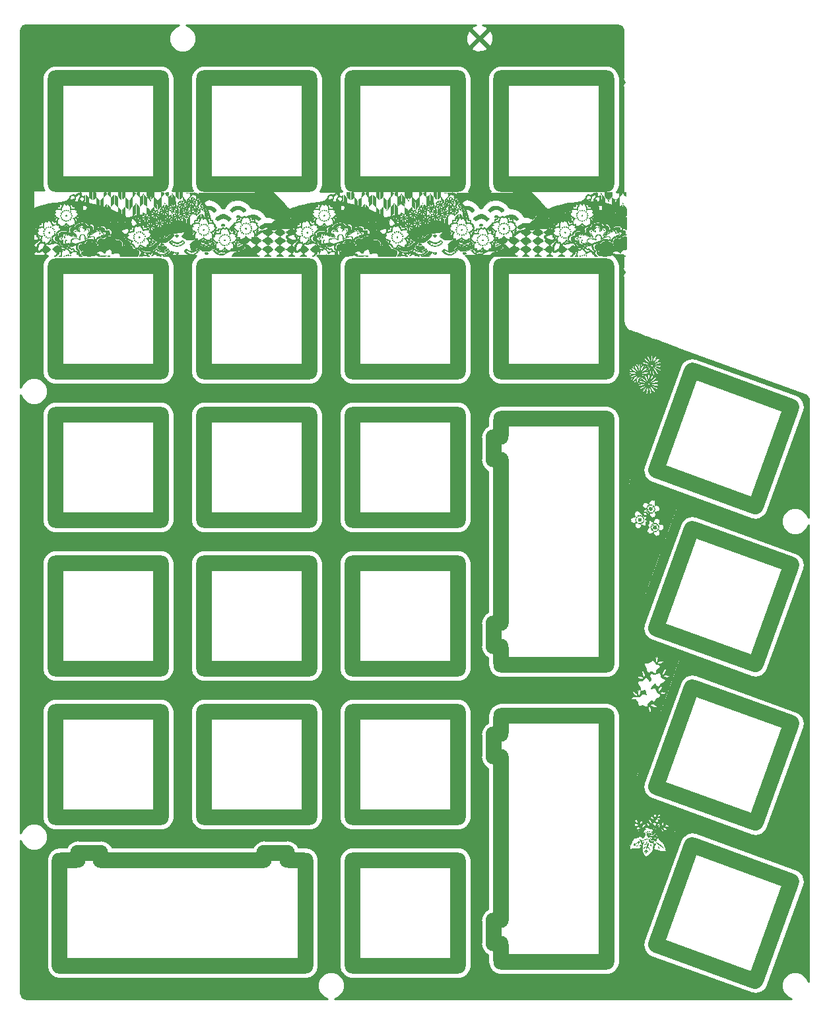
<source format=gtl>
G04 #@! TF.GenerationSoftware,KiCad,Pcbnew,(5.1.5)-3*
G04 #@! TF.CreationDate,2021-03-06T02:00:21+09:00*
G04 #@! TF.ProjectId,Getta25,47657474-6132-4352-9e6b-696361645f70,rev?*
G04 #@! TF.SameCoordinates,Original*
G04 #@! TF.FileFunction,Copper,L1,Top*
G04 #@! TF.FilePolarity,Positive*
%FSLAX46Y46*%
G04 Gerber Fmt 4.6, Leading zero omitted, Abs format (unit mm)*
G04 Created by KiCad (PCBNEW (5.1.5)-3) date 2021-03-06 02:00:21*
%MOMM*%
%LPD*%
G04 APERTURE LIST*
%ADD10C,0.010000*%
%ADD11O,2.000000X15.500000*%
%ADD12O,15.500000X2.000000*%
%ADD13C,2.000000*%
%ADD14O,33.500000X2.000000*%
%ADD15O,22.900000X2.000000*%
%ADD16O,4.000000X2.000000*%
%ADD17O,4.700000X2.000000*%
%ADD18O,2.000000X2.900000*%
%ADD19O,2.000000X4.000000*%
%ADD20O,2.000000X4.700000*%
%ADD21O,2.900000X2.000000*%
%ADD22O,2.000000X22.900000*%
%ADD23O,2.000000X33.500000*%
%ADD24C,0.254000*%
G04 APERTURE END LIST*
D10*
G36*
X94224342Y-34218584D02*
G01*
X94238418Y-34230115D01*
X94267147Y-34311030D01*
X94229721Y-34382556D01*
X94181313Y-34398788D01*
X94115502Y-34361409D01*
X94101580Y-34343004D01*
X94095586Y-34264747D01*
X94149876Y-34212244D01*
X94224342Y-34218584D01*
G37*
X94224342Y-34218584D02*
X94238418Y-34230115D01*
X94267147Y-34311030D01*
X94229721Y-34382556D01*
X94181313Y-34398788D01*
X94115502Y-34361409D01*
X94101580Y-34343004D01*
X94095586Y-34264747D01*
X94149876Y-34212244D01*
X94224342Y-34218584D01*
G36*
X61127372Y-34218584D02*
G01*
X61141448Y-34230115D01*
X61170177Y-34311030D01*
X61132751Y-34382556D01*
X61084343Y-34398788D01*
X61018532Y-34361409D01*
X61004610Y-34343004D01*
X60998616Y-34264747D01*
X61052906Y-34212244D01*
X61127372Y-34218584D01*
G37*
X61127372Y-34218584D02*
X61141448Y-34230115D01*
X61170177Y-34311030D01*
X61132751Y-34382556D01*
X61084343Y-34398788D01*
X61018532Y-34361409D01*
X61004610Y-34343004D01*
X60998616Y-34264747D01*
X61052906Y-34212244D01*
X61127372Y-34218584D01*
G36*
X28030403Y-34218584D02*
G01*
X28044478Y-34230115D01*
X28073208Y-34311030D01*
X28035781Y-34382556D01*
X27987374Y-34398788D01*
X27921562Y-34361409D01*
X27907641Y-34343004D01*
X27901646Y-34264747D01*
X27955937Y-34212244D01*
X28030403Y-34218584D01*
G37*
X28030403Y-34218584D02*
X28044478Y-34230115D01*
X28073208Y-34311030D01*
X28035781Y-34382556D01*
X27987374Y-34398788D01*
X27921562Y-34361409D01*
X27907641Y-34343004D01*
X27901646Y-34264747D01*
X27955937Y-34212244D01*
X28030403Y-34218584D01*
G36*
X101151344Y-34747808D02*
G01*
X101159899Y-34783636D01*
X101121633Y-34848181D01*
X101040722Y-34857131D01*
X100990250Y-34827792D01*
X100978317Y-34765006D01*
X101037029Y-34715194D01*
X101085957Y-34706667D01*
X101151344Y-34747808D01*
G37*
X101151344Y-34747808D02*
X101159899Y-34783636D01*
X101121633Y-34848181D01*
X101040722Y-34857131D01*
X100990250Y-34827792D01*
X100978317Y-34765006D01*
X101037029Y-34715194D01*
X101085957Y-34706667D01*
X101151344Y-34747808D01*
G36*
X100227322Y-34747741D02*
G01*
X100236262Y-34783636D01*
X100195188Y-34851666D01*
X100159293Y-34860606D01*
X100091263Y-34819531D01*
X100082323Y-34783636D01*
X100123398Y-34715607D01*
X100159293Y-34706667D01*
X100227322Y-34747741D01*
G37*
X100227322Y-34747741D02*
X100236262Y-34783636D01*
X100195188Y-34851666D01*
X100159293Y-34860606D01*
X100091263Y-34819531D01*
X100082323Y-34783636D01*
X100123398Y-34715607D01*
X100159293Y-34706667D01*
X100227322Y-34747741D01*
G36*
X93300706Y-35193533D02*
G01*
X93314781Y-35205064D01*
X93343511Y-35285980D01*
X93306084Y-35357505D01*
X93257677Y-35373737D01*
X93191865Y-35336359D01*
X93177944Y-35317953D01*
X93171949Y-35239697D01*
X93226240Y-35187194D01*
X93300706Y-35193533D01*
G37*
X93300706Y-35193533D02*
X93314781Y-35205064D01*
X93343511Y-35285980D01*
X93306084Y-35357505D01*
X93257677Y-35373737D01*
X93191865Y-35336359D01*
X93177944Y-35317953D01*
X93171949Y-35239697D01*
X93226240Y-35187194D01*
X93300706Y-35193533D01*
G36*
X92377069Y-35193533D02*
G01*
X92391145Y-35205064D01*
X92419874Y-35285980D01*
X92382448Y-35357505D01*
X92334040Y-35373737D01*
X92268229Y-35336359D01*
X92254307Y-35317953D01*
X92248313Y-35239697D01*
X92302603Y-35187194D01*
X92377069Y-35193533D01*
G37*
X92377069Y-35193533D02*
X92391145Y-35205064D01*
X92419874Y-35285980D01*
X92382448Y-35357505D01*
X92334040Y-35373737D01*
X92268229Y-35336359D01*
X92254307Y-35317953D01*
X92248313Y-35239697D01*
X92302603Y-35187194D01*
X92377069Y-35193533D01*
G36*
X91453433Y-35193533D02*
G01*
X91467509Y-35205064D01*
X91496238Y-35285980D01*
X91458812Y-35357505D01*
X91410404Y-35373737D01*
X91344593Y-35336359D01*
X91330671Y-35317953D01*
X91324677Y-35239697D01*
X91378967Y-35187194D01*
X91453433Y-35193533D01*
G37*
X91453433Y-35193533D02*
X91467509Y-35205064D01*
X91496238Y-35285980D01*
X91458812Y-35357505D01*
X91410404Y-35373737D01*
X91344593Y-35336359D01*
X91330671Y-35317953D01*
X91324677Y-35239697D01*
X91378967Y-35187194D01*
X91453433Y-35193533D01*
G36*
X68516463Y-35193533D02*
G01*
X68530539Y-35205064D01*
X68559268Y-35285980D01*
X68521842Y-35357505D01*
X68473434Y-35373737D01*
X68407623Y-35336359D01*
X68393701Y-35317953D01*
X68387707Y-35239697D01*
X68441997Y-35187194D01*
X68516463Y-35193533D01*
G37*
X68516463Y-35193533D02*
X68530539Y-35205064D01*
X68559268Y-35285980D01*
X68521842Y-35357505D01*
X68473434Y-35373737D01*
X68407623Y-35336359D01*
X68393701Y-35317953D01*
X68387707Y-35239697D01*
X68441997Y-35187194D01*
X68516463Y-35193533D01*
G36*
X67592827Y-35193533D02*
G01*
X67606903Y-35205064D01*
X67635632Y-35285980D01*
X67598205Y-35357505D01*
X67549798Y-35373737D01*
X67483987Y-35336359D01*
X67470065Y-35317953D01*
X67464071Y-35239697D01*
X67518361Y-35187194D01*
X67592827Y-35193533D01*
G37*
X67592827Y-35193533D02*
X67606903Y-35205064D01*
X67635632Y-35285980D01*
X67598205Y-35357505D01*
X67549798Y-35373737D01*
X67483987Y-35336359D01*
X67470065Y-35317953D01*
X67464071Y-35239697D01*
X67518361Y-35187194D01*
X67592827Y-35193533D01*
G36*
X65745554Y-35193533D02*
G01*
X65759630Y-35205064D01*
X65788359Y-35285980D01*
X65750933Y-35357505D01*
X65702525Y-35373737D01*
X65636714Y-35336359D01*
X65622792Y-35317953D01*
X65616798Y-35239697D01*
X65671088Y-35187194D01*
X65745554Y-35193533D01*
G37*
X65745554Y-35193533D02*
X65759630Y-35205064D01*
X65788359Y-35285980D01*
X65750933Y-35357505D01*
X65702525Y-35373737D01*
X65636714Y-35336359D01*
X65622792Y-35317953D01*
X65616798Y-35239697D01*
X65671088Y-35187194D01*
X65745554Y-35193533D01*
G36*
X64821918Y-35193533D02*
G01*
X64835993Y-35205064D01*
X64864723Y-35285980D01*
X64827296Y-35357505D01*
X64778889Y-35373737D01*
X64713078Y-35336359D01*
X64699156Y-35317953D01*
X64693161Y-35239697D01*
X64747452Y-35187194D01*
X64821918Y-35193533D01*
G37*
X64821918Y-35193533D02*
X64835993Y-35205064D01*
X64864723Y-35285980D01*
X64827296Y-35357505D01*
X64778889Y-35373737D01*
X64713078Y-35336359D01*
X64699156Y-35317953D01*
X64693161Y-35239697D01*
X64747452Y-35187194D01*
X64821918Y-35193533D01*
G36*
X60203736Y-35193533D02*
G01*
X60217812Y-35205064D01*
X60246541Y-35285980D01*
X60209115Y-35357505D01*
X60160707Y-35373737D01*
X60094896Y-35336359D01*
X60080974Y-35317953D01*
X60074980Y-35239697D01*
X60129270Y-35187194D01*
X60203736Y-35193533D01*
G37*
X60203736Y-35193533D02*
X60217812Y-35205064D01*
X60246541Y-35285980D01*
X60209115Y-35357505D01*
X60160707Y-35373737D01*
X60094896Y-35336359D01*
X60080974Y-35317953D01*
X60074980Y-35239697D01*
X60129270Y-35187194D01*
X60203736Y-35193533D01*
G36*
X59280100Y-35193533D02*
G01*
X59294175Y-35205064D01*
X59322904Y-35285980D01*
X59285478Y-35357505D01*
X59237071Y-35373737D01*
X59171259Y-35336359D01*
X59157338Y-35317953D01*
X59151343Y-35239697D01*
X59205634Y-35187194D01*
X59280100Y-35193533D01*
G37*
X59280100Y-35193533D02*
X59294175Y-35205064D01*
X59322904Y-35285980D01*
X59285478Y-35357505D01*
X59237071Y-35373737D01*
X59171259Y-35336359D01*
X59157338Y-35317953D01*
X59151343Y-35239697D01*
X59205634Y-35187194D01*
X59280100Y-35193533D01*
G36*
X58356463Y-35193533D02*
G01*
X58370539Y-35205064D01*
X58399268Y-35285980D01*
X58361842Y-35357505D01*
X58313434Y-35373737D01*
X58247623Y-35336359D01*
X58233701Y-35317953D01*
X58227707Y-35239697D01*
X58281997Y-35187194D01*
X58356463Y-35193533D01*
G37*
X58356463Y-35193533D02*
X58370539Y-35205064D01*
X58399268Y-35285980D01*
X58361842Y-35357505D01*
X58313434Y-35373737D01*
X58247623Y-35336359D01*
X58233701Y-35317953D01*
X58227707Y-35239697D01*
X58281997Y-35187194D01*
X58356463Y-35193533D01*
G36*
X35419493Y-35193533D02*
G01*
X35433569Y-35205064D01*
X35462298Y-35285980D01*
X35424872Y-35357505D01*
X35376464Y-35373737D01*
X35310653Y-35336359D01*
X35296732Y-35317953D01*
X35290737Y-35239697D01*
X35345028Y-35187194D01*
X35419493Y-35193533D01*
G37*
X35419493Y-35193533D02*
X35433569Y-35205064D01*
X35462298Y-35285980D01*
X35424872Y-35357505D01*
X35376464Y-35373737D01*
X35310653Y-35336359D01*
X35296732Y-35317953D01*
X35290737Y-35239697D01*
X35345028Y-35187194D01*
X35419493Y-35193533D01*
G36*
X34495857Y-35193533D02*
G01*
X34509933Y-35205064D01*
X34538662Y-35285980D01*
X34501236Y-35357505D01*
X34452828Y-35373737D01*
X34387017Y-35336359D01*
X34373095Y-35317953D01*
X34367101Y-35239697D01*
X34421391Y-35187194D01*
X34495857Y-35193533D01*
G37*
X34495857Y-35193533D02*
X34509933Y-35205064D01*
X34538662Y-35285980D01*
X34501236Y-35357505D01*
X34452828Y-35373737D01*
X34387017Y-35336359D01*
X34373095Y-35317953D01*
X34367101Y-35239697D01*
X34421391Y-35187194D01*
X34495857Y-35193533D01*
G36*
X32648584Y-35193533D02*
G01*
X32662660Y-35205064D01*
X32691389Y-35285980D01*
X32653963Y-35357505D01*
X32605555Y-35373737D01*
X32539744Y-35336359D01*
X32525822Y-35317953D01*
X32519828Y-35239697D01*
X32574118Y-35187194D01*
X32648584Y-35193533D01*
G37*
X32648584Y-35193533D02*
X32662660Y-35205064D01*
X32691389Y-35285980D01*
X32653963Y-35357505D01*
X32605555Y-35373737D01*
X32539744Y-35336359D01*
X32525822Y-35317953D01*
X32519828Y-35239697D01*
X32574118Y-35187194D01*
X32648584Y-35193533D01*
G36*
X31724948Y-35193533D02*
G01*
X31739024Y-35205064D01*
X31767753Y-35285980D01*
X31730327Y-35357505D01*
X31681919Y-35373737D01*
X31616108Y-35336359D01*
X31602186Y-35317953D01*
X31596192Y-35239697D01*
X31650482Y-35187194D01*
X31724948Y-35193533D01*
G37*
X31724948Y-35193533D02*
X31739024Y-35205064D01*
X31767753Y-35285980D01*
X31730327Y-35357505D01*
X31681919Y-35373737D01*
X31616108Y-35336359D01*
X31602186Y-35317953D01*
X31596192Y-35239697D01*
X31650482Y-35187194D01*
X31724948Y-35193533D01*
G36*
X27106766Y-35193533D02*
G01*
X27120842Y-35205064D01*
X27149571Y-35285980D01*
X27112145Y-35357505D01*
X27063737Y-35373737D01*
X26997926Y-35336359D01*
X26984004Y-35317953D01*
X26978010Y-35239697D01*
X27032300Y-35187194D01*
X27106766Y-35193533D01*
G37*
X27106766Y-35193533D02*
X27120842Y-35205064D01*
X27149571Y-35285980D01*
X27112145Y-35357505D01*
X27063737Y-35373737D01*
X26997926Y-35336359D01*
X26984004Y-35317953D01*
X26978010Y-35239697D01*
X27032300Y-35187194D01*
X27106766Y-35193533D01*
G36*
X26183130Y-35193533D02*
G01*
X26197206Y-35205064D01*
X26225935Y-35285980D01*
X26188509Y-35357505D01*
X26140101Y-35373737D01*
X26074290Y-35336359D01*
X26060368Y-35317953D01*
X26054374Y-35239697D01*
X26108664Y-35187194D01*
X26183130Y-35193533D01*
G37*
X26183130Y-35193533D02*
X26197206Y-35205064D01*
X26225935Y-35285980D01*
X26188509Y-35357505D01*
X26140101Y-35373737D01*
X26074290Y-35336359D01*
X26060368Y-35317953D01*
X26054374Y-35239697D01*
X26108664Y-35187194D01*
X26183130Y-35193533D01*
G36*
X101150958Y-35722691D02*
G01*
X101159899Y-35758586D01*
X101118824Y-35826615D01*
X101082929Y-35835555D01*
X101014900Y-35794481D01*
X101005959Y-35758586D01*
X101047034Y-35690556D01*
X101082929Y-35681616D01*
X101150958Y-35722691D01*
G37*
X101150958Y-35722691D02*
X101159899Y-35758586D01*
X101118824Y-35826615D01*
X101082929Y-35835555D01*
X101014900Y-35794481D01*
X101005959Y-35758586D01*
X101047034Y-35690556D01*
X101082929Y-35681616D01*
X101150958Y-35722691D01*
G36*
X100244411Y-35734153D02*
G01*
X100231929Y-35792942D01*
X100162003Y-35826490D01*
X100093539Y-35801697D01*
X100082323Y-35758586D01*
X100119211Y-35693885D01*
X100172121Y-35691385D01*
X100244411Y-35734153D01*
G37*
X100244411Y-35734153D02*
X100231929Y-35792942D01*
X100162003Y-35826490D01*
X100093539Y-35801697D01*
X100082323Y-35758586D01*
X100119211Y-35693885D01*
X100172121Y-35691385D01*
X100244411Y-35734153D01*
G36*
X99320774Y-35734153D02*
G01*
X99308292Y-35792942D01*
X99238367Y-35826490D01*
X99169903Y-35801697D01*
X99158687Y-35758586D01*
X99195575Y-35693885D01*
X99248485Y-35691385D01*
X99320774Y-35734153D01*
G37*
X99320774Y-35734153D02*
X99308292Y-35792942D01*
X99238367Y-35826490D01*
X99169903Y-35801697D01*
X99158687Y-35758586D01*
X99195575Y-35693885D01*
X99248485Y-35691385D01*
X99320774Y-35734153D01*
G36*
X69029324Y-35722757D02*
G01*
X69037879Y-35758586D01*
X68999613Y-35823131D01*
X68918702Y-35832081D01*
X68868230Y-35802742D01*
X68856296Y-35739956D01*
X68915009Y-35690143D01*
X68963937Y-35681616D01*
X69029324Y-35722757D01*
G37*
X69029324Y-35722757D02*
X69037879Y-35758586D01*
X68999613Y-35823131D01*
X68918702Y-35832081D01*
X68868230Y-35802742D01*
X68856296Y-35739956D01*
X68915009Y-35690143D01*
X68963937Y-35681616D01*
X69029324Y-35722757D01*
G36*
X68105688Y-35722757D02*
G01*
X68114242Y-35758586D01*
X68075977Y-35823131D01*
X67995066Y-35832081D01*
X67944593Y-35802742D01*
X67932660Y-35739956D01*
X67991372Y-35690143D01*
X68040301Y-35681616D01*
X68105688Y-35722757D01*
G37*
X68105688Y-35722757D02*
X68114242Y-35758586D01*
X68075977Y-35823131D01*
X67995066Y-35832081D01*
X67944593Y-35802742D01*
X67932660Y-35739956D01*
X67991372Y-35690143D01*
X68040301Y-35681616D01*
X68105688Y-35722757D01*
G36*
X66258415Y-35722757D02*
G01*
X66266970Y-35758586D01*
X66228704Y-35823131D01*
X66147793Y-35832081D01*
X66097321Y-35802742D01*
X66085387Y-35739956D01*
X66144099Y-35690143D01*
X66193028Y-35681616D01*
X66258415Y-35722757D01*
G37*
X66258415Y-35722757D02*
X66266970Y-35758586D01*
X66228704Y-35823131D01*
X66147793Y-35832081D01*
X66097321Y-35802742D01*
X66085387Y-35739956D01*
X66144099Y-35690143D01*
X66193028Y-35681616D01*
X66258415Y-35722757D01*
G36*
X65334778Y-35722757D02*
G01*
X65343333Y-35758586D01*
X65305068Y-35823131D01*
X65224156Y-35832081D01*
X65173684Y-35802742D01*
X65161751Y-35739956D01*
X65220463Y-35690143D01*
X65269392Y-35681616D01*
X65334778Y-35722757D01*
G37*
X65334778Y-35722757D02*
X65343333Y-35758586D01*
X65305068Y-35823131D01*
X65224156Y-35832081D01*
X65173684Y-35802742D01*
X65161751Y-35739956D01*
X65220463Y-35690143D01*
X65269392Y-35681616D01*
X65334778Y-35722757D01*
G36*
X35932354Y-35722757D02*
G01*
X35940909Y-35758586D01*
X35902643Y-35823131D01*
X35821732Y-35832081D01*
X35771260Y-35802742D01*
X35759327Y-35739956D01*
X35818039Y-35690143D01*
X35866968Y-35681616D01*
X35932354Y-35722757D01*
G37*
X35932354Y-35722757D02*
X35940909Y-35758586D01*
X35902643Y-35823131D01*
X35821732Y-35832081D01*
X35771260Y-35802742D01*
X35759327Y-35739956D01*
X35818039Y-35690143D01*
X35866968Y-35681616D01*
X35932354Y-35722757D01*
G36*
X35008718Y-35722757D02*
G01*
X35017273Y-35758586D01*
X34979007Y-35823131D01*
X34898096Y-35832081D01*
X34847624Y-35802742D01*
X34835690Y-35739956D01*
X34894402Y-35690143D01*
X34943331Y-35681616D01*
X35008718Y-35722757D01*
G37*
X35008718Y-35722757D02*
X35017273Y-35758586D01*
X34979007Y-35823131D01*
X34898096Y-35832081D01*
X34847624Y-35802742D01*
X34835690Y-35739956D01*
X34894402Y-35690143D01*
X34943331Y-35681616D01*
X35008718Y-35722757D01*
G36*
X33161445Y-35722757D02*
G01*
X33170000Y-35758586D01*
X33131734Y-35823131D01*
X33050823Y-35832081D01*
X33000351Y-35802742D01*
X32988418Y-35739956D01*
X33047130Y-35690143D01*
X33096058Y-35681616D01*
X33161445Y-35722757D01*
G37*
X33161445Y-35722757D02*
X33170000Y-35758586D01*
X33131734Y-35823131D01*
X33050823Y-35832081D01*
X33000351Y-35802742D01*
X32988418Y-35739956D01*
X33047130Y-35690143D01*
X33096058Y-35681616D01*
X33161445Y-35722757D01*
G36*
X32237809Y-35722757D02*
G01*
X32246363Y-35758586D01*
X32208098Y-35823131D01*
X32127187Y-35832081D01*
X32076715Y-35802742D01*
X32064781Y-35739956D01*
X32123493Y-35690143D01*
X32172422Y-35681616D01*
X32237809Y-35722757D01*
G37*
X32237809Y-35722757D02*
X32246363Y-35758586D01*
X32208098Y-35823131D01*
X32127187Y-35832081D01*
X32076715Y-35802742D01*
X32064781Y-35739956D01*
X32123493Y-35690143D01*
X32172422Y-35681616D01*
X32237809Y-35722757D01*
G36*
X68516463Y-36168483D02*
G01*
X68530539Y-36180014D01*
X68559268Y-36260929D01*
X68521842Y-36332455D01*
X68473434Y-36348687D01*
X68407623Y-36311308D01*
X68393701Y-36292903D01*
X68387707Y-36214646D01*
X68441997Y-36162143D01*
X68516463Y-36168483D01*
G37*
X68516463Y-36168483D02*
X68530539Y-36180014D01*
X68559268Y-36260929D01*
X68521842Y-36332455D01*
X68473434Y-36348687D01*
X68407623Y-36311308D01*
X68393701Y-36292903D01*
X68387707Y-36214646D01*
X68441997Y-36162143D01*
X68516463Y-36168483D01*
G36*
X35419493Y-36168483D02*
G01*
X35433569Y-36180014D01*
X35462298Y-36260929D01*
X35424872Y-36332455D01*
X35376464Y-36348687D01*
X35310653Y-36311308D01*
X35296732Y-36292903D01*
X35290737Y-36214646D01*
X35345028Y-36162143D01*
X35419493Y-36168483D01*
G37*
X35419493Y-36168483D02*
X35433569Y-36180014D01*
X35462298Y-36260929D01*
X35424872Y-36332455D01*
X35376464Y-36348687D01*
X35310653Y-36311308D01*
X35296732Y-36292903D01*
X35290737Y-36214646D01*
X35345028Y-36162143D01*
X35419493Y-36168483D01*
G36*
X69028938Y-36697640D02*
G01*
X69037879Y-36733535D01*
X68996804Y-36801565D01*
X68960909Y-36810505D01*
X68892880Y-36769430D01*
X68883939Y-36733535D01*
X68925014Y-36665506D01*
X68960909Y-36656566D01*
X69028938Y-36697640D01*
G37*
X69028938Y-36697640D02*
X69037879Y-36733535D01*
X68996804Y-36801565D01*
X68960909Y-36810505D01*
X68892880Y-36769430D01*
X68883939Y-36733535D01*
X68925014Y-36665506D01*
X68960909Y-36656566D01*
X69028938Y-36697640D01*
G36*
X35931969Y-36697640D02*
G01*
X35940909Y-36733535D01*
X35899834Y-36801565D01*
X35863939Y-36810505D01*
X35795910Y-36769430D01*
X35786970Y-36733535D01*
X35828044Y-36665506D01*
X35863939Y-36656566D01*
X35931969Y-36697640D01*
G37*
X35931969Y-36697640D02*
X35940909Y-36733535D01*
X35899834Y-36801565D01*
X35863939Y-36810505D01*
X35795910Y-36769430D01*
X35786970Y-36733535D01*
X35828044Y-36665506D01*
X35863939Y-36656566D01*
X35931969Y-36697640D01*
G36*
X77847638Y-38588297D02*
G01*
X77838081Y-38606465D01*
X77789733Y-38655469D01*
X77780711Y-38657778D01*
X77777210Y-38624632D01*
X77786767Y-38606465D01*
X77835115Y-38557460D01*
X77844137Y-38555151D01*
X77847638Y-38588297D01*
G37*
X77847638Y-38588297D02*
X77838081Y-38606465D01*
X77789733Y-38655469D01*
X77780711Y-38657778D01*
X77777210Y-38624632D01*
X77786767Y-38606465D01*
X77835115Y-38557460D01*
X77844137Y-38555151D01*
X77847638Y-38588297D01*
G36*
X76375656Y-38632121D02*
G01*
X76350000Y-38657778D01*
X76324343Y-38632121D01*
X76350000Y-38606465D01*
X76375656Y-38632121D01*
G37*
X76375656Y-38632121D02*
X76350000Y-38657778D01*
X76324343Y-38632121D01*
X76350000Y-38606465D01*
X76375656Y-38632121D01*
G36*
X76580909Y-38734747D02*
G01*
X76555252Y-38760404D01*
X76529596Y-38734747D01*
X76555252Y-38709091D01*
X76580909Y-38734747D01*
G37*
X76580909Y-38734747D02*
X76555252Y-38760404D01*
X76529596Y-38734747D01*
X76555252Y-38709091D01*
X76580909Y-38734747D01*
G36*
X76316415Y-38729847D02*
G01*
X76371502Y-38781514D01*
X76360202Y-38811218D01*
X76353028Y-38811717D01*
X76309627Y-38775270D01*
X76293787Y-38752476D01*
X76287739Y-38717362D01*
X76316415Y-38729847D01*
G37*
X76316415Y-38729847D02*
X76371502Y-38781514D01*
X76360202Y-38811218D01*
X76353028Y-38811717D01*
X76309627Y-38775270D01*
X76293787Y-38752476D01*
X76287739Y-38717362D01*
X76316415Y-38729847D01*
G36*
X77333501Y-38880135D02*
G01*
X77326458Y-38910640D01*
X77299293Y-38914343D01*
X77257056Y-38895569D01*
X77265084Y-38880135D01*
X77325981Y-38873993D01*
X77333501Y-38880135D01*
G37*
X77333501Y-38880135D02*
X77326458Y-38910640D01*
X77299293Y-38914343D01*
X77257056Y-38895569D01*
X77265084Y-38880135D01*
X77325981Y-38873993D01*
X77333501Y-38880135D01*
G36*
X76527508Y-38848966D02*
G01*
X76529596Y-38863030D01*
X76512089Y-38913009D01*
X76506968Y-38914343D01*
X76463158Y-38878386D01*
X76452626Y-38863030D01*
X76456694Y-38815746D01*
X76475254Y-38811717D01*
X76527508Y-38848966D01*
G37*
X76527508Y-38848966D02*
X76529596Y-38863030D01*
X76512089Y-38913009D01*
X76506968Y-38914343D01*
X76463158Y-38878386D01*
X76452626Y-38863030D01*
X76456694Y-38815746D01*
X76475254Y-38811717D01*
X76527508Y-38848966D01*
G36*
X44750669Y-38588297D02*
G01*
X44741111Y-38606465D01*
X44692763Y-38655469D01*
X44683741Y-38657778D01*
X44680240Y-38624632D01*
X44689798Y-38606465D01*
X44738146Y-38557460D01*
X44747168Y-38555151D01*
X44750669Y-38588297D01*
G37*
X44750669Y-38588297D02*
X44741111Y-38606465D01*
X44692763Y-38655469D01*
X44683741Y-38657778D01*
X44680240Y-38624632D01*
X44689798Y-38606465D01*
X44738146Y-38557460D01*
X44747168Y-38555151D01*
X44750669Y-38588297D01*
G36*
X43278687Y-38632121D02*
G01*
X43253030Y-38657778D01*
X43227374Y-38632121D01*
X43253030Y-38606465D01*
X43278687Y-38632121D01*
G37*
X43278687Y-38632121D02*
X43253030Y-38657778D01*
X43227374Y-38632121D01*
X43253030Y-38606465D01*
X43278687Y-38632121D01*
G36*
X43483939Y-38734747D02*
G01*
X43458283Y-38760404D01*
X43432626Y-38734747D01*
X43458283Y-38709091D01*
X43483939Y-38734747D01*
G37*
X43483939Y-38734747D02*
X43458283Y-38760404D01*
X43432626Y-38734747D01*
X43458283Y-38709091D01*
X43483939Y-38734747D01*
G36*
X43219445Y-38729847D02*
G01*
X43274532Y-38781514D01*
X43263232Y-38811218D01*
X43256058Y-38811717D01*
X43212657Y-38775270D01*
X43196817Y-38752476D01*
X43190769Y-38717362D01*
X43219445Y-38729847D01*
G37*
X43219445Y-38729847D02*
X43274532Y-38781514D01*
X43263232Y-38811218D01*
X43256058Y-38811717D01*
X43212657Y-38775270D01*
X43196817Y-38752476D01*
X43190769Y-38717362D01*
X43219445Y-38729847D01*
G36*
X44236532Y-38880135D02*
G01*
X44229488Y-38910640D01*
X44202323Y-38914343D01*
X44160087Y-38895569D01*
X44168114Y-38880135D01*
X44229011Y-38873993D01*
X44236532Y-38880135D01*
G37*
X44236532Y-38880135D02*
X44229488Y-38910640D01*
X44202323Y-38914343D01*
X44160087Y-38895569D01*
X44168114Y-38880135D01*
X44229011Y-38873993D01*
X44236532Y-38880135D01*
G36*
X43430538Y-38848966D02*
G01*
X43432626Y-38863030D01*
X43415119Y-38913009D01*
X43409998Y-38914343D01*
X43366188Y-38878386D01*
X43355656Y-38863030D01*
X43359725Y-38815746D01*
X43378285Y-38811717D01*
X43430538Y-38848966D01*
G37*
X43430538Y-38848966D02*
X43432626Y-38863030D01*
X43415119Y-38913009D01*
X43409998Y-38914343D01*
X43366188Y-38878386D01*
X43355656Y-38863030D01*
X43359725Y-38815746D01*
X43378285Y-38811717D01*
X43430538Y-38848966D01*
G36*
X80942525Y-40120202D02*
G01*
X80916868Y-40145858D01*
X80891212Y-40120202D01*
X80916868Y-40094545D01*
X80942525Y-40120202D01*
G37*
X80942525Y-40120202D02*
X80916868Y-40145858D01*
X80891212Y-40120202D01*
X80916868Y-40094545D01*
X80942525Y-40120202D01*
G36*
X77196666Y-40120202D02*
G01*
X77171010Y-40145858D01*
X77145353Y-40120202D01*
X77171010Y-40094545D01*
X77196666Y-40120202D01*
G37*
X77196666Y-40120202D02*
X77171010Y-40145858D01*
X77145353Y-40120202D01*
X77171010Y-40094545D01*
X77196666Y-40120202D01*
G36*
X47845555Y-40120202D02*
G01*
X47819899Y-40145858D01*
X47794242Y-40120202D01*
X47819899Y-40094545D01*
X47845555Y-40120202D01*
G37*
X47845555Y-40120202D02*
X47819899Y-40145858D01*
X47794242Y-40120202D01*
X47819899Y-40094545D01*
X47845555Y-40120202D01*
G36*
X44099697Y-40120202D02*
G01*
X44074040Y-40145858D01*
X44048384Y-40120202D01*
X44074040Y-40094545D01*
X44099697Y-40120202D01*
G37*
X44099697Y-40120202D02*
X44074040Y-40145858D01*
X44048384Y-40120202D01*
X44074040Y-40094545D01*
X44099697Y-40120202D01*
G36*
X73296868Y-40120202D02*
G01*
X73271212Y-40145858D01*
X73245555Y-40120202D01*
X73271212Y-40094545D01*
X73296868Y-40120202D01*
G37*
X73296868Y-40120202D02*
X73271212Y-40145858D01*
X73245555Y-40120202D01*
X73271212Y-40094545D01*
X73296868Y-40120202D01*
G36*
X76050673Y-39803771D02*
G01*
X76056814Y-39864668D01*
X76050673Y-39872188D01*
X76020168Y-39865145D01*
X76016464Y-39837980D01*
X76035239Y-39795743D01*
X76050673Y-39803771D01*
G37*
X76050673Y-39803771D02*
X76056814Y-39864668D01*
X76050673Y-39872188D01*
X76020168Y-39865145D01*
X76016464Y-39837980D01*
X76035239Y-39795743D01*
X76050673Y-39803771D01*
G36*
X75913838Y-39914949D02*
G01*
X75888182Y-39940606D01*
X75862525Y-39914949D01*
X75888182Y-39889293D01*
X75913838Y-39914949D01*
G37*
X75913838Y-39914949D02*
X75888182Y-39940606D01*
X75862525Y-39914949D01*
X75888182Y-39889293D01*
X75913838Y-39914949D01*
G36*
X75605959Y-40017576D02*
G01*
X75580303Y-40043232D01*
X75554646Y-40017576D01*
X75580303Y-39991919D01*
X75605959Y-40017576D01*
G37*
X75605959Y-40017576D02*
X75580303Y-40043232D01*
X75554646Y-40017576D01*
X75580303Y-39991919D01*
X75605959Y-40017576D01*
G36*
X75438123Y-40012231D02*
G01*
X75422819Y-40035553D01*
X75370774Y-40039181D01*
X75316021Y-40026649D01*
X75339773Y-40008179D01*
X75419969Y-40002062D01*
X75438123Y-40012231D01*
G37*
X75438123Y-40012231D02*
X75422819Y-40035553D01*
X75370774Y-40039181D01*
X75316021Y-40026649D01*
X75339773Y-40008179D01*
X75419969Y-40002062D01*
X75438123Y-40012231D01*
G36*
X74887576Y-40017576D02*
G01*
X74861919Y-40043232D01*
X74836262Y-40017576D01*
X74861919Y-39991919D01*
X74887576Y-40017576D01*
G37*
X74887576Y-40017576D02*
X74861919Y-40043232D01*
X74836262Y-40017576D01*
X74861919Y-39991919D01*
X74887576Y-40017576D01*
G36*
X75794108Y-40060337D02*
G01*
X75787064Y-40090842D01*
X75759899Y-40094545D01*
X75717662Y-40075771D01*
X75725690Y-40060337D01*
X75786587Y-40054195D01*
X75794108Y-40060337D01*
G37*
X75794108Y-40060337D02*
X75787064Y-40090842D01*
X75759899Y-40094545D01*
X75717662Y-40075771D01*
X75725690Y-40060337D01*
X75786587Y-40054195D01*
X75794108Y-40060337D01*
G36*
X40199899Y-40120202D02*
G01*
X40174242Y-40145858D01*
X40148586Y-40120202D01*
X40174242Y-40094545D01*
X40199899Y-40120202D01*
G37*
X40199899Y-40120202D02*
X40174242Y-40145858D01*
X40148586Y-40120202D01*
X40174242Y-40094545D01*
X40199899Y-40120202D01*
G36*
X42953704Y-39803771D02*
G01*
X42959845Y-39864668D01*
X42953704Y-39872188D01*
X42923198Y-39865145D01*
X42919495Y-39837980D01*
X42938269Y-39795743D01*
X42953704Y-39803771D01*
G37*
X42953704Y-39803771D02*
X42959845Y-39864668D01*
X42953704Y-39872188D01*
X42923198Y-39865145D01*
X42919495Y-39837980D01*
X42938269Y-39795743D01*
X42953704Y-39803771D01*
G36*
X42816868Y-39914949D02*
G01*
X42791212Y-39940606D01*
X42765555Y-39914949D01*
X42791212Y-39889293D01*
X42816868Y-39914949D01*
G37*
X42816868Y-39914949D02*
X42791212Y-39940606D01*
X42765555Y-39914949D01*
X42791212Y-39889293D01*
X42816868Y-39914949D01*
G36*
X42508990Y-40017576D02*
G01*
X42483333Y-40043232D01*
X42457677Y-40017576D01*
X42483333Y-39991919D01*
X42508990Y-40017576D01*
G37*
X42508990Y-40017576D02*
X42483333Y-40043232D01*
X42457677Y-40017576D01*
X42483333Y-39991919D01*
X42508990Y-40017576D01*
G36*
X42341153Y-40012231D02*
G01*
X42325849Y-40035553D01*
X42273805Y-40039181D01*
X42219052Y-40026649D01*
X42242803Y-40008179D01*
X42322999Y-40002062D01*
X42341153Y-40012231D01*
G37*
X42341153Y-40012231D02*
X42325849Y-40035553D01*
X42273805Y-40039181D01*
X42219052Y-40026649D01*
X42242803Y-40008179D01*
X42322999Y-40002062D01*
X42341153Y-40012231D01*
G36*
X41790606Y-40017576D02*
G01*
X41764949Y-40043232D01*
X41739293Y-40017576D01*
X41764949Y-39991919D01*
X41790606Y-40017576D01*
G37*
X41790606Y-40017576D02*
X41764949Y-40043232D01*
X41739293Y-40017576D01*
X41764949Y-39991919D01*
X41790606Y-40017576D01*
G36*
X42697138Y-40060337D02*
G01*
X42690094Y-40090842D01*
X42662929Y-40094545D01*
X42620693Y-40075771D01*
X42628720Y-40060337D01*
X42689617Y-40054195D01*
X42697138Y-40060337D01*
G37*
X42697138Y-40060337D02*
X42690094Y-40090842D01*
X42662929Y-40094545D01*
X42620693Y-40075771D01*
X42628720Y-40060337D01*
X42689617Y-40054195D01*
X42697138Y-40060337D01*
G36*
X97106161Y-32782424D02*
G01*
X97080505Y-32808081D01*
X97054848Y-32782424D01*
X97080505Y-32756768D01*
X97106161Y-32782424D01*
G37*
X97106161Y-32782424D02*
X97080505Y-32808081D01*
X97054848Y-32782424D01*
X97080505Y-32756768D01*
X97106161Y-32782424D01*
G36*
X64009192Y-32782424D02*
G01*
X63983535Y-32808081D01*
X63957879Y-32782424D01*
X63983535Y-32756768D01*
X64009192Y-32782424D01*
G37*
X64009192Y-32782424D02*
X63983535Y-32808081D01*
X63957879Y-32782424D01*
X63983535Y-32756768D01*
X64009192Y-32782424D01*
G36*
X30912222Y-32782424D02*
G01*
X30886565Y-32808081D01*
X30860909Y-32782424D01*
X30886565Y-32756768D01*
X30912222Y-32782424D01*
G37*
X30912222Y-32782424D02*
X30886565Y-32808081D01*
X30860909Y-32782424D01*
X30886565Y-32756768D01*
X30912222Y-32782424D01*
G36*
X65130152Y-32931464D02*
G01*
X65185239Y-32983130D01*
X65173939Y-33012834D01*
X65166766Y-33013333D01*
X65123364Y-32976887D01*
X65107524Y-32954092D01*
X65101476Y-32918978D01*
X65130152Y-32931464D01*
G37*
X65130152Y-32931464D02*
X65185239Y-32983130D01*
X65173939Y-33012834D01*
X65166766Y-33013333D01*
X65123364Y-32976887D01*
X65107524Y-32954092D01*
X65101476Y-32918978D01*
X65130152Y-32931464D01*
G36*
X65173290Y-33348174D02*
G01*
X65144626Y-33385353D01*
X65069729Y-33465129D01*
X65036297Y-33464782D01*
X65035454Y-33455778D01*
X65070520Y-33412945D01*
X65125252Y-33365980D01*
X65186032Y-33321602D01*
X65173290Y-33348174D01*
G37*
X65173290Y-33348174D02*
X65144626Y-33385353D01*
X65069729Y-33465129D01*
X65036297Y-33464782D01*
X65035454Y-33455778D01*
X65070520Y-33412945D01*
X65125252Y-33365980D01*
X65186032Y-33321602D01*
X65173290Y-33348174D01*
G36*
X32033183Y-32931464D02*
G01*
X32087837Y-32979163D01*
X32092424Y-32990705D01*
X32068072Y-33011795D01*
X32017372Y-32964537D01*
X32010554Y-32954092D01*
X32004506Y-32918978D01*
X32033183Y-32931464D01*
G37*
X32033183Y-32931464D02*
X32087837Y-32979163D01*
X32092424Y-32990705D01*
X32068072Y-33011795D01*
X32017372Y-32964537D01*
X32010554Y-32954092D01*
X32004506Y-32918978D01*
X32033183Y-32931464D01*
G36*
X32076321Y-33348174D02*
G01*
X32047656Y-33385353D01*
X31972759Y-33465129D01*
X31939327Y-33464782D01*
X31938485Y-33455778D01*
X31973551Y-33412945D01*
X32028283Y-33365980D01*
X32089063Y-33321602D01*
X32076321Y-33348174D01*
G37*
X32076321Y-33348174D02*
X32047656Y-33385353D01*
X31972759Y-33465129D01*
X31939327Y-33464782D01*
X31938485Y-33455778D01*
X31973551Y-33412945D01*
X32028283Y-33365980D01*
X32089063Y-33321602D01*
X32076321Y-33348174D01*
G36*
X98115320Y-33800135D02*
G01*
X98121461Y-33861031D01*
X98115320Y-33868552D01*
X98084814Y-33861508D01*
X98081111Y-33834343D01*
X98099886Y-33792107D01*
X98115320Y-33800135D01*
G37*
X98115320Y-33800135D02*
X98121461Y-33861031D01*
X98115320Y-33868552D01*
X98084814Y-33861508D01*
X98081111Y-33834343D01*
X98099886Y-33792107D01*
X98115320Y-33800135D01*
G36*
X97242462Y-33763153D02*
G01*
X97234444Y-33783030D01*
X97188334Y-33831982D01*
X97180103Y-33834343D01*
X97158063Y-33794643D01*
X97157475Y-33783030D01*
X97196922Y-33733689D01*
X97211816Y-33731717D01*
X97242462Y-33763153D01*
G37*
X97242462Y-33763153D02*
X97234444Y-33783030D01*
X97188334Y-33831982D01*
X97180103Y-33834343D01*
X97158063Y-33794643D01*
X97157475Y-33783030D01*
X97196922Y-33733689D01*
X97211816Y-33731717D01*
X97242462Y-33763153D01*
G36*
X64146027Y-33748821D02*
G01*
X64152168Y-33809718D01*
X64146027Y-33817239D01*
X64115521Y-33810195D01*
X64111818Y-33783030D01*
X64130593Y-33740794D01*
X64146027Y-33748821D01*
G37*
X64146027Y-33748821D02*
X64152168Y-33809718D01*
X64146027Y-33817239D01*
X64115521Y-33810195D01*
X64111818Y-33783030D01*
X64130593Y-33740794D01*
X64146027Y-33748821D01*
G36*
X31049057Y-33748821D02*
G01*
X31055198Y-33809718D01*
X31049057Y-33817239D01*
X31018551Y-33810195D01*
X31014848Y-33783030D01*
X31033623Y-33740794D01*
X31049057Y-33748821D01*
G37*
X31049057Y-33748821D02*
X31055198Y-33809718D01*
X31049057Y-33817239D01*
X31018551Y-33810195D01*
X31014848Y-33783030D01*
X31033623Y-33740794D01*
X31049057Y-33748821D01*
G36*
X96695656Y-33398182D02*
G01*
X96670000Y-33423838D01*
X96644343Y-33398182D01*
X96670000Y-33372525D01*
X96695656Y-33398182D01*
G37*
X96695656Y-33398182D02*
X96670000Y-33423838D01*
X96644343Y-33398182D01*
X96670000Y-33372525D01*
X96695656Y-33398182D01*
G36*
X94725677Y-33916552D02*
G01*
X94766894Y-33942033D01*
X94765071Y-33947232D01*
X94699621Y-33979183D01*
X94617475Y-33988283D01*
X94512857Y-33972933D01*
X94469878Y-33947232D01*
X94496764Y-33920031D01*
X94595772Y-33906512D01*
X94617475Y-33906182D01*
X94725677Y-33916552D01*
G37*
X94725677Y-33916552D02*
X94766894Y-33942033D01*
X94765071Y-33947232D01*
X94699621Y-33979183D01*
X94617475Y-33988283D01*
X94512857Y-33972933D01*
X94469878Y-33947232D01*
X94496764Y-33920031D01*
X94595772Y-33906512D01*
X94617475Y-33906182D01*
X94725677Y-33916552D01*
G36*
X61643158Y-33915056D02*
G01*
X61669631Y-33944714D01*
X61669159Y-33945522D01*
X61601557Y-33981699D01*
X61546161Y-33988283D01*
X61452080Y-33968249D01*
X61423164Y-33945522D01*
X61447631Y-33915590D01*
X61543344Y-33902768D01*
X61546161Y-33902761D01*
X61643158Y-33915056D01*
G37*
X61643158Y-33915056D02*
X61669631Y-33944714D01*
X61669159Y-33945522D01*
X61601557Y-33981699D01*
X61546161Y-33988283D01*
X61452080Y-33968249D01*
X61423164Y-33945522D01*
X61447631Y-33915590D01*
X61543344Y-33902768D01*
X61546161Y-33902761D01*
X61643158Y-33915056D01*
G36*
X28546188Y-33915056D02*
G01*
X28572662Y-33944714D01*
X28572189Y-33945522D01*
X28504587Y-33981699D01*
X28449192Y-33988283D01*
X28355110Y-33968249D01*
X28326194Y-33945522D01*
X28350661Y-33915590D01*
X28446374Y-33902768D01*
X28449192Y-33902761D01*
X28546188Y-33915056D01*
G37*
X28546188Y-33915056D02*
X28572662Y-33944714D01*
X28572189Y-33945522D01*
X28504587Y-33981699D01*
X28449192Y-33988283D01*
X28355110Y-33968249D01*
X28326194Y-33945522D01*
X28350661Y-33915590D01*
X28446374Y-33902768D01*
X28449192Y-33902761D01*
X28546188Y-33915056D01*
G36*
X100459332Y-34343885D02*
G01*
X100485407Y-34366415D01*
X100603476Y-34424855D01*
X100677832Y-34420841D01*
X100740503Y-34405075D01*
X100713179Y-34433446D01*
X100698081Y-34444475D01*
X100602893Y-34495109D01*
X100525438Y-34470208D01*
X100470837Y-34420779D01*
X100401484Y-34338131D01*
X100398923Y-34307744D01*
X100459332Y-34343885D01*
G37*
X100459332Y-34343885D02*
X100485407Y-34366415D01*
X100603476Y-34424855D01*
X100677832Y-34420841D01*
X100740503Y-34405075D01*
X100713179Y-34433446D01*
X100698081Y-34444475D01*
X100602893Y-34495109D01*
X100525438Y-34470208D01*
X100470837Y-34420779D01*
X100401484Y-34338131D01*
X100398923Y-34307744D01*
X100459332Y-34343885D01*
G36*
X99778161Y-34144211D02*
G01*
X99861976Y-34235433D01*
X99864896Y-34348734D01*
X99786967Y-34443100D01*
X99777818Y-34448295D01*
X99683501Y-34492875D01*
X99624562Y-34481286D01*
X99550251Y-34406209D01*
X99493472Y-34289817D01*
X99496999Y-34274826D01*
X99538771Y-34274826D01*
X99571361Y-34323156D01*
X99572196Y-34323675D01*
X99612547Y-34334438D01*
X99601940Y-34307635D01*
X99599353Y-34241472D01*
X99656187Y-34208543D01*
X99729792Y-34231408D01*
X99735690Y-34236882D01*
X99759556Y-34312317D01*
X99721201Y-34383785D01*
X99676692Y-34445220D01*
X99694621Y-34435785D01*
X99749765Y-34385959D01*
X99815850Y-34313655D01*
X99805110Y-34257514D01*
X99759783Y-34208196D01*
X99685962Y-34149377D01*
X99626694Y-34167814D01*
X99589924Y-34202125D01*
X99538771Y-34274826D01*
X99496999Y-34274826D01*
X99517575Y-34187379D01*
X99601346Y-34123280D01*
X99723573Y-34121906D01*
X99778161Y-34144211D01*
G37*
X99778161Y-34144211D02*
X99861976Y-34235433D01*
X99864896Y-34348734D01*
X99786967Y-34443100D01*
X99777818Y-34448295D01*
X99683501Y-34492875D01*
X99624562Y-34481286D01*
X99550251Y-34406209D01*
X99493472Y-34289817D01*
X99496999Y-34274826D01*
X99538771Y-34274826D01*
X99571361Y-34323156D01*
X99572196Y-34323675D01*
X99612547Y-34334438D01*
X99601940Y-34307635D01*
X99599353Y-34241472D01*
X99656187Y-34208543D01*
X99729792Y-34231408D01*
X99735690Y-34236882D01*
X99759556Y-34312317D01*
X99721201Y-34383785D01*
X99676692Y-34445220D01*
X99694621Y-34435785D01*
X99749765Y-34385959D01*
X99815850Y-34313655D01*
X99805110Y-34257514D01*
X99759783Y-34208196D01*
X99685962Y-34149377D01*
X99626694Y-34167814D01*
X99589924Y-34202125D01*
X99538771Y-34274826D01*
X99496999Y-34274826D01*
X99517575Y-34187379D01*
X99601346Y-34123280D01*
X99723573Y-34121906D01*
X99778161Y-34144211D01*
G36*
X98904891Y-34177909D02*
G01*
X98980645Y-34266209D01*
X98982087Y-34331907D01*
X98955756Y-34370333D01*
X98878017Y-34436547D01*
X98838242Y-34450101D01*
X98821138Y-34419811D01*
X98848086Y-34376411D01*
X98883546Y-34292134D01*
X98848534Y-34183987D01*
X98787825Y-34065252D01*
X98904891Y-34177909D01*
G37*
X98904891Y-34177909D02*
X98980645Y-34266209D01*
X98982087Y-34331907D01*
X98955756Y-34370333D01*
X98878017Y-34436547D01*
X98838242Y-34450101D01*
X98821138Y-34419811D01*
X98848086Y-34376411D01*
X98883546Y-34292134D01*
X98848534Y-34183987D01*
X98787825Y-34065252D01*
X98904891Y-34177909D01*
G36*
X94259802Y-34133578D02*
G01*
X94360635Y-34220276D01*
X94380988Y-34329987D01*
X94317879Y-34428612D01*
X94287313Y-34448295D01*
X94200003Y-34491184D01*
X94142241Y-34487878D01*
X94065858Y-34445991D01*
X93988159Y-34351427D01*
X93989368Y-34284789D01*
X94040164Y-34284789D01*
X94065922Y-34357235D01*
X94076549Y-34370556D01*
X94148104Y-34436294D01*
X94181313Y-34450101D01*
X94242294Y-34415207D01*
X94286077Y-34370556D01*
X94323660Y-34294992D01*
X94280571Y-34219888D01*
X94266703Y-34205621D01*
X94194565Y-34148092D01*
X94135245Y-34168537D01*
X94095923Y-34205621D01*
X94040164Y-34284789D01*
X93989368Y-34284789D01*
X93990339Y-34231351D01*
X94054550Y-34140961D01*
X94144434Y-34101995D01*
X94259802Y-34133578D01*
G37*
X94259802Y-34133578D02*
X94360635Y-34220276D01*
X94380988Y-34329987D01*
X94317879Y-34428612D01*
X94287313Y-34448295D01*
X94200003Y-34491184D01*
X94142241Y-34487878D01*
X94065858Y-34445991D01*
X93988159Y-34351427D01*
X93989368Y-34284789D01*
X94040164Y-34284789D01*
X94065922Y-34357235D01*
X94076549Y-34370556D01*
X94148104Y-34436294D01*
X94181313Y-34450101D01*
X94242294Y-34415207D01*
X94286077Y-34370556D01*
X94323660Y-34294992D01*
X94280571Y-34219888D01*
X94266703Y-34205621D01*
X94194565Y-34148092D01*
X94135245Y-34168537D01*
X94095923Y-34205621D01*
X94040164Y-34284789D01*
X93989368Y-34284789D01*
X93990339Y-34231351D01*
X94054550Y-34140961D01*
X94144434Y-34101995D01*
X94259802Y-34133578D01*
G36*
X93403974Y-34196334D02*
G01*
X93453359Y-34260182D01*
X93454887Y-34267113D01*
X93432798Y-34374257D01*
X93381732Y-34433881D01*
X93289895Y-34490439D01*
X93216023Y-34485069D01*
X93142222Y-34445991D01*
X93081283Y-34376193D01*
X93061146Y-34311332D01*
X93127367Y-34311332D01*
X93169486Y-34397775D01*
X93242458Y-34448475D01*
X93257677Y-34450101D01*
X93318706Y-34415215D01*
X93362108Y-34370956D01*
X93399214Y-34283893D01*
X93373180Y-34237200D01*
X93331594Y-34219615D01*
X93326607Y-34277860D01*
X93299680Y-34357414D01*
X93257677Y-34373131D01*
X93196919Y-34331492D01*
X93188746Y-34277860D01*
X93180167Y-34216479D01*
X93142173Y-34237200D01*
X93127367Y-34311332D01*
X93061146Y-34311332D01*
X93051984Y-34281824D01*
X93062978Y-34206335D01*
X93090909Y-34188367D01*
X93288206Y-34173488D01*
X93403974Y-34196334D01*
G37*
X93403974Y-34196334D02*
X93453359Y-34260182D01*
X93454887Y-34267113D01*
X93432798Y-34374257D01*
X93381732Y-34433881D01*
X93289895Y-34490439D01*
X93216023Y-34485069D01*
X93142222Y-34445991D01*
X93081283Y-34376193D01*
X93061146Y-34311332D01*
X93127367Y-34311332D01*
X93169486Y-34397775D01*
X93242458Y-34448475D01*
X93257677Y-34450101D01*
X93318706Y-34415215D01*
X93362108Y-34370956D01*
X93399214Y-34283893D01*
X93373180Y-34237200D01*
X93331594Y-34219615D01*
X93326607Y-34277860D01*
X93299680Y-34357414D01*
X93257677Y-34373131D01*
X93196919Y-34331492D01*
X93188746Y-34277860D01*
X93180167Y-34216479D01*
X93142173Y-34237200D01*
X93127367Y-34311332D01*
X93061146Y-34311332D01*
X93051984Y-34281824D01*
X93062978Y-34206335D01*
X93090909Y-34188367D01*
X93288206Y-34173488D01*
X93403974Y-34196334D01*
G36*
X92471502Y-34421533D02*
G01*
X92436666Y-34450101D01*
X92343122Y-34493521D01*
X92308384Y-34499843D01*
X92299205Y-34478668D01*
X92334040Y-34450101D01*
X92427585Y-34406680D01*
X92462323Y-34400359D01*
X92471502Y-34421533D01*
G37*
X92471502Y-34421533D02*
X92436666Y-34450101D01*
X92343122Y-34493521D01*
X92308384Y-34499843D01*
X92299205Y-34478668D01*
X92334040Y-34450101D01*
X92427585Y-34406680D01*
X92462323Y-34400359D01*
X92471502Y-34421533D01*
G36*
X67439751Y-34366415D02*
G01*
X67557820Y-34424855D01*
X67632175Y-34420841D01*
X67694847Y-34405075D01*
X67667522Y-34433446D01*
X67652424Y-34444475D01*
X67572048Y-34491950D01*
X67502820Y-34482954D01*
X67434343Y-34445991D01*
X67360153Y-34377919D01*
X67344545Y-34336972D01*
X67375298Y-34323152D01*
X67439751Y-34366415D01*
G37*
X67439751Y-34366415D02*
X67557820Y-34424855D01*
X67632175Y-34420841D01*
X67694847Y-34405075D01*
X67667522Y-34433446D01*
X67652424Y-34444475D01*
X67572048Y-34491950D01*
X67502820Y-34482954D01*
X67434343Y-34445991D01*
X67360153Y-34377919D01*
X67344545Y-34336972D01*
X67375298Y-34323152D01*
X67439751Y-34366415D01*
G36*
X66781161Y-34168534D02*
G01*
X66829144Y-34248448D01*
X66813628Y-34355171D01*
X66742784Y-34442057D01*
X66732161Y-34448295D01*
X66625359Y-34496512D01*
X66600037Y-34486944D01*
X66659905Y-34423168D01*
X66684618Y-34402430D01*
X66763319Y-34319721D01*
X66758700Y-34257407D01*
X66746405Y-34243017D01*
X66701214Y-34216057D01*
X66695092Y-34277860D01*
X66667028Y-34353519D01*
X66598915Y-34371285D01*
X66540431Y-34320247D01*
X66537521Y-34312464D01*
X66560618Y-34246827D01*
X66640916Y-34187052D01*
X66734926Y-34158831D01*
X66781161Y-34168534D01*
G37*
X66781161Y-34168534D02*
X66829144Y-34248448D01*
X66813628Y-34355171D01*
X66742784Y-34442057D01*
X66732161Y-34448295D01*
X66625359Y-34496512D01*
X66600037Y-34486944D01*
X66659905Y-34423168D01*
X66684618Y-34402430D01*
X66763319Y-34319721D01*
X66758700Y-34257407D01*
X66746405Y-34243017D01*
X66701214Y-34216057D01*
X66695092Y-34277860D01*
X66667028Y-34353519D01*
X66598915Y-34371285D01*
X66540431Y-34320247D01*
X66537521Y-34312464D01*
X66560618Y-34246827D01*
X66640916Y-34187052D01*
X66734926Y-34158831D01*
X66781161Y-34168534D01*
G36*
X65805151Y-34150982D02*
G01*
X65865349Y-34216221D01*
X65882121Y-34296161D01*
X65852977Y-34399439D01*
X65805151Y-34441341D01*
X65755555Y-34449661D01*
X65779023Y-34405716D01*
X65798606Y-34381476D01*
X65843269Y-34299727D01*
X65806844Y-34221020D01*
X65798606Y-34210847D01*
X65754860Y-34149022D01*
X65783644Y-34144343D01*
X65805151Y-34150982D01*
G37*
X65805151Y-34150982D02*
X65865349Y-34216221D01*
X65882121Y-34296161D01*
X65852977Y-34399439D01*
X65805151Y-34441341D01*
X65755555Y-34449661D01*
X65779023Y-34405716D01*
X65798606Y-34381476D01*
X65843269Y-34299727D01*
X65806844Y-34221020D01*
X65798606Y-34210847D01*
X65754860Y-34149022D01*
X65783644Y-34144343D01*
X65805151Y-34150982D01*
G36*
X61162833Y-34133578D02*
G01*
X61263665Y-34220276D01*
X61284018Y-34329987D01*
X61220909Y-34428612D01*
X61190343Y-34448295D01*
X61103033Y-34491184D01*
X61045272Y-34487878D01*
X60968889Y-34445991D01*
X60891190Y-34351427D01*
X60892399Y-34284789D01*
X60943194Y-34284789D01*
X60968952Y-34357235D01*
X60979580Y-34370556D01*
X61051134Y-34436294D01*
X61084343Y-34450101D01*
X61145324Y-34415207D01*
X61189107Y-34370556D01*
X61226691Y-34294992D01*
X61183601Y-34219888D01*
X61169733Y-34205621D01*
X61097595Y-34148092D01*
X61038275Y-34168537D01*
X60998953Y-34205621D01*
X60943194Y-34284789D01*
X60892399Y-34284789D01*
X60893369Y-34231351D01*
X60957580Y-34140961D01*
X61047464Y-34101995D01*
X61162833Y-34133578D01*
G37*
X61162833Y-34133578D02*
X61263665Y-34220276D01*
X61284018Y-34329987D01*
X61220909Y-34428612D01*
X61190343Y-34448295D01*
X61103033Y-34491184D01*
X61045272Y-34487878D01*
X60968889Y-34445991D01*
X60891190Y-34351427D01*
X60892399Y-34284789D01*
X60943194Y-34284789D01*
X60968952Y-34357235D01*
X60979580Y-34370556D01*
X61051134Y-34436294D01*
X61084343Y-34450101D01*
X61145324Y-34415207D01*
X61189107Y-34370556D01*
X61226691Y-34294992D01*
X61183601Y-34219888D01*
X61169733Y-34205621D01*
X61097595Y-34148092D01*
X61038275Y-34168537D01*
X60998953Y-34205621D01*
X60943194Y-34284789D01*
X60892399Y-34284789D01*
X60893369Y-34231351D01*
X60957580Y-34140961D01*
X61047464Y-34101995D01*
X61162833Y-34133578D01*
G36*
X60315707Y-34168534D02*
G01*
X60363689Y-34248448D01*
X60348173Y-34355171D01*
X60277329Y-34442057D01*
X60266707Y-34448295D01*
X60179397Y-34491184D01*
X60121635Y-34487878D01*
X60045252Y-34445991D01*
X59983214Y-34376062D01*
X59955885Y-34283878D01*
X59969861Y-34210952D01*
X60005157Y-34193535D01*
X60035008Y-34230461D01*
X60028478Y-34262284D01*
X60041548Y-34346997D01*
X60083977Y-34398987D01*
X60160229Y-34438886D01*
X60233499Y-34398724D01*
X60250881Y-34381918D01*
X60304681Y-34298840D01*
X60278752Y-34239741D01*
X60235248Y-34217670D01*
X60229638Y-34277860D01*
X60201574Y-34353519D01*
X60133461Y-34371285D01*
X60074976Y-34320247D01*
X60072067Y-34312464D01*
X60095163Y-34246827D01*
X60175461Y-34187052D01*
X60269471Y-34158831D01*
X60315707Y-34168534D01*
G37*
X60315707Y-34168534D02*
X60363689Y-34248448D01*
X60348173Y-34355171D01*
X60277329Y-34442057D01*
X60266707Y-34448295D01*
X60179397Y-34491184D01*
X60121635Y-34487878D01*
X60045252Y-34445991D01*
X59983214Y-34376062D01*
X59955885Y-34283878D01*
X59969861Y-34210952D01*
X60005157Y-34193535D01*
X60035008Y-34230461D01*
X60028478Y-34262284D01*
X60041548Y-34346997D01*
X60083977Y-34398987D01*
X60160229Y-34438886D01*
X60233499Y-34398724D01*
X60250881Y-34381918D01*
X60304681Y-34298840D01*
X60278752Y-34239741D01*
X60235248Y-34217670D01*
X60229638Y-34277860D01*
X60201574Y-34353519D01*
X60133461Y-34371285D01*
X60074976Y-34320247D01*
X60072067Y-34312464D01*
X60095163Y-34246827D01*
X60175461Y-34187052D01*
X60269471Y-34158831D01*
X60315707Y-34168534D01*
G36*
X59374532Y-34421533D02*
G01*
X59339697Y-34450101D01*
X59246152Y-34493521D01*
X59211414Y-34499843D01*
X59202235Y-34478668D01*
X59237071Y-34450101D01*
X59330615Y-34406680D01*
X59365353Y-34400359D01*
X59374532Y-34421533D01*
G37*
X59374532Y-34421533D02*
X59339697Y-34450101D01*
X59246152Y-34493521D01*
X59211414Y-34499843D01*
X59202235Y-34478668D01*
X59237071Y-34450101D01*
X59330615Y-34406680D01*
X59365353Y-34400359D01*
X59374532Y-34421533D01*
G36*
X34342781Y-34366415D02*
G01*
X34460850Y-34424855D01*
X34535205Y-34420841D01*
X34597877Y-34405075D01*
X34570552Y-34433446D01*
X34555454Y-34444475D01*
X34475078Y-34491950D01*
X34405850Y-34482954D01*
X34337374Y-34445991D01*
X34263184Y-34377919D01*
X34247576Y-34336972D01*
X34278328Y-34323152D01*
X34342781Y-34366415D01*
G37*
X34342781Y-34366415D02*
X34460850Y-34424855D01*
X34535205Y-34420841D01*
X34597877Y-34405075D01*
X34570552Y-34433446D01*
X34555454Y-34444475D01*
X34475078Y-34491950D01*
X34405850Y-34482954D01*
X34337374Y-34445991D01*
X34263184Y-34377919D01*
X34247576Y-34336972D01*
X34278328Y-34323152D01*
X34342781Y-34366415D01*
G36*
X33684192Y-34168534D02*
G01*
X33732174Y-34248448D01*
X33716658Y-34355171D01*
X33645814Y-34442057D01*
X33635191Y-34448295D01*
X33528389Y-34496512D01*
X33503068Y-34486944D01*
X33562936Y-34423168D01*
X33587648Y-34402430D01*
X33666349Y-34319721D01*
X33661731Y-34257407D01*
X33649435Y-34243017D01*
X33604244Y-34216057D01*
X33598122Y-34277860D01*
X33570059Y-34353519D01*
X33501946Y-34371285D01*
X33443461Y-34320247D01*
X33440552Y-34312464D01*
X33463648Y-34246827D01*
X33543946Y-34187052D01*
X33637956Y-34158831D01*
X33684192Y-34168534D01*
G37*
X33684192Y-34168534D02*
X33732174Y-34248448D01*
X33716658Y-34355171D01*
X33645814Y-34442057D01*
X33635191Y-34448295D01*
X33528389Y-34496512D01*
X33503068Y-34486944D01*
X33562936Y-34423168D01*
X33587648Y-34402430D01*
X33666349Y-34319721D01*
X33661731Y-34257407D01*
X33649435Y-34243017D01*
X33604244Y-34216057D01*
X33598122Y-34277860D01*
X33570059Y-34353519D01*
X33501946Y-34371285D01*
X33443461Y-34320247D01*
X33440552Y-34312464D01*
X33463648Y-34246827D01*
X33543946Y-34187052D01*
X33637956Y-34158831D01*
X33684192Y-34168534D01*
G36*
X32708182Y-34150982D02*
G01*
X32768379Y-34216221D01*
X32785151Y-34296161D01*
X32756007Y-34399439D01*
X32708182Y-34441341D01*
X32658585Y-34449661D01*
X32682053Y-34405716D01*
X32701636Y-34381476D01*
X32746300Y-34299727D01*
X32709874Y-34221020D01*
X32701636Y-34210847D01*
X32657890Y-34149022D01*
X32686674Y-34144343D01*
X32708182Y-34150982D01*
G37*
X32708182Y-34150982D02*
X32768379Y-34216221D01*
X32785151Y-34296161D01*
X32756007Y-34399439D01*
X32708182Y-34441341D01*
X32658585Y-34449661D01*
X32682053Y-34405716D01*
X32701636Y-34381476D01*
X32746300Y-34299727D01*
X32709874Y-34221020D01*
X32701636Y-34210847D01*
X32657890Y-34149022D01*
X32686674Y-34144343D01*
X32708182Y-34150982D01*
G36*
X28065863Y-34133578D02*
G01*
X28166696Y-34220276D01*
X28187048Y-34329987D01*
X28123940Y-34428612D01*
X28093373Y-34448295D01*
X28006063Y-34491184D01*
X27948302Y-34487878D01*
X27871919Y-34445991D01*
X27794220Y-34351427D01*
X27795429Y-34284789D01*
X27846225Y-34284789D01*
X27871982Y-34357235D01*
X27882610Y-34370556D01*
X27954165Y-34436294D01*
X27987374Y-34450101D01*
X28048355Y-34415207D01*
X28092137Y-34370556D01*
X28129721Y-34294992D01*
X28086632Y-34219888D01*
X28072764Y-34205621D01*
X28000625Y-34148092D01*
X27941306Y-34168537D01*
X27901983Y-34205621D01*
X27846225Y-34284789D01*
X27795429Y-34284789D01*
X27796400Y-34231351D01*
X27860610Y-34140961D01*
X27950495Y-34101995D01*
X28065863Y-34133578D01*
G37*
X28065863Y-34133578D02*
X28166696Y-34220276D01*
X28187048Y-34329987D01*
X28123940Y-34428612D01*
X28093373Y-34448295D01*
X28006063Y-34491184D01*
X27948302Y-34487878D01*
X27871919Y-34445991D01*
X27794220Y-34351427D01*
X27795429Y-34284789D01*
X27846225Y-34284789D01*
X27871982Y-34357235D01*
X27882610Y-34370556D01*
X27954165Y-34436294D01*
X27987374Y-34450101D01*
X28048355Y-34415207D01*
X28092137Y-34370556D01*
X28129721Y-34294992D01*
X28086632Y-34219888D01*
X28072764Y-34205621D01*
X28000625Y-34148092D01*
X27941306Y-34168537D01*
X27901983Y-34205621D01*
X27846225Y-34284789D01*
X27795429Y-34284789D01*
X27796400Y-34231351D01*
X27860610Y-34140961D01*
X27950495Y-34101995D01*
X28065863Y-34133578D01*
G36*
X27218737Y-34168534D02*
G01*
X27266719Y-34248448D01*
X27251203Y-34355171D01*
X27180360Y-34442057D01*
X27169737Y-34448295D01*
X27082427Y-34491184D01*
X27024666Y-34487878D01*
X26948283Y-34445991D01*
X26886244Y-34376062D01*
X26858916Y-34283878D01*
X26872892Y-34210952D01*
X26908187Y-34193535D01*
X26938038Y-34230461D01*
X26931509Y-34262284D01*
X26944578Y-34346997D01*
X26987008Y-34398987D01*
X27063259Y-34438886D01*
X27136529Y-34398724D01*
X27153911Y-34381918D01*
X27207712Y-34298840D01*
X27181782Y-34239741D01*
X27138279Y-34217670D01*
X27132668Y-34277860D01*
X27104604Y-34353519D01*
X27036491Y-34371285D01*
X26978007Y-34320247D01*
X26975097Y-34312464D01*
X26998194Y-34246827D01*
X27078492Y-34187052D01*
X27172502Y-34158831D01*
X27218737Y-34168534D01*
G37*
X27218737Y-34168534D02*
X27266719Y-34248448D01*
X27251203Y-34355171D01*
X27180360Y-34442057D01*
X27169737Y-34448295D01*
X27082427Y-34491184D01*
X27024666Y-34487878D01*
X26948283Y-34445991D01*
X26886244Y-34376062D01*
X26858916Y-34283878D01*
X26872892Y-34210952D01*
X26908187Y-34193535D01*
X26938038Y-34230461D01*
X26931509Y-34262284D01*
X26944578Y-34346997D01*
X26987008Y-34398987D01*
X27063259Y-34438886D01*
X27136529Y-34398724D01*
X27153911Y-34381918D01*
X27207712Y-34298840D01*
X27181782Y-34239741D01*
X27138279Y-34217670D01*
X27132668Y-34277860D01*
X27104604Y-34353519D01*
X27036491Y-34371285D01*
X26978007Y-34320247D01*
X26975097Y-34312464D01*
X26998194Y-34246827D01*
X27078492Y-34187052D01*
X27172502Y-34158831D01*
X27218737Y-34168534D01*
G36*
X26277562Y-34421533D02*
G01*
X26242727Y-34450101D01*
X26149182Y-34493521D01*
X26114444Y-34499843D01*
X26105265Y-34478668D01*
X26140101Y-34450101D01*
X26233646Y-34406680D01*
X26268384Y-34400359D01*
X26277562Y-34421533D01*
G37*
X26277562Y-34421533D02*
X26242727Y-34450101D01*
X26149182Y-34493521D01*
X26114444Y-34499843D01*
X26105265Y-34478668D01*
X26140101Y-34450101D01*
X26233646Y-34406680D01*
X26268384Y-34400359D01*
X26277562Y-34421533D01*
G36*
X98594242Y-34065252D02*
G01*
X98568586Y-34090909D01*
X98542929Y-34065252D01*
X98568586Y-34039596D01*
X98594242Y-34065252D01*
G37*
X98594242Y-34065252D02*
X98568586Y-34090909D01*
X98542929Y-34065252D01*
X98568586Y-34039596D01*
X98594242Y-34065252D01*
G36*
X65086767Y-34065252D02*
G01*
X65061111Y-34090909D01*
X65035454Y-34065252D01*
X65061111Y-34039596D01*
X65086767Y-34065252D01*
G37*
X65086767Y-34065252D02*
X65061111Y-34090909D01*
X65035454Y-34065252D01*
X65061111Y-34039596D01*
X65086767Y-34065252D01*
G36*
X65421608Y-34004386D02*
G01*
X65458788Y-34033051D01*
X65529854Y-34096350D01*
X65548586Y-34122849D01*
X65523625Y-34138208D01*
X65455411Y-34072291D01*
X65439414Y-34052424D01*
X65395036Y-33991644D01*
X65421608Y-34004386D01*
G37*
X65421608Y-34004386D02*
X65458788Y-34033051D01*
X65529854Y-34096350D01*
X65548586Y-34122849D01*
X65523625Y-34138208D01*
X65455411Y-34072291D01*
X65439414Y-34052424D01*
X65395036Y-33991644D01*
X65421608Y-34004386D01*
G36*
X65532487Y-34483246D02*
G01*
X65522929Y-34501414D01*
X65474581Y-34550418D01*
X65465559Y-34552727D01*
X65462058Y-34519582D01*
X65471616Y-34501414D01*
X65519964Y-34452410D01*
X65528986Y-34450101D01*
X65532487Y-34483246D01*
G37*
X65532487Y-34483246D02*
X65522929Y-34501414D01*
X65474581Y-34550418D01*
X65465559Y-34552727D01*
X65462058Y-34519582D01*
X65471616Y-34501414D01*
X65519964Y-34452410D01*
X65528986Y-34450101D01*
X65532487Y-34483246D01*
G36*
X31989798Y-34065252D02*
G01*
X31964141Y-34090909D01*
X31938485Y-34065252D01*
X31964141Y-34039596D01*
X31989798Y-34065252D01*
G37*
X31989798Y-34065252D02*
X31964141Y-34090909D01*
X31938485Y-34065252D01*
X31964141Y-34039596D01*
X31989798Y-34065252D01*
G36*
X32324639Y-34004386D02*
G01*
X32361818Y-34033051D01*
X32441593Y-34107948D01*
X32441246Y-34141380D01*
X32432242Y-34142222D01*
X32389409Y-34107156D01*
X32342444Y-34052424D01*
X32298066Y-33991644D01*
X32324639Y-34004386D01*
G37*
X32324639Y-34004386D02*
X32361818Y-34033051D01*
X32441593Y-34107948D01*
X32441246Y-34141380D01*
X32432242Y-34142222D01*
X32389409Y-34107156D01*
X32342444Y-34052424D01*
X32298066Y-33991644D01*
X32324639Y-34004386D01*
G36*
X32435517Y-34483246D02*
G01*
X32425959Y-34501414D01*
X32377611Y-34550418D01*
X32368590Y-34552727D01*
X32365089Y-34519582D01*
X32374646Y-34501414D01*
X32422994Y-34452410D01*
X32432016Y-34450101D01*
X32435517Y-34483246D01*
G37*
X32435517Y-34483246D02*
X32425959Y-34501414D01*
X32377611Y-34550418D01*
X32368590Y-34552727D01*
X32365089Y-34519582D01*
X32374646Y-34501414D01*
X32422994Y-34452410D01*
X32432016Y-34450101D01*
X32435517Y-34483246D01*
G36*
X99303686Y-34747741D02*
G01*
X99312626Y-34783636D01*
X99271552Y-34851666D01*
X99235656Y-34860606D01*
X99167627Y-34819531D01*
X99158687Y-34783636D01*
X99199761Y-34715607D01*
X99235656Y-34706667D01*
X99303686Y-34747741D01*
G37*
X99303686Y-34747741D02*
X99312626Y-34783636D01*
X99271552Y-34851666D01*
X99235656Y-34860606D01*
X99167627Y-34819531D01*
X99158687Y-34783636D01*
X99199761Y-34715607D01*
X99235656Y-34706667D01*
X99303686Y-34747741D01*
G36*
X101193736Y-34643080D02*
G01*
X101232485Y-34704895D01*
X101236868Y-34783636D01*
X101220738Y-34896797D01*
X101154452Y-34944280D01*
X101104193Y-34952998D01*
X100971437Y-34933298D01*
X100901917Y-34884556D01*
X100863045Y-34779164D01*
X100863582Y-34778119D01*
X100930327Y-34778119D01*
X100962123Y-34843958D01*
X101056795Y-34899056D01*
X101151540Y-34876793D01*
X101201587Y-34795720D01*
X101180058Y-34707981D01*
X101099740Y-34668833D01*
X100998858Y-34693386D01*
X100979017Y-34707734D01*
X100930327Y-34778119D01*
X100863582Y-34778119D01*
X100909712Y-34688453D01*
X101025159Y-34635311D01*
X101088522Y-34629697D01*
X101193736Y-34643080D01*
G37*
X101193736Y-34643080D02*
X101232485Y-34704895D01*
X101236868Y-34783636D01*
X101220738Y-34896797D01*
X101154452Y-34944280D01*
X101104193Y-34952998D01*
X100971437Y-34933298D01*
X100901917Y-34884556D01*
X100863045Y-34779164D01*
X100863582Y-34778119D01*
X100930327Y-34778119D01*
X100962123Y-34843958D01*
X101056795Y-34899056D01*
X101151540Y-34876793D01*
X101201587Y-34795720D01*
X101180058Y-34707981D01*
X101099740Y-34668833D01*
X100998858Y-34693386D01*
X100979017Y-34707734D01*
X100930327Y-34778119D01*
X100863582Y-34778119D01*
X100909712Y-34688453D01*
X101025159Y-34635311D01*
X101088522Y-34629697D01*
X101193736Y-34643080D01*
G36*
X100303006Y-34662573D02*
G01*
X100321197Y-34683225D01*
X100358055Y-34794077D01*
X100318570Y-34887395D01*
X100228993Y-34948059D01*
X100115579Y-34960950D01*
X100004582Y-34910946D01*
X99976127Y-34881961D01*
X99936845Y-34783738D01*
X100039130Y-34783738D01*
X100073814Y-34867942D01*
X100154477Y-34904167D01*
X100171377Y-34902294D01*
X100257014Y-34843122D01*
X100277950Y-34795720D01*
X100254476Y-34709339D01*
X100175321Y-34665222D01*
X100085335Y-34685004D01*
X100072060Y-34696404D01*
X100039130Y-34783738D01*
X99936845Y-34783738D01*
X99936448Y-34782746D01*
X99962256Y-34715194D01*
X100062373Y-34632876D01*
X100191136Y-34613983D01*
X100303006Y-34662573D01*
G37*
X100303006Y-34662573D02*
X100321197Y-34683225D01*
X100358055Y-34794077D01*
X100318570Y-34887395D01*
X100228993Y-34948059D01*
X100115579Y-34960950D01*
X100004582Y-34910946D01*
X99976127Y-34881961D01*
X99936845Y-34783738D01*
X100039130Y-34783738D01*
X100073814Y-34867942D01*
X100154477Y-34904167D01*
X100171377Y-34902294D01*
X100257014Y-34843122D01*
X100277950Y-34795720D01*
X100254476Y-34709339D01*
X100175321Y-34665222D01*
X100085335Y-34685004D01*
X100072060Y-34696404D01*
X100039130Y-34783738D01*
X99936845Y-34783738D01*
X99936448Y-34782746D01*
X99962256Y-34715194D01*
X100062373Y-34632876D01*
X100191136Y-34613983D01*
X100303006Y-34662573D01*
G36*
X98182848Y-34798860D02*
G01*
X98202293Y-34834949D01*
X98268497Y-34905026D01*
X98372014Y-34884050D01*
X98449091Y-34826996D01*
X98521927Y-34783093D01*
X98542105Y-34809265D01*
X98499559Y-34882214D01*
X98481353Y-34901656D01*
X98364669Y-34958302D01*
X98233629Y-34944940D01*
X98136167Y-34867212D01*
X98132424Y-34860606D01*
X98106936Y-34780940D01*
X98125129Y-34757980D01*
X98182848Y-34798860D01*
G37*
X98182848Y-34798860D02*
X98202293Y-34834949D01*
X98268497Y-34905026D01*
X98372014Y-34884050D01*
X98449091Y-34826996D01*
X98521927Y-34783093D01*
X98542105Y-34809265D01*
X98499559Y-34882214D01*
X98481353Y-34901656D01*
X98364669Y-34958302D01*
X98233629Y-34944940D01*
X98136167Y-34867212D01*
X98132424Y-34860606D01*
X98106936Y-34780940D01*
X98125129Y-34757980D01*
X98182848Y-34798860D01*
G36*
X93826533Y-34660774D02*
G01*
X93903868Y-34738444D01*
X93903551Y-34839365D01*
X93877004Y-34881961D01*
X93762054Y-34954894D01*
X93635671Y-34942008D01*
X93567601Y-34888728D01*
X93562793Y-34877710D01*
X93685286Y-34877710D01*
X93692330Y-34908216D01*
X93719495Y-34911919D01*
X93761731Y-34893144D01*
X93753704Y-34877710D01*
X93692807Y-34871569D01*
X93685286Y-34877710D01*
X93562793Y-34877710D01*
X93529416Y-34801230D01*
X93576863Y-34801230D01*
X93600134Y-34778502D01*
X93624566Y-34757980D01*
X93822121Y-34757980D01*
X93840896Y-34800216D01*
X93856330Y-34792188D01*
X93862471Y-34731292D01*
X93856330Y-34723771D01*
X93825824Y-34730815D01*
X93822121Y-34757980D01*
X93624566Y-34757980D01*
X93684176Y-34707911D01*
X93719495Y-34689609D01*
X93754631Y-34667362D01*
X93698090Y-34669087D01*
X93606038Y-34714221D01*
X93578729Y-34757980D01*
X93576863Y-34801230D01*
X93529416Y-34801230D01*
X93515757Y-34769934D01*
X93553794Y-34674845D01*
X93669109Y-34630360D01*
X93688948Y-34629697D01*
X93826533Y-34660774D01*
G37*
X93826533Y-34660774D02*
X93903868Y-34738444D01*
X93903551Y-34839365D01*
X93877004Y-34881961D01*
X93762054Y-34954894D01*
X93635671Y-34942008D01*
X93567601Y-34888728D01*
X93562793Y-34877710D01*
X93685286Y-34877710D01*
X93692330Y-34908216D01*
X93719495Y-34911919D01*
X93761731Y-34893144D01*
X93753704Y-34877710D01*
X93692807Y-34871569D01*
X93685286Y-34877710D01*
X93562793Y-34877710D01*
X93529416Y-34801230D01*
X93576863Y-34801230D01*
X93600134Y-34778502D01*
X93624566Y-34757980D01*
X93822121Y-34757980D01*
X93840896Y-34800216D01*
X93856330Y-34792188D01*
X93862471Y-34731292D01*
X93856330Y-34723771D01*
X93825824Y-34730815D01*
X93822121Y-34757980D01*
X93624566Y-34757980D01*
X93684176Y-34707911D01*
X93719495Y-34689609D01*
X93754631Y-34667362D01*
X93698090Y-34669087D01*
X93606038Y-34714221D01*
X93578729Y-34757980D01*
X93576863Y-34801230D01*
X93529416Y-34801230D01*
X93515757Y-34769934D01*
X93553794Y-34674845D01*
X93669109Y-34630360D01*
X93688948Y-34629697D01*
X93826533Y-34660774D01*
G36*
X92918203Y-34664859D02*
G01*
X92983367Y-34749906D01*
X92972208Y-34854178D01*
X92953367Y-34881961D01*
X92855853Y-34950036D01*
X92795858Y-34963232D01*
X92689702Y-34926218D01*
X92638349Y-34881961D01*
X92636908Y-34877710D01*
X92761650Y-34877710D01*
X92768693Y-34908216D01*
X92795858Y-34911919D01*
X92838095Y-34893144D01*
X92830067Y-34877710D01*
X92769170Y-34871569D01*
X92761650Y-34877710D01*
X92636908Y-34877710D01*
X92603015Y-34777770D01*
X92612813Y-34757980D01*
X92641919Y-34757980D01*
X92660694Y-34800216D01*
X92676128Y-34792188D01*
X92682269Y-34731292D01*
X92676128Y-34723771D01*
X92645622Y-34730815D01*
X92641919Y-34757980D01*
X92612813Y-34757980D01*
X92649233Y-34684428D01*
X92682348Y-34668627D01*
X92746668Y-34668627D01*
X92783713Y-34684095D01*
X92808687Y-34690725D01*
X92884984Y-34749442D01*
X92898485Y-34795951D01*
X92913783Y-34850314D01*
X92930480Y-34845715D01*
X92942728Y-34776535D01*
X92932091Y-34734536D01*
X92861808Y-34669650D01*
X92810297Y-34661306D01*
X92746668Y-34668627D01*
X92682348Y-34668627D01*
X92757860Y-34632597D01*
X92795858Y-34629697D01*
X92918203Y-34664859D01*
G37*
X92918203Y-34664859D02*
X92983367Y-34749906D01*
X92972208Y-34854178D01*
X92953367Y-34881961D01*
X92855853Y-34950036D01*
X92795858Y-34963232D01*
X92689702Y-34926218D01*
X92638349Y-34881961D01*
X92636908Y-34877710D01*
X92761650Y-34877710D01*
X92768693Y-34908216D01*
X92795858Y-34911919D01*
X92838095Y-34893144D01*
X92830067Y-34877710D01*
X92769170Y-34871569D01*
X92761650Y-34877710D01*
X92636908Y-34877710D01*
X92603015Y-34777770D01*
X92612813Y-34757980D01*
X92641919Y-34757980D01*
X92660694Y-34800216D01*
X92676128Y-34792188D01*
X92682269Y-34731292D01*
X92676128Y-34723771D01*
X92645622Y-34730815D01*
X92641919Y-34757980D01*
X92612813Y-34757980D01*
X92649233Y-34684428D01*
X92682348Y-34668627D01*
X92746668Y-34668627D01*
X92783713Y-34684095D01*
X92808687Y-34690725D01*
X92884984Y-34749442D01*
X92898485Y-34795951D01*
X92913783Y-34850314D01*
X92930480Y-34845715D01*
X92942728Y-34776535D01*
X92932091Y-34734536D01*
X92861808Y-34669650D01*
X92810297Y-34661306D01*
X92746668Y-34668627D01*
X92682348Y-34668627D01*
X92757860Y-34632597D01*
X92795858Y-34629697D01*
X92918203Y-34664859D01*
G36*
X91903633Y-34614500D02*
G01*
X91940560Y-34625822D01*
X92029109Y-34650568D01*
X92056015Y-34655353D01*
X92072424Y-34699235D01*
X92077475Y-34778146D01*
X92036160Y-34893484D01*
X91936242Y-34956379D01*
X91813763Y-34954076D01*
X91728545Y-34901656D01*
X91727358Y-34899651D01*
X91843164Y-34899651D01*
X91893602Y-34907868D01*
X91960156Y-34898434D01*
X91960951Y-34880917D01*
X91892274Y-34868668D01*
X91862601Y-34876866D01*
X91843164Y-34899651D01*
X91727358Y-34899651D01*
X91673511Y-34808714D01*
X91676008Y-34783636D01*
X91718283Y-34783636D01*
X91743939Y-34809293D01*
X91769596Y-34783636D01*
X91743939Y-34757980D01*
X91718283Y-34783636D01*
X91676008Y-34783636D01*
X91681458Y-34728928D01*
X91731111Y-34700587D01*
X91893371Y-34712657D01*
X91986891Y-34775937D01*
X92019558Y-34806598D01*
X92025376Y-34773358D01*
X91987369Y-34697956D01*
X91936363Y-34654029D01*
X91875636Y-34612143D01*
X91903633Y-34614500D01*
G37*
X91903633Y-34614500D02*
X91940560Y-34625822D01*
X92029109Y-34650568D01*
X92056015Y-34655353D01*
X92072424Y-34699235D01*
X92077475Y-34778146D01*
X92036160Y-34893484D01*
X91936242Y-34956379D01*
X91813763Y-34954076D01*
X91728545Y-34901656D01*
X91727358Y-34899651D01*
X91843164Y-34899651D01*
X91893602Y-34907868D01*
X91960156Y-34898434D01*
X91960951Y-34880917D01*
X91892274Y-34868668D01*
X91862601Y-34876866D01*
X91843164Y-34899651D01*
X91727358Y-34899651D01*
X91673511Y-34808714D01*
X91676008Y-34783636D01*
X91718283Y-34783636D01*
X91743939Y-34809293D01*
X91769596Y-34783636D01*
X91743939Y-34757980D01*
X91718283Y-34783636D01*
X91676008Y-34783636D01*
X91681458Y-34728928D01*
X91731111Y-34700587D01*
X91893371Y-34712657D01*
X91986891Y-34775937D01*
X92019558Y-34806598D01*
X92025376Y-34773358D01*
X91987369Y-34697956D01*
X91936363Y-34654029D01*
X91875636Y-34612143D01*
X91903633Y-34614500D01*
G36*
X68874012Y-34864091D02*
G01*
X68916559Y-34885946D01*
X69007172Y-34937668D01*
X69010686Y-34959117D01*
X68954364Y-34962916D01*
X68835252Y-34928929D01*
X68781313Y-34886263D01*
X68739864Y-34824506D01*
X68768229Y-34817121D01*
X68874012Y-34864091D01*
G37*
X68874012Y-34864091D02*
X68916559Y-34885946D01*
X69007172Y-34937668D01*
X69010686Y-34959117D01*
X68954364Y-34962916D01*
X68835252Y-34928929D01*
X68781313Y-34886263D01*
X68739864Y-34824506D01*
X68768229Y-34817121D01*
X68874012Y-34864091D01*
G36*
X68133961Y-34664859D02*
G01*
X68199125Y-34749906D01*
X68187965Y-34854178D01*
X68169125Y-34881961D01*
X68071610Y-34950036D01*
X68011616Y-34963232D01*
X67905459Y-34926218D01*
X67854107Y-34881961D01*
X67852666Y-34877710D01*
X67977407Y-34877710D01*
X67984451Y-34908216D01*
X68011616Y-34911919D01*
X68053852Y-34893144D01*
X68045825Y-34877710D01*
X67984928Y-34871569D01*
X67977407Y-34877710D01*
X67852666Y-34877710D01*
X67826729Y-34801230D01*
X67868984Y-34801230D01*
X67892255Y-34778502D01*
X67916687Y-34757980D01*
X68114242Y-34757980D01*
X68133017Y-34800216D01*
X68148451Y-34792188D01*
X68154592Y-34731292D01*
X68148451Y-34723771D01*
X68117945Y-34730815D01*
X68114242Y-34757980D01*
X67916687Y-34757980D01*
X67976298Y-34707911D01*
X68011616Y-34689609D01*
X68046752Y-34667362D01*
X67990212Y-34669087D01*
X67898160Y-34714221D01*
X67870850Y-34757980D01*
X67868984Y-34801230D01*
X67826729Y-34801230D01*
X67818772Y-34777770D01*
X67864990Y-34684428D01*
X67973617Y-34632597D01*
X68011616Y-34629697D01*
X68133961Y-34664859D01*
G37*
X68133961Y-34664859D02*
X68199125Y-34749906D01*
X68187965Y-34854178D01*
X68169125Y-34881961D01*
X68071610Y-34950036D01*
X68011616Y-34963232D01*
X67905459Y-34926218D01*
X67854107Y-34881961D01*
X67852666Y-34877710D01*
X67977407Y-34877710D01*
X67984451Y-34908216D01*
X68011616Y-34911919D01*
X68053852Y-34893144D01*
X68045825Y-34877710D01*
X67984928Y-34871569D01*
X67977407Y-34877710D01*
X67852666Y-34877710D01*
X67826729Y-34801230D01*
X67868984Y-34801230D01*
X67892255Y-34778502D01*
X67916687Y-34757980D01*
X68114242Y-34757980D01*
X68133017Y-34800216D01*
X68148451Y-34792188D01*
X68154592Y-34731292D01*
X68148451Y-34723771D01*
X68117945Y-34730815D01*
X68114242Y-34757980D01*
X67916687Y-34757980D01*
X67976298Y-34707911D01*
X68011616Y-34689609D01*
X68046752Y-34667362D01*
X67990212Y-34669087D01*
X67898160Y-34714221D01*
X67870850Y-34757980D01*
X67868984Y-34801230D01*
X67826729Y-34801230D01*
X67818772Y-34777770D01*
X67864990Y-34684428D01*
X67973617Y-34632597D01*
X68011616Y-34629697D01*
X68133961Y-34664859D01*
G36*
X67148882Y-34624473D02*
G01*
X67246785Y-34682525D01*
X67284226Y-34775502D01*
X67261465Y-34848740D01*
X67160536Y-34934057D01*
X67035479Y-34949301D01*
X66946269Y-34903623D01*
X66932220Y-34877710D01*
X67053771Y-34877710D01*
X67060815Y-34908216D01*
X67087980Y-34911919D01*
X67130216Y-34893144D01*
X67122188Y-34877710D01*
X67061292Y-34871569D01*
X67053771Y-34877710D01*
X66932220Y-34877710D01*
X66884220Y-34789183D01*
X66885726Y-34783636D01*
X66934040Y-34783636D01*
X66959697Y-34809293D01*
X66985353Y-34783636D01*
X66959697Y-34757980D01*
X67190606Y-34757980D01*
X67209381Y-34800216D01*
X67224815Y-34792188D01*
X67230956Y-34731292D01*
X67224815Y-34723771D01*
X67194309Y-34730815D01*
X67190606Y-34757980D01*
X66959697Y-34757980D01*
X66934040Y-34783636D01*
X66885726Y-34783636D01*
X66909957Y-34694399D01*
X67007609Y-34694399D01*
X67058047Y-34702616D01*
X67124601Y-34693181D01*
X67125395Y-34675665D01*
X67056718Y-34663416D01*
X67027045Y-34671614D01*
X67007609Y-34694399D01*
X66909957Y-34694399D01*
X66912429Y-34685296D01*
X67015353Y-34624022D01*
X67148882Y-34624473D01*
G37*
X67148882Y-34624473D02*
X67246785Y-34682525D01*
X67284226Y-34775502D01*
X67261465Y-34848740D01*
X67160536Y-34934057D01*
X67035479Y-34949301D01*
X66946269Y-34903623D01*
X66932220Y-34877710D01*
X67053771Y-34877710D01*
X67060815Y-34908216D01*
X67087980Y-34911919D01*
X67130216Y-34893144D01*
X67122188Y-34877710D01*
X67061292Y-34871569D01*
X67053771Y-34877710D01*
X66932220Y-34877710D01*
X66884220Y-34789183D01*
X66885726Y-34783636D01*
X66934040Y-34783636D01*
X66959697Y-34809293D01*
X66985353Y-34783636D01*
X66959697Y-34757980D01*
X67190606Y-34757980D01*
X67209381Y-34800216D01*
X67224815Y-34792188D01*
X67230956Y-34731292D01*
X67224815Y-34723771D01*
X67194309Y-34730815D01*
X67190606Y-34757980D01*
X66959697Y-34757980D01*
X66934040Y-34783636D01*
X66885726Y-34783636D01*
X66909957Y-34694399D01*
X67007609Y-34694399D01*
X67058047Y-34702616D01*
X67124601Y-34693181D01*
X67125395Y-34675665D01*
X67056718Y-34663416D01*
X67027045Y-34671614D01*
X67007609Y-34694399D01*
X66909957Y-34694399D01*
X66912429Y-34685296D01*
X67015353Y-34624022D01*
X67148882Y-34624473D01*
G36*
X66286688Y-34664859D02*
G01*
X66351852Y-34749906D01*
X66340693Y-34854178D01*
X66321852Y-34881961D01*
X66224338Y-34950036D01*
X66164343Y-34963232D01*
X66058187Y-34926218D01*
X66006834Y-34881961D01*
X66005393Y-34877710D01*
X66130134Y-34877710D01*
X66137178Y-34908216D01*
X66164343Y-34911919D01*
X66206580Y-34893144D01*
X66198552Y-34877710D01*
X66137655Y-34871569D01*
X66130134Y-34877710D01*
X66005393Y-34877710D01*
X65973490Y-34783636D01*
X66010404Y-34783636D01*
X66036060Y-34809293D01*
X66061717Y-34783636D01*
X66036060Y-34757980D01*
X66266970Y-34757980D01*
X66285744Y-34800216D01*
X66301178Y-34792188D01*
X66307319Y-34731292D01*
X66301178Y-34723771D01*
X66270673Y-34730815D01*
X66266970Y-34757980D01*
X66036060Y-34757980D01*
X66010404Y-34783636D01*
X65973490Y-34783636D01*
X65971500Y-34777770D01*
X66017718Y-34684428D01*
X66042804Y-34672458D01*
X66130134Y-34672458D01*
X66137178Y-34702963D01*
X66164343Y-34706667D01*
X66206580Y-34687892D01*
X66198552Y-34672458D01*
X66137655Y-34666317D01*
X66130134Y-34672458D01*
X66042804Y-34672458D01*
X66126345Y-34632597D01*
X66164343Y-34629697D01*
X66286688Y-34664859D01*
G37*
X66286688Y-34664859D02*
X66351852Y-34749906D01*
X66340693Y-34854178D01*
X66321852Y-34881961D01*
X66224338Y-34950036D01*
X66164343Y-34963232D01*
X66058187Y-34926218D01*
X66006834Y-34881961D01*
X66005393Y-34877710D01*
X66130134Y-34877710D01*
X66137178Y-34908216D01*
X66164343Y-34911919D01*
X66206580Y-34893144D01*
X66198552Y-34877710D01*
X66137655Y-34871569D01*
X66130134Y-34877710D01*
X66005393Y-34877710D01*
X65973490Y-34783636D01*
X66010404Y-34783636D01*
X66036060Y-34809293D01*
X66061717Y-34783636D01*
X66036060Y-34757980D01*
X66266970Y-34757980D01*
X66285744Y-34800216D01*
X66301178Y-34792188D01*
X66307319Y-34731292D01*
X66301178Y-34723771D01*
X66270673Y-34730815D01*
X66266970Y-34757980D01*
X66036060Y-34757980D01*
X66010404Y-34783636D01*
X65973490Y-34783636D01*
X65971500Y-34777770D01*
X66017718Y-34684428D01*
X66042804Y-34672458D01*
X66130134Y-34672458D01*
X66137178Y-34702963D01*
X66164343Y-34706667D01*
X66206580Y-34687892D01*
X66198552Y-34672458D01*
X66137655Y-34666317D01*
X66130134Y-34672458D01*
X66042804Y-34672458D01*
X66126345Y-34632597D01*
X66164343Y-34629697D01*
X66286688Y-34664859D01*
G36*
X60698828Y-34624944D02*
G01*
X60795775Y-34686965D01*
X60822809Y-34783755D01*
X60787313Y-34882577D01*
X60696672Y-34950693D01*
X60622525Y-34963232D01*
X60514782Y-34928998D01*
X60478848Y-34901656D01*
X60423700Y-34795042D01*
X60438956Y-34739635D01*
X60474102Y-34739635D01*
X60482818Y-34784828D01*
X60537902Y-34852887D01*
X60604061Y-34904510D01*
X60628808Y-34911919D01*
X60632868Y-34881527D01*
X60584040Y-34817845D01*
X60509846Y-34752695D01*
X60474102Y-34739635D01*
X60438956Y-34739635D01*
X60450824Y-34696535D01*
X60488224Y-34669045D01*
X60574520Y-34669045D01*
X60615365Y-34685417D01*
X60635353Y-34690725D01*
X60711515Y-34737101D01*
X60725151Y-34770294D01*
X60745095Y-34802837D01*
X60755946Y-34795602D01*
X60762752Y-34731055D01*
X60752918Y-34710080D01*
X60678228Y-34665227D01*
X60632325Y-34661306D01*
X60574520Y-34669045D01*
X60488224Y-34669045D01*
X60541112Y-34630171D01*
X60675454Y-34619989D01*
X60698828Y-34624944D01*
G37*
X60698828Y-34624944D02*
X60795775Y-34686965D01*
X60822809Y-34783755D01*
X60787313Y-34882577D01*
X60696672Y-34950693D01*
X60622525Y-34963232D01*
X60514782Y-34928998D01*
X60478848Y-34901656D01*
X60423700Y-34795042D01*
X60438956Y-34739635D01*
X60474102Y-34739635D01*
X60482818Y-34784828D01*
X60537902Y-34852887D01*
X60604061Y-34904510D01*
X60628808Y-34911919D01*
X60632868Y-34881527D01*
X60584040Y-34817845D01*
X60509846Y-34752695D01*
X60474102Y-34739635D01*
X60438956Y-34739635D01*
X60450824Y-34696535D01*
X60488224Y-34669045D01*
X60574520Y-34669045D01*
X60615365Y-34685417D01*
X60635353Y-34690725D01*
X60711515Y-34737101D01*
X60725151Y-34770294D01*
X60745095Y-34802837D01*
X60755946Y-34795602D01*
X60762752Y-34731055D01*
X60752918Y-34710080D01*
X60678228Y-34665227D01*
X60632325Y-34661306D01*
X60574520Y-34669045D01*
X60488224Y-34669045D01*
X60541112Y-34630171D01*
X60675454Y-34619989D01*
X60698828Y-34624944D01*
G36*
X59775192Y-34624944D02*
G01*
X59878618Y-34683464D01*
X59904141Y-34779124D01*
X59862801Y-34893826D01*
X59762860Y-34956347D01*
X59640439Y-34954002D01*
X59555212Y-34901656D01*
X59500063Y-34795042D01*
X59509894Y-34759337D01*
X59552134Y-34759337D01*
X59555453Y-34777201D01*
X59589717Y-34822121D01*
X59667909Y-34894165D01*
X59713724Y-34911919D01*
X59749884Y-34901833D01*
X59745926Y-34897399D01*
X59692465Y-34859077D01*
X59621919Y-34807601D01*
X59552134Y-34759337D01*
X59509894Y-34759337D01*
X59527187Y-34696535D01*
X59565155Y-34668627D01*
X59649699Y-34668627D01*
X59686743Y-34684095D01*
X59711717Y-34690725D01*
X59788015Y-34749442D01*
X59801515Y-34795951D01*
X59816813Y-34850314D01*
X59833511Y-34845715D01*
X59845758Y-34776535D01*
X59835121Y-34734536D01*
X59764838Y-34669650D01*
X59713327Y-34661306D01*
X59649699Y-34668627D01*
X59565155Y-34668627D01*
X59617475Y-34630171D01*
X59751818Y-34619989D01*
X59775192Y-34624944D01*
G37*
X59775192Y-34624944D02*
X59878618Y-34683464D01*
X59904141Y-34779124D01*
X59862801Y-34893826D01*
X59762860Y-34956347D01*
X59640439Y-34954002D01*
X59555212Y-34901656D01*
X59500063Y-34795042D01*
X59509894Y-34759337D01*
X59552134Y-34759337D01*
X59555453Y-34777201D01*
X59589717Y-34822121D01*
X59667909Y-34894165D01*
X59713724Y-34911919D01*
X59749884Y-34901833D01*
X59745926Y-34897399D01*
X59692465Y-34859077D01*
X59621919Y-34807601D01*
X59552134Y-34759337D01*
X59509894Y-34759337D01*
X59527187Y-34696535D01*
X59565155Y-34668627D01*
X59649699Y-34668627D01*
X59686743Y-34684095D01*
X59711717Y-34690725D01*
X59788015Y-34749442D01*
X59801515Y-34795951D01*
X59816813Y-34850314D01*
X59833511Y-34845715D01*
X59845758Y-34776535D01*
X59835121Y-34734536D01*
X59764838Y-34669650D01*
X59713327Y-34661306D01*
X59649699Y-34668627D01*
X59565155Y-34668627D01*
X59617475Y-34630171D01*
X59751818Y-34619989D01*
X59775192Y-34624944D01*
G36*
X58843591Y-34622794D02*
G01*
X58931781Y-34649985D01*
X58959045Y-34655353D01*
X58975454Y-34699235D01*
X58980505Y-34778146D01*
X58939190Y-34893484D01*
X58839273Y-34956379D01*
X58716793Y-34954076D01*
X58631576Y-34901656D01*
X58574690Y-34802538D01*
X58579084Y-34783636D01*
X58621313Y-34783636D01*
X58646970Y-34809293D01*
X58672626Y-34783636D01*
X58646970Y-34757980D01*
X58621313Y-34783636D01*
X58579084Y-34783636D01*
X58594089Y-34719091D01*
X58634141Y-34693638D01*
X58747058Y-34686626D01*
X58843042Y-34725893D01*
X58877879Y-34785858D01*
X58835392Y-34854028D01*
X58788081Y-34876548D01*
X58725919Y-34896027D01*
X58764258Y-34904209D01*
X58789691Y-34905967D01*
X58883617Y-34875777D01*
X58916638Y-34794049D01*
X58879785Y-34697759D01*
X58847731Y-34666686D01*
X58782831Y-34612820D01*
X58799151Y-34608224D01*
X58843591Y-34622794D01*
G37*
X58843591Y-34622794D02*
X58931781Y-34649985D01*
X58959045Y-34655353D01*
X58975454Y-34699235D01*
X58980505Y-34778146D01*
X58939190Y-34893484D01*
X58839273Y-34956379D01*
X58716793Y-34954076D01*
X58631576Y-34901656D01*
X58574690Y-34802538D01*
X58579084Y-34783636D01*
X58621313Y-34783636D01*
X58646970Y-34809293D01*
X58672626Y-34783636D01*
X58646970Y-34757980D01*
X58621313Y-34783636D01*
X58579084Y-34783636D01*
X58594089Y-34719091D01*
X58634141Y-34693638D01*
X58747058Y-34686626D01*
X58843042Y-34725893D01*
X58877879Y-34785858D01*
X58835392Y-34854028D01*
X58788081Y-34876548D01*
X58725919Y-34896027D01*
X58764258Y-34904209D01*
X58789691Y-34905967D01*
X58883617Y-34875777D01*
X58916638Y-34794049D01*
X58879785Y-34697759D01*
X58847731Y-34666686D01*
X58782831Y-34612820D01*
X58799151Y-34608224D01*
X58843591Y-34622794D01*
G36*
X35777042Y-34864091D02*
G01*
X35819589Y-34885946D01*
X35910202Y-34937668D01*
X35913716Y-34959117D01*
X35857394Y-34962916D01*
X35738282Y-34928929D01*
X35684343Y-34886263D01*
X35642894Y-34824506D01*
X35671259Y-34817121D01*
X35777042Y-34864091D01*
G37*
X35777042Y-34864091D02*
X35819589Y-34885946D01*
X35910202Y-34937668D01*
X35913716Y-34959117D01*
X35857394Y-34962916D01*
X35738282Y-34928929D01*
X35684343Y-34886263D01*
X35642894Y-34824506D01*
X35671259Y-34817121D01*
X35777042Y-34864091D01*
G36*
X35036991Y-34664859D02*
G01*
X35102155Y-34749906D01*
X35090996Y-34854178D01*
X35072155Y-34881961D01*
X34974641Y-34950036D01*
X34914646Y-34963232D01*
X34808490Y-34926218D01*
X34757137Y-34881961D01*
X34755696Y-34877710D01*
X34880438Y-34877710D01*
X34887481Y-34908216D01*
X34914646Y-34911919D01*
X34956883Y-34893144D01*
X34948855Y-34877710D01*
X34887958Y-34871569D01*
X34880438Y-34877710D01*
X34755696Y-34877710D01*
X34729759Y-34801230D01*
X34772015Y-34801230D01*
X34795285Y-34778502D01*
X34819717Y-34757980D01*
X35017273Y-34757980D01*
X35036047Y-34800216D01*
X35051481Y-34792188D01*
X35057622Y-34731292D01*
X35051481Y-34723771D01*
X35020976Y-34730815D01*
X35017273Y-34757980D01*
X34819717Y-34757980D01*
X34879328Y-34707911D01*
X34914646Y-34689609D01*
X34949782Y-34667362D01*
X34893242Y-34669087D01*
X34801190Y-34714221D01*
X34773881Y-34757980D01*
X34772015Y-34801230D01*
X34729759Y-34801230D01*
X34721803Y-34777770D01*
X34768021Y-34684428D01*
X34876648Y-34632597D01*
X34914646Y-34629697D01*
X35036991Y-34664859D01*
G37*
X35036991Y-34664859D02*
X35102155Y-34749906D01*
X35090996Y-34854178D01*
X35072155Y-34881961D01*
X34974641Y-34950036D01*
X34914646Y-34963232D01*
X34808490Y-34926218D01*
X34757137Y-34881961D01*
X34755696Y-34877710D01*
X34880438Y-34877710D01*
X34887481Y-34908216D01*
X34914646Y-34911919D01*
X34956883Y-34893144D01*
X34948855Y-34877710D01*
X34887958Y-34871569D01*
X34880438Y-34877710D01*
X34755696Y-34877710D01*
X34729759Y-34801230D01*
X34772015Y-34801230D01*
X34795285Y-34778502D01*
X34819717Y-34757980D01*
X35017273Y-34757980D01*
X35036047Y-34800216D01*
X35051481Y-34792188D01*
X35057622Y-34731292D01*
X35051481Y-34723771D01*
X35020976Y-34730815D01*
X35017273Y-34757980D01*
X34819717Y-34757980D01*
X34879328Y-34707911D01*
X34914646Y-34689609D01*
X34949782Y-34667362D01*
X34893242Y-34669087D01*
X34801190Y-34714221D01*
X34773881Y-34757980D01*
X34772015Y-34801230D01*
X34729759Y-34801230D01*
X34721803Y-34777770D01*
X34768021Y-34684428D01*
X34876648Y-34632597D01*
X34914646Y-34629697D01*
X35036991Y-34664859D01*
G36*
X34051913Y-34624473D02*
G01*
X34149815Y-34682525D01*
X34187256Y-34775502D01*
X34164496Y-34848740D01*
X34063566Y-34934057D01*
X33938509Y-34949301D01*
X33849299Y-34903623D01*
X33835250Y-34877710D01*
X33956801Y-34877710D01*
X33963845Y-34908216D01*
X33991010Y-34911919D01*
X34033246Y-34893144D01*
X34025219Y-34877710D01*
X33964322Y-34871569D01*
X33956801Y-34877710D01*
X33835250Y-34877710D01*
X33787250Y-34789183D01*
X33788756Y-34783636D01*
X33837071Y-34783636D01*
X33862727Y-34809293D01*
X33888384Y-34783636D01*
X33862727Y-34757980D01*
X34093636Y-34757980D01*
X34112411Y-34800216D01*
X34127845Y-34792188D01*
X34133986Y-34731292D01*
X34127845Y-34723771D01*
X34097339Y-34730815D01*
X34093636Y-34757980D01*
X33862727Y-34757980D01*
X33837071Y-34783636D01*
X33788756Y-34783636D01*
X33812987Y-34694399D01*
X33910639Y-34694399D01*
X33961077Y-34702616D01*
X34027631Y-34693181D01*
X34028426Y-34675665D01*
X33959749Y-34663416D01*
X33930076Y-34671614D01*
X33910639Y-34694399D01*
X33812987Y-34694399D01*
X33815459Y-34685296D01*
X33918383Y-34624022D01*
X34051913Y-34624473D01*
G37*
X34051913Y-34624473D02*
X34149815Y-34682525D01*
X34187256Y-34775502D01*
X34164496Y-34848740D01*
X34063566Y-34934057D01*
X33938509Y-34949301D01*
X33849299Y-34903623D01*
X33835250Y-34877710D01*
X33956801Y-34877710D01*
X33963845Y-34908216D01*
X33991010Y-34911919D01*
X34033246Y-34893144D01*
X34025219Y-34877710D01*
X33964322Y-34871569D01*
X33956801Y-34877710D01*
X33835250Y-34877710D01*
X33787250Y-34789183D01*
X33788756Y-34783636D01*
X33837071Y-34783636D01*
X33862727Y-34809293D01*
X33888384Y-34783636D01*
X33862727Y-34757980D01*
X34093636Y-34757980D01*
X34112411Y-34800216D01*
X34127845Y-34792188D01*
X34133986Y-34731292D01*
X34127845Y-34723771D01*
X34097339Y-34730815D01*
X34093636Y-34757980D01*
X33862727Y-34757980D01*
X33837071Y-34783636D01*
X33788756Y-34783636D01*
X33812987Y-34694399D01*
X33910639Y-34694399D01*
X33961077Y-34702616D01*
X34027631Y-34693181D01*
X34028426Y-34675665D01*
X33959749Y-34663416D01*
X33930076Y-34671614D01*
X33910639Y-34694399D01*
X33812987Y-34694399D01*
X33815459Y-34685296D01*
X33918383Y-34624022D01*
X34051913Y-34624473D01*
G36*
X33189718Y-34664859D02*
G01*
X33254882Y-34749906D01*
X33243723Y-34854178D01*
X33224883Y-34881961D01*
X33127368Y-34950036D01*
X33067374Y-34963232D01*
X32961217Y-34926218D01*
X32909864Y-34881961D01*
X32908423Y-34877710D01*
X33033165Y-34877710D01*
X33040209Y-34908216D01*
X33067374Y-34911919D01*
X33109610Y-34893144D01*
X33101582Y-34877710D01*
X33040686Y-34871569D01*
X33033165Y-34877710D01*
X32908423Y-34877710D01*
X32876520Y-34783636D01*
X32913434Y-34783636D01*
X32939091Y-34809293D01*
X32964747Y-34783636D01*
X32939091Y-34757980D01*
X33170000Y-34757980D01*
X33188774Y-34800216D01*
X33204209Y-34792188D01*
X33210350Y-34731292D01*
X33204209Y-34723771D01*
X33173703Y-34730815D01*
X33170000Y-34757980D01*
X32939091Y-34757980D01*
X32913434Y-34783636D01*
X32876520Y-34783636D01*
X32874530Y-34777770D01*
X32920748Y-34684428D01*
X32945834Y-34672458D01*
X33033165Y-34672458D01*
X33040209Y-34702963D01*
X33067374Y-34706667D01*
X33109610Y-34687892D01*
X33101582Y-34672458D01*
X33040686Y-34666317D01*
X33033165Y-34672458D01*
X32945834Y-34672458D01*
X33029375Y-34632597D01*
X33067374Y-34629697D01*
X33189718Y-34664859D01*
G37*
X33189718Y-34664859D02*
X33254882Y-34749906D01*
X33243723Y-34854178D01*
X33224883Y-34881961D01*
X33127368Y-34950036D01*
X33067374Y-34963232D01*
X32961217Y-34926218D01*
X32909864Y-34881961D01*
X32908423Y-34877710D01*
X33033165Y-34877710D01*
X33040209Y-34908216D01*
X33067374Y-34911919D01*
X33109610Y-34893144D01*
X33101582Y-34877710D01*
X33040686Y-34871569D01*
X33033165Y-34877710D01*
X32908423Y-34877710D01*
X32876520Y-34783636D01*
X32913434Y-34783636D01*
X32939091Y-34809293D01*
X32964747Y-34783636D01*
X32939091Y-34757980D01*
X33170000Y-34757980D01*
X33188774Y-34800216D01*
X33204209Y-34792188D01*
X33210350Y-34731292D01*
X33204209Y-34723771D01*
X33173703Y-34730815D01*
X33170000Y-34757980D01*
X32939091Y-34757980D01*
X32913434Y-34783636D01*
X32876520Y-34783636D01*
X32874530Y-34777770D01*
X32920748Y-34684428D01*
X32945834Y-34672458D01*
X33033165Y-34672458D01*
X33040209Y-34702963D01*
X33067374Y-34706667D01*
X33109610Y-34687892D01*
X33101582Y-34672458D01*
X33040686Y-34666317D01*
X33033165Y-34672458D01*
X32945834Y-34672458D01*
X33029375Y-34632597D01*
X33067374Y-34629697D01*
X33189718Y-34664859D01*
G36*
X27601859Y-34624944D02*
G01*
X27698806Y-34686965D01*
X27725839Y-34783755D01*
X27690343Y-34882577D01*
X27599702Y-34950693D01*
X27525555Y-34963232D01*
X27417812Y-34928998D01*
X27381879Y-34901656D01*
X27326730Y-34795042D01*
X27341986Y-34739635D01*
X27377132Y-34739635D01*
X27385849Y-34784828D01*
X27440932Y-34852887D01*
X27507092Y-34904510D01*
X27531838Y-34911919D01*
X27535898Y-34881527D01*
X27487071Y-34817845D01*
X27412877Y-34752695D01*
X27377132Y-34739635D01*
X27341986Y-34739635D01*
X27353854Y-34696535D01*
X27391254Y-34669045D01*
X27477550Y-34669045D01*
X27518395Y-34685417D01*
X27538384Y-34690725D01*
X27614545Y-34737101D01*
X27628182Y-34770294D01*
X27648125Y-34802837D01*
X27658976Y-34795602D01*
X27665782Y-34731055D01*
X27655948Y-34710080D01*
X27581258Y-34665227D01*
X27535355Y-34661306D01*
X27477550Y-34669045D01*
X27391254Y-34669045D01*
X27444142Y-34630171D01*
X27578485Y-34619989D01*
X27601859Y-34624944D01*
G37*
X27601859Y-34624944D02*
X27698806Y-34686965D01*
X27725839Y-34783755D01*
X27690343Y-34882577D01*
X27599702Y-34950693D01*
X27525555Y-34963232D01*
X27417812Y-34928998D01*
X27381879Y-34901656D01*
X27326730Y-34795042D01*
X27341986Y-34739635D01*
X27377132Y-34739635D01*
X27385849Y-34784828D01*
X27440932Y-34852887D01*
X27507092Y-34904510D01*
X27531838Y-34911919D01*
X27535898Y-34881527D01*
X27487071Y-34817845D01*
X27412877Y-34752695D01*
X27377132Y-34739635D01*
X27341986Y-34739635D01*
X27353854Y-34696535D01*
X27391254Y-34669045D01*
X27477550Y-34669045D01*
X27518395Y-34685417D01*
X27538384Y-34690725D01*
X27614545Y-34737101D01*
X27628182Y-34770294D01*
X27648125Y-34802837D01*
X27658976Y-34795602D01*
X27665782Y-34731055D01*
X27655948Y-34710080D01*
X27581258Y-34665227D01*
X27535355Y-34661306D01*
X27477550Y-34669045D01*
X27391254Y-34669045D01*
X27444142Y-34630171D01*
X27578485Y-34619989D01*
X27601859Y-34624944D01*
G36*
X26678222Y-34624944D02*
G01*
X26781648Y-34683464D01*
X26807172Y-34779124D01*
X26765831Y-34893826D01*
X26665890Y-34956347D01*
X26543470Y-34954002D01*
X26458242Y-34901656D01*
X26403093Y-34795042D01*
X26412924Y-34759337D01*
X26455165Y-34759337D01*
X26458483Y-34777201D01*
X26492747Y-34822121D01*
X26570940Y-34894165D01*
X26616754Y-34911919D01*
X26652915Y-34901833D01*
X26648956Y-34897399D01*
X26595495Y-34859077D01*
X26524949Y-34807601D01*
X26455165Y-34759337D01*
X26412924Y-34759337D01*
X26430218Y-34696535D01*
X26468186Y-34668627D01*
X26552729Y-34668627D01*
X26589774Y-34684095D01*
X26614747Y-34690725D01*
X26691045Y-34749442D01*
X26704545Y-34795951D01*
X26719843Y-34850314D01*
X26736541Y-34845715D01*
X26748789Y-34776535D01*
X26738151Y-34734536D01*
X26667869Y-34669650D01*
X26616358Y-34661306D01*
X26552729Y-34668627D01*
X26468186Y-34668627D01*
X26520506Y-34630171D01*
X26654848Y-34619989D01*
X26678222Y-34624944D01*
G37*
X26678222Y-34624944D02*
X26781648Y-34683464D01*
X26807172Y-34779124D01*
X26765831Y-34893826D01*
X26665890Y-34956347D01*
X26543470Y-34954002D01*
X26458242Y-34901656D01*
X26403093Y-34795042D01*
X26412924Y-34759337D01*
X26455165Y-34759337D01*
X26458483Y-34777201D01*
X26492747Y-34822121D01*
X26570940Y-34894165D01*
X26616754Y-34911919D01*
X26652915Y-34901833D01*
X26648956Y-34897399D01*
X26595495Y-34859077D01*
X26524949Y-34807601D01*
X26455165Y-34759337D01*
X26412924Y-34759337D01*
X26430218Y-34696535D01*
X26468186Y-34668627D01*
X26552729Y-34668627D01*
X26589774Y-34684095D01*
X26614747Y-34690725D01*
X26691045Y-34749442D01*
X26704545Y-34795951D01*
X26719843Y-34850314D01*
X26736541Y-34845715D01*
X26748789Y-34776535D01*
X26738151Y-34734536D01*
X26667869Y-34669650D01*
X26616358Y-34661306D01*
X26552729Y-34668627D01*
X26468186Y-34668627D01*
X26520506Y-34630171D01*
X26654848Y-34619989D01*
X26678222Y-34624944D01*
G36*
X78579192Y-33916383D02*
G01*
X78675764Y-34004377D01*
X78787295Y-34123097D01*
X78643416Y-34260942D01*
X78544084Y-34349257D01*
X78477155Y-34396374D01*
X78468936Y-34398788D01*
X78452877Y-34352666D01*
X78445361Y-34234734D01*
X78446087Y-34142278D01*
X78462920Y-33971691D01*
X78504892Y-33897831D01*
X78579192Y-33916383D01*
G37*
X78579192Y-33916383D02*
X78675764Y-34004377D01*
X78787295Y-34123097D01*
X78643416Y-34260942D01*
X78544084Y-34349257D01*
X78477155Y-34396374D01*
X78468936Y-34398788D01*
X78452877Y-34352666D01*
X78445361Y-34234734D01*
X78446087Y-34142278D01*
X78462920Y-33971691D01*
X78504892Y-33897831D01*
X78579192Y-33916383D01*
G36*
X45482222Y-33916383D02*
G01*
X45578794Y-34004377D01*
X45690326Y-34123097D01*
X45546446Y-34260942D01*
X45447114Y-34349257D01*
X45380185Y-34396374D01*
X45371966Y-34398788D01*
X45355907Y-34352666D01*
X45348391Y-34234734D01*
X45349117Y-34142278D01*
X45365950Y-33971691D01*
X45407922Y-33897831D01*
X45482222Y-33916383D01*
G37*
X45482222Y-33916383D02*
X45578794Y-34004377D01*
X45690326Y-34123097D01*
X45546446Y-34260942D01*
X45447114Y-34349257D01*
X45380185Y-34396374D01*
X45371966Y-34398788D01*
X45355907Y-34352666D01*
X45348391Y-34234734D01*
X45349117Y-34142278D01*
X45365950Y-33971691D01*
X45407922Y-33897831D01*
X45482222Y-33916383D01*
G36*
X100744036Y-35113182D02*
G01*
X100823633Y-35205530D01*
X100814015Y-35300885D01*
X100747352Y-35403351D01*
X100656004Y-35469652D01*
X100621111Y-35476364D01*
X100542445Y-35441519D01*
X100494600Y-35399394D01*
X100595454Y-35399394D01*
X100621111Y-35425050D01*
X100646767Y-35399394D01*
X100621111Y-35373737D01*
X100595454Y-35399394D01*
X100494600Y-35399394D01*
X100473887Y-35381158D01*
X100419083Y-35277990D01*
X100419108Y-35271111D01*
X100492828Y-35271111D01*
X100511603Y-35313348D01*
X100527037Y-35305320D01*
X100530486Y-35271111D01*
X100698081Y-35271111D01*
X100716855Y-35313348D01*
X100732289Y-35305320D01*
X100738431Y-35244423D01*
X100732289Y-35236902D01*
X100701784Y-35243946D01*
X100698081Y-35271111D01*
X100530486Y-35271111D01*
X100533178Y-35244423D01*
X100527037Y-35236902D01*
X100496531Y-35243946D01*
X100492828Y-35271111D01*
X100419108Y-35271111D01*
X100419362Y-35203515D01*
X100480177Y-35134276D01*
X100561246Y-35134276D01*
X100568289Y-35164782D01*
X100595454Y-35168485D01*
X100637691Y-35149710D01*
X100629663Y-35134276D01*
X100568766Y-35128135D01*
X100561246Y-35134276D01*
X100480177Y-35134276D01*
X100500745Y-35110860D01*
X100622549Y-35080816D01*
X100744036Y-35113182D01*
G37*
X100744036Y-35113182D02*
X100823633Y-35205530D01*
X100814015Y-35300885D01*
X100747352Y-35403351D01*
X100656004Y-35469652D01*
X100621111Y-35476364D01*
X100542445Y-35441519D01*
X100494600Y-35399394D01*
X100595454Y-35399394D01*
X100621111Y-35425050D01*
X100646767Y-35399394D01*
X100621111Y-35373737D01*
X100595454Y-35399394D01*
X100494600Y-35399394D01*
X100473887Y-35381158D01*
X100419083Y-35277990D01*
X100419108Y-35271111D01*
X100492828Y-35271111D01*
X100511603Y-35313348D01*
X100527037Y-35305320D01*
X100530486Y-35271111D01*
X100698081Y-35271111D01*
X100716855Y-35313348D01*
X100732289Y-35305320D01*
X100738431Y-35244423D01*
X100732289Y-35236902D01*
X100701784Y-35243946D01*
X100698081Y-35271111D01*
X100530486Y-35271111D01*
X100533178Y-35244423D01*
X100527037Y-35236902D01*
X100496531Y-35243946D01*
X100492828Y-35271111D01*
X100419108Y-35271111D01*
X100419362Y-35203515D01*
X100480177Y-35134276D01*
X100561246Y-35134276D01*
X100568289Y-35164782D01*
X100595454Y-35168485D01*
X100637691Y-35149710D01*
X100629663Y-35134276D01*
X100568766Y-35128135D01*
X100561246Y-35134276D01*
X100480177Y-35134276D01*
X100500745Y-35110860D01*
X100622549Y-35080816D01*
X100744036Y-35113182D01*
G36*
X99788849Y-35101178D02*
G01*
X99879057Y-35180028D01*
X99927492Y-35261748D01*
X99928384Y-35271111D01*
X99889387Y-35349986D01*
X99802328Y-35431688D01*
X99712100Y-35475556D01*
X99701762Y-35476364D01*
X99620964Y-35441315D01*
X99543535Y-35373737D01*
X99481211Y-35293059D01*
X99488355Y-35246548D01*
X99576650Y-35246548D01*
X99587403Y-35294858D01*
X99636766Y-35368665D01*
X99690974Y-35420707D01*
X99704192Y-35425050D01*
X99696675Y-35388598D01*
X99661367Y-35324758D01*
X99617719Y-35271111D01*
X99774444Y-35271111D01*
X99793219Y-35313348D01*
X99808653Y-35305320D01*
X99814794Y-35244423D01*
X99808653Y-35236902D01*
X99778147Y-35243946D01*
X99774444Y-35271111D01*
X99617719Y-35271111D01*
X99604998Y-35255476D01*
X99576650Y-35246548D01*
X99488355Y-35246548D01*
X99490559Y-35232202D01*
X99543535Y-35168485D01*
X99574183Y-35142828D01*
X99671818Y-35142828D01*
X99697475Y-35168485D01*
X99723131Y-35142828D01*
X99697475Y-35117172D01*
X99671818Y-35142828D01*
X99574183Y-35142828D01*
X99635605Y-35091410D01*
X99701762Y-35065858D01*
X99788849Y-35101178D01*
G37*
X99788849Y-35101178D02*
X99879057Y-35180028D01*
X99927492Y-35261748D01*
X99928384Y-35271111D01*
X99889387Y-35349986D01*
X99802328Y-35431688D01*
X99712100Y-35475556D01*
X99701762Y-35476364D01*
X99620964Y-35441315D01*
X99543535Y-35373737D01*
X99481211Y-35293059D01*
X99488355Y-35246548D01*
X99576650Y-35246548D01*
X99587403Y-35294858D01*
X99636766Y-35368665D01*
X99690974Y-35420707D01*
X99704192Y-35425050D01*
X99696675Y-35388598D01*
X99661367Y-35324758D01*
X99617719Y-35271111D01*
X99774444Y-35271111D01*
X99793219Y-35313348D01*
X99808653Y-35305320D01*
X99814794Y-35244423D01*
X99808653Y-35236902D01*
X99778147Y-35243946D01*
X99774444Y-35271111D01*
X99617719Y-35271111D01*
X99604998Y-35255476D01*
X99576650Y-35246548D01*
X99488355Y-35246548D01*
X99490559Y-35232202D01*
X99543535Y-35168485D01*
X99574183Y-35142828D01*
X99671818Y-35142828D01*
X99697475Y-35168485D01*
X99723131Y-35142828D01*
X99697475Y-35117172D01*
X99671818Y-35142828D01*
X99574183Y-35142828D01*
X99635605Y-35091410D01*
X99701762Y-35065858D01*
X99788849Y-35101178D01*
G36*
X98866036Y-35101303D02*
G01*
X98955460Y-35180248D01*
X99003811Y-35261611D01*
X99004747Y-35271111D01*
X98966012Y-35349438D01*
X98879736Y-35431264D01*
X98790817Y-35475507D01*
X98780436Y-35476364D01*
X98691256Y-35443114D01*
X98655818Y-35414788D01*
X98601845Y-35303511D01*
X98609190Y-35251041D01*
X98645555Y-35251041D01*
X98681061Y-35330945D01*
X98755914Y-35404629D01*
X98806729Y-35425050D01*
X98864995Y-35387854D01*
X98881364Y-35365809D01*
X98887870Y-35331152D01*
X98850952Y-35347992D01*
X98768460Y-35346255D01*
X98714741Y-35294799D01*
X98662392Y-35240906D01*
X98645555Y-35251041D01*
X98609190Y-35251041D01*
X98618697Y-35183135D01*
X98652171Y-35141900D01*
X98775565Y-35141900D01*
X98828172Y-35192509D01*
X98924521Y-35258799D01*
X98946101Y-35255544D01*
X98902121Y-35194141D01*
X98823049Y-35129364D01*
X98783404Y-35117172D01*
X98775565Y-35141900D01*
X98652171Y-35141900D01*
X98692684Y-35091994D01*
X98780436Y-35065858D01*
X98866036Y-35101303D01*
G37*
X98866036Y-35101303D02*
X98955460Y-35180248D01*
X99003811Y-35261611D01*
X99004747Y-35271111D01*
X98966012Y-35349438D01*
X98879736Y-35431264D01*
X98790817Y-35475507D01*
X98780436Y-35476364D01*
X98691256Y-35443114D01*
X98655818Y-35414788D01*
X98601845Y-35303511D01*
X98609190Y-35251041D01*
X98645555Y-35251041D01*
X98681061Y-35330945D01*
X98755914Y-35404629D01*
X98806729Y-35425050D01*
X98864995Y-35387854D01*
X98881364Y-35365809D01*
X98887870Y-35331152D01*
X98850952Y-35347992D01*
X98768460Y-35346255D01*
X98714741Y-35294799D01*
X98662392Y-35240906D01*
X98645555Y-35251041D01*
X98609190Y-35251041D01*
X98618697Y-35183135D01*
X98652171Y-35141900D01*
X98775565Y-35141900D01*
X98828172Y-35192509D01*
X98924521Y-35258799D01*
X98946101Y-35255544D01*
X98902121Y-35194141D01*
X98823049Y-35129364D01*
X98783404Y-35117172D01*
X98775565Y-35141900D01*
X98652171Y-35141900D01*
X98692684Y-35091994D01*
X98780436Y-35065858D01*
X98866036Y-35101303D01*
G36*
X97942399Y-35101303D02*
G01*
X98031823Y-35180248D01*
X98080174Y-35261611D01*
X98081111Y-35271111D01*
X98042375Y-35349438D01*
X97956100Y-35431264D01*
X97867181Y-35475507D01*
X97856799Y-35476364D01*
X97767620Y-35443114D01*
X97732182Y-35414788D01*
X97678208Y-35303511D01*
X97685553Y-35251041D01*
X97721919Y-35251041D01*
X97756520Y-35329393D01*
X97829261Y-35403345D01*
X97879838Y-35425050D01*
X97937614Y-35390385D01*
X97978485Y-35348081D01*
X98016496Y-35265952D01*
X97978485Y-35194141D01*
X97899413Y-35129364D01*
X97859768Y-35117172D01*
X97852042Y-35141470D01*
X97904536Y-35190687D01*
X97970403Y-35256646D01*
X97951877Y-35315419D01*
X97936545Y-35331798D01*
X97874220Y-35368565D01*
X97813173Y-35322860D01*
X97795434Y-35299788D01*
X97740831Y-35242702D01*
X97721919Y-35251041D01*
X97685553Y-35251041D01*
X97695061Y-35183135D01*
X97769048Y-35091994D01*
X97856799Y-35065858D01*
X97942399Y-35101303D01*
G37*
X97942399Y-35101303D02*
X98031823Y-35180248D01*
X98080174Y-35261611D01*
X98081111Y-35271111D01*
X98042375Y-35349438D01*
X97956100Y-35431264D01*
X97867181Y-35475507D01*
X97856799Y-35476364D01*
X97767620Y-35443114D01*
X97732182Y-35414788D01*
X97678208Y-35303511D01*
X97685553Y-35251041D01*
X97721919Y-35251041D01*
X97756520Y-35329393D01*
X97829261Y-35403345D01*
X97879838Y-35425050D01*
X97937614Y-35390385D01*
X97978485Y-35348081D01*
X98016496Y-35265952D01*
X97978485Y-35194141D01*
X97899413Y-35129364D01*
X97859768Y-35117172D01*
X97852042Y-35141470D01*
X97904536Y-35190687D01*
X97970403Y-35256646D01*
X97951877Y-35315419D01*
X97936545Y-35331798D01*
X97874220Y-35368565D01*
X97813173Y-35322860D01*
X97795434Y-35299788D01*
X97740831Y-35242702D01*
X97721919Y-35251041D01*
X97685553Y-35251041D01*
X97695061Y-35183135D01*
X97769048Y-35091994D01*
X97856799Y-35065858D01*
X97942399Y-35101303D01*
G36*
X94224342Y-35193533D02*
G01*
X94238418Y-35205064D01*
X94267147Y-35285980D01*
X94229721Y-35357505D01*
X94181313Y-35373737D01*
X94115502Y-35336359D01*
X94101580Y-35317953D01*
X94095586Y-35239697D01*
X94149876Y-35187194D01*
X94224342Y-35193533D01*
G37*
X94224342Y-35193533D02*
X94238418Y-35205064D01*
X94267147Y-35285980D01*
X94229721Y-35357505D01*
X94181313Y-35373737D01*
X94115502Y-35336359D01*
X94101580Y-35317953D01*
X94095586Y-35239697D01*
X94149876Y-35187194D01*
X94224342Y-35193533D01*
G36*
X94207392Y-35081154D02*
G01*
X94147487Y-35147069D01*
X94122856Y-35168485D01*
X94001717Y-35271111D01*
X94122856Y-35373737D01*
X94196416Y-35449760D01*
X94185692Y-35473534D01*
X94098074Y-35438939D01*
X94065858Y-35420940D01*
X93988192Y-35327794D01*
X93990311Y-35213905D01*
X94070897Y-35121411D01*
X94075313Y-35118977D01*
X94182315Y-35070730D01*
X94207392Y-35081154D01*
G37*
X94207392Y-35081154D02*
X94147487Y-35147069D01*
X94122856Y-35168485D01*
X94001717Y-35271111D01*
X94122856Y-35373737D01*
X94196416Y-35449760D01*
X94185692Y-35473534D01*
X94098074Y-35438939D01*
X94065858Y-35420940D01*
X93988192Y-35327794D01*
X93990311Y-35213905D01*
X94070897Y-35121411D01*
X94075313Y-35118977D01*
X94182315Y-35070730D01*
X94207392Y-35081154D01*
G36*
X93336388Y-35105960D02*
G01*
X93360303Y-35117172D01*
X93446535Y-35208878D01*
X93451536Y-35321966D01*
X93374871Y-35416811D01*
X93363676Y-35423245D01*
X93276366Y-35466133D01*
X93218605Y-35462827D01*
X93142222Y-35420940D01*
X93062799Y-35333778D01*
X93061147Y-35259738D01*
X93116528Y-35259738D01*
X93142285Y-35332184D01*
X93152913Y-35345505D01*
X93224468Y-35411243D01*
X93257677Y-35425050D01*
X93318658Y-35390156D01*
X93362440Y-35345505D01*
X93400024Y-35269941D01*
X93356935Y-35194837D01*
X93343067Y-35180570D01*
X93270928Y-35123041D01*
X93211609Y-35143487D01*
X93172287Y-35180570D01*
X93116528Y-35259738D01*
X93061147Y-35259738D01*
X93060562Y-35233546D01*
X93117453Y-35145397D01*
X93215414Y-35094484D01*
X93336388Y-35105960D01*
G37*
X93336388Y-35105960D02*
X93360303Y-35117172D01*
X93446535Y-35208878D01*
X93451536Y-35321966D01*
X93374871Y-35416811D01*
X93363676Y-35423245D01*
X93276366Y-35466133D01*
X93218605Y-35462827D01*
X93142222Y-35420940D01*
X93062799Y-35333778D01*
X93061147Y-35259738D01*
X93116528Y-35259738D01*
X93142285Y-35332184D01*
X93152913Y-35345505D01*
X93224468Y-35411243D01*
X93257677Y-35425050D01*
X93318658Y-35390156D01*
X93362440Y-35345505D01*
X93400024Y-35269941D01*
X93356935Y-35194837D01*
X93343067Y-35180570D01*
X93270928Y-35123041D01*
X93211609Y-35143487D01*
X93172287Y-35180570D01*
X93116528Y-35259738D01*
X93061147Y-35259738D01*
X93060562Y-35233546D01*
X93117453Y-35145397D01*
X93215414Y-35094484D01*
X93336388Y-35105960D01*
G36*
X92412752Y-35105960D02*
G01*
X92436666Y-35117172D01*
X92522898Y-35208878D01*
X92527900Y-35321966D01*
X92451234Y-35416811D01*
X92440040Y-35423245D01*
X92352730Y-35466133D01*
X92294969Y-35462827D01*
X92218586Y-35420940D01*
X92139163Y-35333778D01*
X92137511Y-35259738D01*
X92192891Y-35259738D01*
X92218649Y-35332184D01*
X92229277Y-35345505D01*
X92300831Y-35411243D01*
X92334040Y-35425050D01*
X92395021Y-35390156D01*
X92438804Y-35345505D01*
X92476387Y-35269941D01*
X92433298Y-35194837D01*
X92419430Y-35180570D01*
X92347292Y-35123041D01*
X92287972Y-35143487D01*
X92248650Y-35180570D01*
X92192891Y-35259738D01*
X92137511Y-35259738D01*
X92136926Y-35233546D01*
X92193816Y-35145397D01*
X92291778Y-35094484D01*
X92412752Y-35105960D01*
G37*
X92412752Y-35105960D02*
X92436666Y-35117172D01*
X92522898Y-35208878D01*
X92527900Y-35321966D01*
X92451234Y-35416811D01*
X92440040Y-35423245D01*
X92352730Y-35466133D01*
X92294969Y-35462827D01*
X92218586Y-35420940D01*
X92139163Y-35333778D01*
X92137511Y-35259738D01*
X92192891Y-35259738D01*
X92218649Y-35332184D01*
X92229277Y-35345505D01*
X92300831Y-35411243D01*
X92334040Y-35425050D01*
X92395021Y-35390156D01*
X92438804Y-35345505D01*
X92476387Y-35269941D01*
X92433298Y-35194837D01*
X92419430Y-35180570D01*
X92347292Y-35123041D01*
X92287972Y-35143487D01*
X92248650Y-35180570D01*
X92192891Y-35259738D01*
X92137511Y-35259738D01*
X92136926Y-35233546D01*
X92193816Y-35145397D01*
X92291778Y-35094484D01*
X92412752Y-35105960D01*
G36*
X91489116Y-35105960D02*
G01*
X91513030Y-35117172D01*
X91599262Y-35208878D01*
X91604263Y-35321966D01*
X91527598Y-35416811D01*
X91516404Y-35423245D01*
X91429094Y-35466133D01*
X91371332Y-35462827D01*
X91294949Y-35420940D01*
X91215527Y-35333778D01*
X91213874Y-35259738D01*
X91269255Y-35259738D01*
X91295013Y-35332184D01*
X91305640Y-35345505D01*
X91377195Y-35411243D01*
X91410404Y-35425050D01*
X91471385Y-35390156D01*
X91515167Y-35345505D01*
X91552751Y-35269941D01*
X91509662Y-35194837D01*
X91495794Y-35180570D01*
X91423656Y-35123041D01*
X91364336Y-35143487D01*
X91325014Y-35180570D01*
X91269255Y-35259738D01*
X91213874Y-35259738D01*
X91213289Y-35233546D01*
X91270180Y-35145397D01*
X91368141Y-35094484D01*
X91489116Y-35105960D01*
G37*
X91489116Y-35105960D02*
X91513030Y-35117172D01*
X91599262Y-35208878D01*
X91604263Y-35321966D01*
X91527598Y-35416811D01*
X91516404Y-35423245D01*
X91429094Y-35466133D01*
X91371332Y-35462827D01*
X91294949Y-35420940D01*
X91215527Y-35333778D01*
X91213874Y-35259738D01*
X91269255Y-35259738D01*
X91295013Y-35332184D01*
X91305640Y-35345505D01*
X91377195Y-35411243D01*
X91410404Y-35425050D01*
X91471385Y-35390156D01*
X91515167Y-35345505D01*
X91552751Y-35269941D01*
X91509662Y-35194837D01*
X91495794Y-35180570D01*
X91423656Y-35123041D01*
X91364336Y-35143487D01*
X91325014Y-35180570D01*
X91269255Y-35259738D01*
X91213874Y-35259738D01*
X91213289Y-35233546D01*
X91270180Y-35145397D01*
X91368141Y-35094484D01*
X91489116Y-35105960D01*
G36*
X69387934Y-35087749D02*
G01*
X69323531Y-35162615D01*
X69258289Y-35247688D01*
X69262613Y-35305981D01*
X69310702Y-35360674D01*
X69382813Y-35418702D01*
X69441705Y-35399793D01*
X69484669Y-35359443D01*
X69541288Y-35280765D01*
X69516589Y-35217000D01*
X69507286Y-35207336D01*
X69461991Y-35172189D01*
X69472478Y-35222080D01*
X69474498Y-35227436D01*
X69472454Y-35317909D01*
X69411047Y-35359114D01*
X69328961Y-35325269D01*
X69328458Y-35324761D01*
X69314232Y-35256407D01*
X69367171Y-35188037D01*
X69455496Y-35146871D01*
X69530341Y-35151842D01*
X69593552Y-35219569D01*
X69590539Y-35319432D01*
X69525570Y-35408977D01*
X69503070Y-35423245D01*
X69415760Y-35466133D01*
X69357999Y-35462827D01*
X69281616Y-35420940D01*
X69203255Y-35328531D01*
X69207791Y-35216172D01*
X69292221Y-35120070D01*
X69307273Y-35111510D01*
X69385378Y-35072859D01*
X69387934Y-35087749D01*
G37*
X69387934Y-35087749D02*
X69323531Y-35162615D01*
X69258289Y-35247688D01*
X69262613Y-35305981D01*
X69310702Y-35360674D01*
X69382813Y-35418702D01*
X69441705Y-35399793D01*
X69484669Y-35359443D01*
X69541288Y-35280765D01*
X69516589Y-35217000D01*
X69507286Y-35207336D01*
X69461991Y-35172189D01*
X69472478Y-35222080D01*
X69474498Y-35227436D01*
X69472454Y-35317909D01*
X69411047Y-35359114D01*
X69328961Y-35325269D01*
X69328458Y-35324761D01*
X69314232Y-35256407D01*
X69367171Y-35188037D01*
X69455496Y-35146871D01*
X69530341Y-35151842D01*
X69593552Y-35219569D01*
X69590539Y-35319432D01*
X69525570Y-35408977D01*
X69503070Y-35423245D01*
X69415760Y-35466133D01*
X69357999Y-35462827D01*
X69281616Y-35420940D01*
X69203255Y-35328531D01*
X69207791Y-35216172D01*
X69292221Y-35120070D01*
X69307273Y-35111510D01*
X69385378Y-35072859D01*
X69387934Y-35087749D01*
G36*
X68552146Y-35105960D02*
G01*
X68576060Y-35117172D01*
X68662292Y-35208878D01*
X68667294Y-35321966D01*
X68590628Y-35416811D01*
X68579434Y-35423245D01*
X68492124Y-35466133D01*
X68434363Y-35462827D01*
X68357980Y-35420940D01*
X68278557Y-35333778D01*
X68276905Y-35259738D01*
X68332285Y-35259738D01*
X68358043Y-35332184D01*
X68368671Y-35345505D01*
X68440225Y-35411243D01*
X68473434Y-35425050D01*
X68534415Y-35390156D01*
X68578198Y-35345505D01*
X68615781Y-35269941D01*
X68572692Y-35194837D01*
X68558824Y-35180570D01*
X68486686Y-35123041D01*
X68427366Y-35143487D01*
X68388044Y-35180570D01*
X68332285Y-35259738D01*
X68276905Y-35259738D01*
X68276320Y-35233546D01*
X68333210Y-35145397D01*
X68431172Y-35094484D01*
X68552146Y-35105960D01*
G37*
X68552146Y-35105960D02*
X68576060Y-35117172D01*
X68662292Y-35208878D01*
X68667294Y-35321966D01*
X68590628Y-35416811D01*
X68579434Y-35423245D01*
X68492124Y-35466133D01*
X68434363Y-35462827D01*
X68357980Y-35420940D01*
X68278557Y-35333778D01*
X68276905Y-35259738D01*
X68332285Y-35259738D01*
X68358043Y-35332184D01*
X68368671Y-35345505D01*
X68440225Y-35411243D01*
X68473434Y-35425050D01*
X68534415Y-35390156D01*
X68578198Y-35345505D01*
X68615781Y-35269941D01*
X68572692Y-35194837D01*
X68558824Y-35180570D01*
X68486686Y-35123041D01*
X68427366Y-35143487D01*
X68388044Y-35180570D01*
X68332285Y-35259738D01*
X68276905Y-35259738D01*
X68276320Y-35233546D01*
X68333210Y-35145397D01*
X68431172Y-35094484D01*
X68552146Y-35105960D01*
G36*
X67628510Y-35105960D02*
G01*
X67652424Y-35117172D01*
X67738656Y-35208878D01*
X67743657Y-35321966D01*
X67666992Y-35416811D01*
X67655797Y-35423245D01*
X67568488Y-35466133D01*
X67510726Y-35462827D01*
X67434343Y-35420940D01*
X67354920Y-35333778D01*
X67353268Y-35259738D01*
X67408649Y-35259738D01*
X67434406Y-35332184D01*
X67445034Y-35345505D01*
X67516589Y-35411243D01*
X67549798Y-35425050D01*
X67610779Y-35390156D01*
X67654561Y-35345505D01*
X67692145Y-35269941D01*
X67649056Y-35194837D01*
X67635188Y-35180570D01*
X67563050Y-35123041D01*
X67503730Y-35143487D01*
X67464408Y-35180570D01*
X67408649Y-35259738D01*
X67353268Y-35259738D01*
X67352683Y-35233546D01*
X67409574Y-35145397D01*
X67507535Y-35094484D01*
X67628510Y-35105960D01*
G37*
X67628510Y-35105960D02*
X67652424Y-35117172D01*
X67738656Y-35208878D01*
X67743657Y-35321966D01*
X67666992Y-35416811D01*
X67655797Y-35423245D01*
X67568488Y-35466133D01*
X67510726Y-35462827D01*
X67434343Y-35420940D01*
X67354920Y-35333778D01*
X67353268Y-35259738D01*
X67408649Y-35259738D01*
X67434406Y-35332184D01*
X67445034Y-35345505D01*
X67516589Y-35411243D01*
X67549798Y-35425050D01*
X67610779Y-35390156D01*
X67654561Y-35345505D01*
X67692145Y-35269941D01*
X67649056Y-35194837D01*
X67635188Y-35180570D01*
X67563050Y-35123041D01*
X67503730Y-35143487D01*
X67464408Y-35180570D01*
X67408649Y-35259738D01*
X67353268Y-35259738D01*
X67352683Y-35233546D01*
X67409574Y-35145397D01*
X67507535Y-35094484D01*
X67628510Y-35105960D01*
G36*
X66645692Y-35182256D02*
G01*
X66709497Y-35247264D01*
X66714801Y-35287413D01*
X66659395Y-35344742D01*
X66590178Y-35332348D01*
X66556827Y-35261143D01*
X66557231Y-35252809D01*
X66550606Y-35190665D01*
X66505918Y-35217967D01*
X66482910Y-35278950D01*
X66541028Y-35354665D01*
X66567705Y-35377380D01*
X66641251Y-35450854D01*
X66630500Y-35473580D01*
X66543632Y-35439307D01*
X66510707Y-35420940D01*
X66440094Y-35337201D01*
X66423032Y-35229401D01*
X66466508Y-35146569D01*
X66471162Y-35143484D01*
X66551750Y-35139098D01*
X66645692Y-35182256D01*
G37*
X66645692Y-35182256D02*
X66709497Y-35247264D01*
X66714801Y-35287413D01*
X66659395Y-35344742D01*
X66590178Y-35332348D01*
X66556827Y-35261143D01*
X66557231Y-35252809D01*
X66550606Y-35190665D01*
X66505918Y-35217967D01*
X66482910Y-35278950D01*
X66541028Y-35354665D01*
X66567705Y-35377380D01*
X66641251Y-35450854D01*
X66630500Y-35473580D01*
X66543632Y-35439307D01*
X66510707Y-35420940D01*
X66440094Y-35337201D01*
X66423032Y-35229401D01*
X66466508Y-35146569D01*
X66471162Y-35143484D01*
X66551750Y-35139098D01*
X66645692Y-35182256D01*
G36*
X65781237Y-35105960D02*
G01*
X65805151Y-35117172D01*
X65891383Y-35208878D01*
X65896385Y-35321966D01*
X65819719Y-35416811D01*
X65808525Y-35423245D01*
X65721215Y-35466133D01*
X65663453Y-35462827D01*
X65587071Y-35420940D01*
X65507648Y-35333778D01*
X65505995Y-35259738D01*
X65561376Y-35259738D01*
X65587134Y-35332184D01*
X65597761Y-35345505D01*
X65669316Y-35411243D01*
X65702525Y-35425050D01*
X65763506Y-35390156D01*
X65807289Y-35345505D01*
X65844872Y-35269941D01*
X65801783Y-35194837D01*
X65787915Y-35180570D01*
X65715777Y-35123041D01*
X65656457Y-35143487D01*
X65617135Y-35180570D01*
X65561376Y-35259738D01*
X65505995Y-35259738D01*
X65505410Y-35233546D01*
X65562301Y-35145397D01*
X65660263Y-35094484D01*
X65781237Y-35105960D01*
G37*
X65781237Y-35105960D02*
X65805151Y-35117172D01*
X65891383Y-35208878D01*
X65896385Y-35321966D01*
X65819719Y-35416811D01*
X65808525Y-35423245D01*
X65721215Y-35466133D01*
X65663453Y-35462827D01*
X65587071Y-35420940D01*
X65507648Y-35333778D01*
X65505995Y-35259738D01*
X65561376Y-35259738D01*
X65587134Y-35332184D01*
X65597761Y-35345505D01*
X65669316Y-35411243D01*
X65702525Y-35425050D01*
X65763506Y-35390156D01*
X65807289Y-35345505D01*
X65844872Y-35269941D01*
X65801783Y-35194837D01*
X65787915Y-35180570D01*
X65715777Y-35123041D01*
X65656457Y-35143487D01*
X65617135Y-35180570D01*
X65561376Y-35259738D01*
X65505995Y-35259738D01*
X65505410Y-35233546D01*
X65562301Y-35145397D01*
X65660263Y-35094484D01*
X65781237Y-35105960D01*
G36*
X64857600Y-35105960D02*
G01*
X64881515Y-35117172D01*
X64967747Y-35208878D01*
X64972748Y-35321966D01*
X64896083Y-35416811D01*
X64884888Y-35423245D01*
X64797578Y-35466133D01*
X64739817Y-35462827D01*
X64663434Y-35420940D01*
X64584011Y-35333778D01*
X64582359Y-35259738D01*
X64637740Y-35259738D01*
X64663497Y-35332184D01*
X64674125Y-35345505D01*
X64745680Y-35411243D01*
X64778889Y-35425050D01*
X64839870Y-35390156D01*
X64883652Y-35345505D01*
X64921236Y-35269941D01*
X64878147Y-35194837D01*
X64864279Y-35180570D01*
X64792141Y-35123041D01*
X64732821Y-35143487D01*
X64693499Y-35180570D01*
X64637740Y-35259738D01*
X64582359Y-35259738D01*
X64581774Y-35233546D01*
X64638665Y-35145397D01*
X64736626Y-35094484D01*
X64857600Y-35105960D01*
G37*
X64857600Y-35105960D02*
X64881515Y-35117172D01*
X64967747Y-35208878D01*
X64972748Y-35321966D01*
X64896083Y-35416811D01*
X64884888Y-35423245D01*
X64797578Y-35466133D01*
X64739817Y-35462827D01*
X64663434Y-35420940D01*
X64584011Y-35333778D01*
X64582359Y-35259738D01*
X64637740Y-35259738D01*
X64663497Y-35332184D01*
X64674125Y-35345505D01*
X64745680Y-35411243D01*
X64778889Y-35425050D01*
X64839870Y-35390156D01*
X64883652Y-35345505D01*
X64921236Y-35269941D01*
X64878147Y-35194837D01*
X64864279Y-35180570D01*
X64792141Y-35123041D01*
X64732821Y-35143487D01*
X64693499Y-35180570D01*
X64637740Y-35259738D01*
X64582359Y-35259738D01*
X64581774Y-35233546D01*
X64638665Y-35145397D01*
X64736626Y-35094484D01*
X64857600Y-35105960D01*
G36*
X61127372Y-35193533D02*
G01*
X61141448Y-35205064D01*
X61170177Y-35285980D01*
X61132751Y-35357505D01*
X61084343Y-35373737D01*
X61018532Y-35336359D01*
X61004610Y-35317953D01*
X60998616Y-35239697D01*
X61052906Y-35187194D01*
X61127372Y-35193533D01*
G37*
X61127372Y-35193533D02*
X61141448Y-35205064D01*
X61170177Y-35285980D01*
X61132751Y-35357505D01*
X61084343Y-35373737D01*
X61018532Y-35336359D01*
X61004610Y-35317953D01*
X60998616Y-35239697D01*
X61052906Y-35187194D01*
X61127372Y-35193533D01*
G36*
X61110462Y-35080407D02*
G01*
X61050581Y-35144383D01*
X61025886Y-35165174D01*
X60945584Y-35239103D01*
X60940567Y-35291772D01*
X60997856Y-35357599D01*
X61067737Y-35416952D01*
X61120562Y-35406601D01*
X61190280Y-35329568D01*
X61258066Y-35261328D01*
X61289351Y-35258313D01*
X61289596Y-35261761D01*
X61255899Y-35336819D01*
X61181757Y-35421729D01*
X61107592Y-35472572D01*
X61093506Y-35474803D01*
X61024889Y-35450359D01*
X60968889Y-35420940D01*
X60891222Y-35327794D01*
X60893341Y-35213905D01*
X60973927Y-35121411D01*
X60978344Y-35118977D01*
X61085167Y-35070757D01*
X61110462Y-35080407D01*
G37*
X61110462Y-35080407D02*
X61050581Y-35144383D01*
X61025886Y-35165174D01*
X60945584Y-35239103D01*
X60940567Y-35291772D01*
X60997856Y-35357599D01*
X61067737Y-35416952D01*
X61120562Y-35406601D01*
X61190280Y-35329568D01*
X61258066Y-35261328D01*
X61289351Y-35258313D01*
X61289596Y-35261761D01*
X61255899Y-35336819D01*
X61181757Y-35421729D01*
X61107592Y-35472572D01*
X61093506Y-35474803D01*
X61024889Y-35450359D01*
X60968889Y-35420940D01*
X60891222Y-35327794D01*
X60893341Y-35213905D01*
X60973927Y-35121411D01*
X60978344Y-35118977D01*
X61085167Y-35070757D01*
X61110462Y-35080407D01*
G36*
X60239419Y-35105960D02*
G01*
X60263333Y-35117172D01*
X60349565Y-35208878D01*
X60354566Y-35321966D01*
X60277901Y-35416811D01*
X60266707Y-35423245D01*
X60179397Y-35466133D01*
X60121635Y-35462827D01*
X60045252Y-35420940D01*
X59965830Y-35333778D01*
X59964177Y-35259738D01*
X60019558Y-35259738D01*
X60045316Y-35332184D01*
X60055943Y-35345505D01*
X60127498Y-35411243D01*
X60160707Y-35425050D01*
X60221688Y-35390156D01*
X60265470Y-35345505D01*
X60303054Y-35269941D01*
X60259965Y-35194837D01*
X60246097Y-35180570D01*
X60173959Y-35123041D01*
X60114639Y-35143487D01*
X60075317Y-35180570D01*
X60019558Y-35259738D01*
X59964177Y-35259738D01*
X59963592Y-35233546D01*
X60020483Y-35145397D01*
X60118444Y-35094484D01*
X60239419Y-35105960D01*
G37*
X60239419Y-35105960D02*
X60263333Y-35117172D01*
X60349565Y-35208878D01*
X60354566Y-35321966D01*
X60277901Y-35416811D01*
X60266707Y-35423245D01*
X60179397Y-35466133D01*
X60121635Y-35462827D01*
X60045252Y-35420940D01*
X59965830Y-35333778D01*
X59964177Y-35259738D01*
X60019558Y-35259738D01*
X60045316Y-35332184D01*
X60055943Y-35345505D01*
X60127498Y-35411243D01*
X60160707Y-35425050D01*
X60221688Y-35390156D01*
X60265470Y-35345505D01*
X60303054Y-35269941D01*
X60259965Y-35194837D01*
X60246097Y-35180570D01*
X60173959Y-35123041D01*
X60114639Y-35143487D01*
X60075317Y-35180570D01*
X60019558Y-35259738D01*
X59964177Y-35259738D01*
X59963592Y-35233546D01*
X60020483Y-35145397D01*
X60118444Y-35094484D01*
X60239419Y-35105960D01*
G36*
X59315782Y-35105960D02*
G01*
X59339697Y-35117172D01*
X59425929Y-35208878D01*
X59430930Y-35321966D01*
X59354265Y-35416811D01*
X59343070Y-35423245D01*
X59255760Y-35466133D01*
X59197999Y-35462827D01*
X59121616Y-35420940D01*
X59042193Y-35333778D01*
X59040541Y-35259738D01*
X59095922Y-35259738D01*
X59121679Y-35332184D01*
X59132307Y-35345505D01*
X59203862Y-35411243D01*
X59237071Y-35425050D01*
X59298052Y-35390156D01*
X59341834Y-35345505D01*
X59379418Y-35269941D01*
X59336329Y-35194837D01*
X59322461Y-35180570D01*
X59250322Y-35123041D01*
X59191003Y-35143487D01*
X59151680Y-35180570D01*
X59095922Y-35259738D01*
X59040541Y-35259738D01*
X59039956Y-35233546D01*
X59096847Y-35145397D01*
X59194808Y-35094484D01*
X59315782Y-35105960D01*
G37*
X59315782Y-35105960D02*
X59339697Y-35117172D01*
X59425929Y-35208878D01*
X59430930Y-35321966D01*
X59354265Y-35416811D01*
X59343070Y-35423245D01*
X59255760Y-35466133D01*
X59197999Y-35462827D01*
X59121616Y-35420940D01*
X59042193Y-35333778D01*
X59040541Y-35259738D01*
X59095922Y-35259738D01*
X59121679Y-35332184D01*
X59132307Y-35345505D01*
X59203862Y-35411243D01*
X59237071Y-35425050D01*
X59298052Y-35390156D01*
X59341834Y-35345505D01*
X59379418Y-35269941D01*
X59336329Y-35194837D01*
X59322461Y-35180570D01*
X59250322Y-35123041D01*
X59191003Y-35143487D01*
X59151680Y-35180570D01*
X59095922Y-35259738D01*
X59040541Y-35259738D01*
X59039956Y-35233546D01*
X59096847Y-35145397D01*
X59194808Y-35094484D01*
X59315782Y-35105960D01*
G36*
X58392146Y-35105960D02*
G01*
X58416060Y-35117172D01*
X58502292Y-35208878D01*
X58507294Y-35321966D01*
X58430628Y-35416811D01*
X58419434Y-35423245D01*
X58332124Y-35466133D01*
X58274363Y-35462827D01*
X58197980Y-35420940D01*
X58118557Y-35333778D01*
X58116905Y-35259738D01*
X58172285Y-35259738D01*
X58198043Y-35332184D01*
X58208671Y-35345505D01*
X58280225Y-35411243D01*
X58313434Y-35425050D01*
X58374415Y-35390156D01*
X58418198Y-35345505D01*
X58455781Y-35269941D01*
X58412692Y-35194837D01*
X58398824Y-35180570D01*
X58326686Y-35123041D01*
X58267366Y-35143487D01*
X58228044Y-35180570D01*
X58172285Y-35259738D01*
X58116905Y-35259738D01*
X58116320Y-35233546D01*
X58173210Y-35145397D01*
X58271172Y-35094484D01*
X58392146Y-35105960D01*
G37*
X58392146Y-35105960D02*
X58416060Y-35117172D01*
X58502292Y-35208878D01*
X58507294Y-35321966D01*
X58430628Y-35416811D01*
X58419434Y-35423245D01*
X58332124Y-35466133D01*
X58274363Y-35462827D01*
X58197980Y-35420940D01*
X58118557Y-35333778D01*
X58116905Y-35259738D01*
X58172285Y-35259738D01*
X58198043Y-35332184D01*
X58208671Y-35345505D01*
X58280225Y-35411243D01*
X58313434Y-35425050D01*
X58374415Y-35390156D01*
X58418198Y-35345505D01*
X58455781Y-35269941D01*
X58412692Y-35194837D01*
X58398824Y-35180570D01*
X58326686Y-35123041D01*
X58267366Y-35143487D01*
X58228044Y-35180570D01*
X58172285Y-35259738D01*
X58116905Y-35259738D01*
X58116320Y-35233546D01*
X58173210Y-35145397D01*
X58271172Y-35094484D01*
X58392146Y-35105960D01*
G36*
X36290964Y-35087749D02*
G01*
X36226561Y-35162615D01*
X36161320Y-35247688D01*
X36165644Y-35305981D01*
X36213733Y-35360674D01*
X36285844Y-35418702D01*
X36344735Y-35399793D01*
X36387700Y-35359443D01*
X36444318Y-35280765D01*
X36419619Y-35217000D01*
X36410316Y-35207336D01*
X36365022Y-35172189D01*
X36375508Y-35222080D01*
X36377529Y-35227436D01*
X36375484Y-35317909D01*
X36314078Y-35359114D01*
X36231991Y-35325269D01*
X36231488Y-35324761D01*
X36217262Y-35256407D01*
X36270201Y-35188037D01*
X36358526Y-35146871D01*
X36433371Y-35151842D01*
X36496582Y-35219569D01*
X36493570Y-35319432D01*
X36428600Y-35408977D01*
X36406100Y-35423245D01*
X36318791Y-35466133D01*
X36261029Y-35462827D01*
X36184646Y-35420940D01*
X36106286Y-35328531D01*
X36110822Y-35216172D01*
X36195252Y-35120070D01*
X36210303Y-35111510D01*
X36288408Y-35072859D01*
X36290964Y-35087749D01*
G37*
X36290964Y-35087749D02*
X36226561Y-35162615D01*
X36161320Y-35247688D01*
X36165644Y-35305981D01*
X36213733Y-35360674D01*
X36285844Y-35418702D01*
X36344735Y-35399793D01*
X36387700Y-35359443D01*
X36444318Y-35280765D01*
X36419619Y-35217000D01*
X36410316Y-35207336D01*
X36365022Y-35172189D01*
X36375508Y-35222080D01*
X36377529Y-35227436D01*
X36375484Y-35317909D01*
X36314078Y-35359114D01*
X36231991Y-35325269D01*
X36231488Y-35324761D01*
X36217262Y-35256407D01*
X36270201Y-35188037D01*
X36358526Y-35146871D01*
X36433371Y-35151842D01*
X36496582Y-35219569D01*
X36493570Y-35319432D01*
X36428600Y-35408977D01*
X36406100Y-35423245D01*
X36318791Y-35466133D01*
X36261029Y-35462827D01*
X36184646Y-35420940D01*
X36106286Y-35328531D01*
X36110822Y-35216172D01*
X36195252Y-35120070D01*
X36210303Y-35111510D01*
X36288408Y-35072859D01*
X36290964Y-35087749D01*
G36*
X35455176Y-35105960D02*
G01*
X35479091Y-35117172D01*
X35565323Y-35208878D01*
X35570324Y-35321966D01*
X35493659Y-35416811D01*
X35482464Y-35423245D01*
X35395154Y-35466133D01*
X35337393Y-35462827D01*
X35261010Y-35420940D01*
X35181587Y-35333778D01*
X35179935Y-35259738D01*
X35235316Y-35259738D01*
X35261073Y-35332184D01*
X35271701Y-35345505D01*
X35343256Y-35411243D01*
X35376464Y-35425050D01*
X35437446Y-35390156D01*
X35481228Y-35345505D01*
X35518812Y-35269941D01*
X35475723Y-35194837D01*
X35461854Y-35180570D01*
X35389716Y-35123041D01*
X35330397Y-35143487D01*
X35291074Y-35180570D01*
X35235316Y-35259738D01*
X35179935Y-35259738D01*
X35179350Y-35233546D01*
X35236241Y-35145397D01*
X35334202Y-35094484D01*
X35455176Y-35105960D01*
G37*
X35455176Y-35105960D02*
X35479091Y-35117172D01*
X35565323Y-35208878D01*
X35570324Y-35321966D01*
X35493659Y-35416811D01*
X35482464Y-35423245D01*
X35395154Y-35466133D01*
X35337393Y-35462827D01*
X35261010Y-35420940D01*
X35181587Y-35333778D01*
X35179935Y-35259738D01*
X35235316Y-35259738D01*
X35261073Y-35332184D01*
X35271701Y-35345505D01*
X35343256Y-35411243D01*
X35376464Y-35425050D01*
X35437446Y-35390156D01*
X35481228Y-35345505D01*
X35518812Y-35269941D01*
X35475723Y-35194837D01*
X35461854Y-35180570D01*
X35389716Y-35123041D01*
X35330397Y-35143487D01*
X35291074Y-35180570D01*
X35235316Y-35259738D01*
X35179935Y-35259738D01*
X35179350Y-35233546D01*
X35236241Y-35145397D01*
X35334202Y-35094484D01*
X35455176Y-35105960D01*
G36*
X34531540Y-35105960D02*
G01*
X34555454Y-35117172D01*
X34641686Y-35208878D01*
X34646688Y-35321966D01*
X34570022Y-35416811D01*
X34558828Y-35423245D01*
X34471518Y-35466133D01*
X34413756Y-35462827D01*
X34337374Y-35420940D01*
X34257951Y-35333778D01*
X34256299Y-35259738D01*
X34311679Y-35259738D01*
X34337437Y-35332184D01*
X34348064Y-35345505D01*
X34419619Y-35411243D01*
X34452828Y-35425050D01*
X34513809Y-35390156D01*
X34557592Y-35345505D01*
X34595175Y-35269941D01*
X34552086Y-35194837D01*
X34538218Y-35180570D01*
X34466080Y-35123041D01*
X34406760Y-35143487D01*
X34367438Y-35180570D01*
X34311679Y-35259738D01*
X34256299Y-35259738D01*
X34255714Y-35233546D01*
X34312604Y-35145397D01*
X34410566Y-35094484D01*
X34531540Y-35105960D01*
G37*
X34531540Y-35105960D02*
X34555454Y-35117172D01*
X34641686Y-35208878D01*
X34646688Y-35321966D01*
X34570022Y-35416811D01*
X34558828Y-35423245D01*
X34471518Y-35466133D01*
X34413756Y-35462827D01*
X34337374Y-35420940D01*
X34257951Y-35333778D01*
X34256299Y-35259738D01*
X34311679Y-35259738D01*
X34337437Y-35332184D01*
X34348064Y-35345505D01*
X34419619Y-35411243D01*
X34452828Y-35425050D01*
X34513809Y-35390156D01*
X34557592Y-35345505D01*
X34595175Y-35269941D01*
X34552086Y-35194837D01*
X34538218Y-35180570D01*
X34466080Y-35123041D01*
X34406760Y-35143487D01*
X34367438Y-35180570D01*
X34311679Y-35259738D01*
X34256299Y-35259738D01*
X34255714Y-35233546D01*
X34312604Y-35145397D01*
X34410566Y-35094484D01*
X34531540Y-35105960D01*
G36*
X33548723Y-35182256D02*
G01*
X33612528Y-35247264D01*
X33617832Y-35287413D01*
X33562425Y-35344742D01*
X33493208Y-35332348D01*
X33459857Y-35261143D01*
X33460261Y-35252809D01*
X33453637Y-35190665D01*
X33408948Y-35217967D01*
X33385941Y-35278950D01*
X33444058Y-35354665D01*
X33470735Y-35377380D01*
X33544282Y-35450854D01*
X33533531Y-35473580D01*
X33446663Y-35439307D01*
X33413737Y-35420940D01*
X33343125Y-35337201D01*
X33326063Y-35229401D01*
X33369539Y-35146569D01*
X33374192Y-35143484D01*
X33454781Y-35139098D01*
X33548723Y-35182256D01*
G37*
X33548723Y-35182256D02*
X33612528Y-35247264D01*
X33617832Y-35287413D01*
X33562425Y-35344742D01*
X33493208Y-35332348D01*
X33459857Y-35261143D01*
X33460261Y-35252809D01*
X33453637Y-35190665D01*
X33408948Y-35217967D01*
X33385941Y-35278950D01*
X33444058Y-35354665D01*
X33470735Y-35377380D01*
X33544282Y-35450854D01*
X33533531Y-35473580D01*
X33446663Y-35439307D01*
X33413737Y-35420940D01*
X33343125Y-35337201D01*
X33326063Y-35229401D01*
X33369539Y-35146569D01*
X33374192Y-35143484D01*
X33454781Y-35139098D01*
X33548723Y-35182256D01*
G36*
X32684267Y-35105960D02*
G01*
X32708182Y-35117172D01*
X32794413Y-35208878D01*
X32799415Y-35321966D01*
X32722749Y-35416811D01*
X32711555Y-35423245D01*
X32624245Y-35466133D01*
X32566484Y-35462827D01*
X32490101Y-35420940D01*
X32410678Y-35333778D01*
X32409026Y-35259738D01*
X32464407Y-35259738D01*
X32490164Y-35332184D01*
X32500792Y-35345505D01*
X32572347Y-35411243D01*
X32605555Y-35425050D01*
X32666536Y-35390156D01*
X32710319Y-35345505D01*
X32747903Y-35269941D01*
X32704814Y-35194837D01*
X32690945Y-35180570D01*
X32618807Y-35123041D01*
X32559488Y-35143487D01*
X32520165Y-35180570D01*
X32464407Y-35259738D01*
X32409026Y-35259738D01*
X32408441Y-35233546D01*
X32465332Y-35145397D01*
X32563293Y-35094484D01*
X32684267Y-35105960D01*
G37*
X32684267Y-35105960D02*
X32708182Y-35117172D01*
X32794413Y-35208878D01*
X32799415Y-35321966D01*
X32722749Y-35416811D01*
X32711555Y-35423245D01*
X32624245Y-35466133D01*
X32566484Y-35462827D01*
X32490101Y-35420940D01*
X32410678Y-35333778D01*
X32409026Y-35259738D01*
X32464407Y-35259738D01*
X32490164Y-35332184D01*
X32500792Y-35345505D01*
X32572347Y-35411243D01*
X32605555Y-35425050D01*
X32666536Y-35390156D01*
X32710319Y-35345505D01*
X32747903Y-35269941D01*
X32704814Y-35194837D01*
X32690945Y-35180570D01*
X32618807Y-35123041D01*
X32559488Y-35143487D01*
X32520165Y-35180570D01*
X32464407Y-35259738D01*
X32409026Y-35259738D01*
X32408441Y-35233546D01*
X32465332Y-35145397D01*
X32563293Y-35094484D01*
X32684267Y-35105960D01*
G36*
X31760631Y-35105960D02*
G01*
X31784545Y-35117172D01*
X31870777Y-35208878D01*
X31875779Y-35321966D01*
X31799113Y-35416811D01*
X31787919Y-35423245D01*
X31700609Y-35466133D01*
X31642847Y-35462827D01*
X31566464Y-35420940D01*
X31487042Y-35333778D01*
X31485389Y-35259738D01*
X31540770Y-35259738D01*
X31566528Y-35332184D01*
X31577155Y-35345505D01*
X31648710Y-35411243D01*
X31681919Y-35425050D01*
X31742900Y-35390156D01*
X31786683Y-35345505D01*
X31824266Y-35269941D01*
X31781177Y-35194837D01*
X31767309Y-35180570D01*
X31695171Y-35123041D01*
X31635851Y-35143487D01*
X31596529Y-35180570D01*
X31540770Y-35259738D01*
X31485389Y-35259738D01*
X31484804Y-35233546D01*
X31541695Y-35145397D01*
X31639656Y-35094484D01*
X31760631Y-35105960D01*
G37*
X31760631Y-35105960D02*
X31784545Y-35117172D01*
X31870777Y-35208878D01*
X31875779Y-35321966D01*
X31799113Y-35416811D01*
X31787919Y-35423245D01*
X31700609Y-35466133D01*
X31642847Y-35462827D01*
X31566464Y-35420940D01*
X31487042Y-35333778D01*
X31485389Y-35259738D01*
X31540770Y-35259738D01*
X31566528Y-35332184D01*
X31577155Y-35345505D01*
X31648710Y-35411243D01*
X31681919Y-35425050D01*
X31742900Y-35390156D01*
X31786683Y-35345505D01*
X31824266Y-35269941D01*
X31781177Y-35194837D01*
X31767309Y-35180570D01*
X31695171Y-35123041D01*
X31635851Y-35143487D01*
X31596529Y-35180570D01*
X31540770Y-35259738D01*
X31485389Y-35259738D01*
X31484804Y-35233546D01*
X31541695Y-35145397D01*
X31639656Y-35094484D01*
X31760631Y-35105960D01*
G36*
X28030403Y-35193533D02*
G01*
X28044478Y-35205064D01*
X28073208Y-35285980D01*
X28035781Y-35357505D01*
X27987374Y-35373737D01*
X27921562Y-35336359D01*
X27907641Y-35317953D01*
X27901646Y-35239697D01*
X27955937Y-35187194D01*
X28030403Y-35193533D01*
G37*
X28030403Y-35193533D02*
X28044478Y-35205064D01*
X28073208Y-35285980D01*
X28035781Y-35357505D01*
X27987374Y-35373737D01*
X27921562Y-35336359D01*
X27907641Y-35317953D01*
X27901646Y-35239697D01*
X27955937Y-35187194D01*
X28030403Y-35193533D01*
G36*
X28013492Y-35080407D02*
G01*
X27953612Y-35144383D01*
X27928917Y-35165174D01*
X27848615Y-35239103D01*
X27843597Y-35291772D01*
X27900886Y-35357599D01*
X27970768Y-35416952D01*
X28023592Y-35406601D01*
X28093310Y-35329568D01*
X28161097Y-35261328D01*
X28192382Y-35258313D01*
X28192626Y-35261761D01*
X28158929Y-35336819D01*
X28084787Y-35421729D01*
X28010622Y-35472572D01*
X27996537Y-35474803D01*
X27927920Y-35450359D01*
X27871919Y-35420940D01*
X27794252Y-35327794D01*
X27796372Y-35213905D01*
X27876958Y-35121411D01*
X27881374Y-35118977D01*
X27988197Y-35070757D01*
X28013492Y-35080407D01*
G37*
X28013492Y-35080407D02*
X27953612Y-35144383D01*
X27928917Y-35165174D01*
X27848615Y-35239103D01*
X27843597Y-35291772D01*
X27900886Y-35357599D01*
X27970768Y-35416952D01*
X28023592Y-35406601D01*
X28093310Y-35329568D01*
X28161097Y-35261328D01*
X28192382Y-35258313D01*
X28192626Y-35261761D01*
X28158929Y-35336819D01*
X28084787Y-35421729D01*
X28010622Y-35472572D01*
X27996537Y-35474803D01*
X27927920Y-35450359D01*
X27871919Y-35420940D01*
X27794252Y-35327794D01*
X27796372Y-35213905D01*
X27876958Y-35121411D01*
X27881374Y-35118977D01*
X27988197Y-35070757D01*
X28013492Y-35080407D01*
G36*
X27142449Y-35105960D02*
G01*
X27166363Y-35117172D01*
X27252595Y-35208878D01*
X27257597Y-35321966D01*
X27180931Y-35416811D01*
X27169737Y-35423245D01*
X27082427Y-35466133D01*
X27024666Y-35462827D01*
X26948283Y-35420940D01*
X26868860Y-35333778D01*
X26867208Y-35259738D01*
X26922588Y-35259738D01*
X26948346Y-35332184D01*
X26958974Y-35345505D01*
X27030528Y-35411243D01*
X27063737Y-35425050D01*
X27124718Y-35390156D01*
X27168501Y-35345505D01*
X27206084Y-35269941D01*
X27162995Y-35194837D01*
X27149127Y-35180570D01*
X27076989Y-35123041D01*
X27017669Y-35143487D01*
X26978347Y-35180570D01*
X26922588Y-35259738D01*
X26867208Y-35259738D01*
X26866623Y-35233546D01*
X26923513Y-35145397D01*
X27021475Y-35094484D01*
X27142449Y-35105960D01*
G37*
X27142449Y-35105960D02*
X27166363Y-35117172D01*
X27252595Y-35208878D01*
X27257597Y-35321966D01*
X27180931Y-35416811D01*
X27169737Y-35423245D01*
X27082427Y-35466133D01*
X27024666Y-35462827D01*
X26948283Y-35420940D01*
X26868860Y-35333778D01*
X26867208Y-35259738D01*
X26922588Y-35259738D01*
X26948346Y-35332184D01*
X26958974Y-35345505D01*
X27030528Y-35411243D01*
X27063737Y-35425050D01*
X27124718Y-35390156D01*
X27168501Y-35345505D01*
X27206084Y-35269941D01*
X27162995Y-35194837D01*
X27149127Y-35180570D01*
X27076989Y-35123041D01*
X27017669Y-35143487D01*
X26978347Y-35180570D01*
X26922588Y-35259738D01*
X26867208Y-35259738D01*
X26866623Y-35233546D01*
X26923513Y-35145397D01*
X27021475Y-35094484D01*
X27142449Y-35105960D01*
G36*
X26218813Y-35105960D02*
G01*
X26242727Y-35117172D01*
X26328959Y-35208878D01*
X26333960Y-35321966D01*
X26257295Y-35416811D01*
X26246100Y-35423245D01*
X26158791Y-35466133D01*
X26101029Y-35462827D01*
X26024646Y-35420940D01*
X25945223Y-35333778D01*
X25943571Y-35259738D01*
X25998952Y-35259738D01*
X26024710Y-35332184D01*
X26035337Y-35345505D01*
X26106892Y-35411243D01*
X26140101Y-35425050D01*
X26201082Y-35390156D01*
X26244864Y-35345505D01*
X26282448Y-35269941D01*
X26239359Y-35194837D01*
X26225491Y-35180570D01*
X26153353Y-35123041D01*
X26094033Y-35143487D01*
X26054711Y-35180570D01*
X25998952Y-35259738D01*
X25943571Y-35259738D01*
X25942986Y-35233546D01*
X25999877Y-35145397D01*
X26097838Y-35094484D01*
X26218813Y-35105960D01*
G37*
X26218813Y-35105960D02*
X26242727Y-35117172D01*
X26328959Y-35208878D01*
X26333960Y-35321966D01*
X26257295Y-35416811D01*
X26246100Y-35423245D01*
X26158791Y-35466133D01*
X26101029Y-35462827D01*
X26024646Y-35420940D01*
X25945223Y-35333778D01*
X25943571Y-35259738D01*
X25998952Y-35259738D01*
X26024710Y-35332184D01*
X26035337Y-35345505D01*
X26106892Y-35411243D01*
X26140101Y-35425050D01*
X26201082Y-35390156D01*
X26244864Y-35345505D01*
X26282448Y-35269941D01*
X26239359Y-35194837D01*
X26225491Y-35180570D01*
X26153353Y-35123041D01*
X26094033Y-35143487D01*
X26054711Y-35180570D01*
X25998952Y-35259738D01*
X25943571Y-35259738D01*
X25942986Y-35233546D01*
X25999877Y-35145397D01*
X26097838Y-35094484D01*
X26218813Y-35105960D01*
G36*
X91042657Y-35722757D02*
G01*
X91051212Y-35758586D01*
X91012946Y-35823131D01*
X90932035Y-35832081D01*
X90881563Y-35802742D01*
X90869630Y-35739956D01*
X90928342Y-35690143D01*
X90977271Y-35681616D01*
X91042657Y-35722757D01*
G37*
X91042657Y-35722757D02*
X91051212Y-35758586D01*
X91012946Y-35823131D01*
X90932035Y-35832081D01*
X90881563Y-35802742D01*
X90869630Y-35739956D01*
X90928342Y-35690143D01*
X90977271Y-35681616D01*
X91042657Y-35722757D01*
G36*
X59792960Y-35722757D02*
G01*
X59801515Y-35758586D01*
X59763250Y-35823131D01*
X59682338Y-35832081D01*
X59631866Y-35802742D01*
X59619933Y-35739956D01*
X59678645Y-35690143D01*
X59727574Y-35681616D01*
X59792960Y-35722757D01*
G37*
X59792960Y-35722757D02*
X59801515Y-35758586D01*
X59763250Y-35823131D01*
X59682338Y-35832081D01*
X59631866Y-35802742D01*
X59619933Y-35739956D01*
X59678645Y-35690143D01*
X59727574Y-35681616D01*
X59792960Y-35722757D01*
G36*
X57945688Y-35722757D02*
G01*
X57954242Y-35758586D01*
X57915977Y-35823131D01*
X57835066Y-35832081D01*
X57784593Y-35802742D01*
X57772660Y-35739956D01*
X57831372Y-35690143D01*
X57880301Y-35681616D01*
X57945688Y-35722757D01*
G37*
X57945688Y-35722757D02*
X57954242Y-35758586D01*
X57915977Y-35823131D01*
X57835066Y-35832081D01*
X57784593Y-35802742D01*
X57772660Y-35739956D01*
X57831372Y-35690143D01*
X57880301Y-35681616D01*
X57945688Y-35722757D01*
G36*
X26695991Y-35722757D02*
G01*
X26704545Y-35758586D01*
X26666280Y-35823131D01*
X26585369Y-35832081D01*
X26534897Y-35802742D01*
X26522963Y-35739956D01*
X26581675Y-35690143D01*
X26630604Y-35681616D01*
X26695991Y-35722757D01*
G37*
X26695991Y-35722757D02*
X26704545Y-35758586D01*
X26666280Y-35823131D01*
X26585369Y-35832081D01*
X26534897Y-35802742D01*
X26522963Y-35739956D01*
X26581675Y-35690143D01*
X26630604Y-35681616D01*
X26695991Y-35722757D01*
G36*
X97603032Y-35723308D02*
G01*
X97609150Y-35803504D01*
X97598981Y-35821658D01*
X97575659Y-35806355D01*
X97572031Y-35754310D01*
X97584562Y-35699557D01*
X97603032Y-35723308D01*
G37*
X97603032Y-35723308D02*
X97609150Y-35803504D01*
X97598981Y-35821658D01*
X97575659Y-35806355D01*
X97572031Y-35754310D01*
X97584562Y-35699557D01*
X97603032Y-35723308D01*
G36*
X93919148Y-35671889D02*
G01*
X93924747Y-35707273D01*
X93913769Y-35775735D01*
X93904581Y-35784242D01*
X93871494Y-35744118D01*
X93854878Y-35707273D01*
X93853811Y-35641199D01*
X93875045Y-35630303D01*
X93919148Y-35671889D01*
G37*
X93919148Y-35671889D02*
X93924747Y-35707273D01*
X93913769Y-35775735D01*
X93904581Y-35784242D01*
X93871494Y-35744118D01*
X93854878Y-35707273D01*
X93853811Y-35641199D01*
X93875045Y-35630303D01*
X93919148Y-35671889D01*
G36*
X60669007Y-35589224D02*
G01*
X60785116Y-35639329D01*
X60819121Y-35707273D01*
X60836998Y-35809899D01*
X60758423Y-35707273D01*
X60683094Y-35638122D01*
X60604137Y-35652640D01*
X60587046Y-35662766D01*
X60518103Y-35744395D01*
X60509320Y-35803877D01*
X60505066Y-35878555D01*
X60467423Y-35867838D01*
X60435578Y-35809245D01*
X60439985Y-35702456D01*
X60518753Y-35619690D01*
X60643648Y-35587558D01*
X60669007Y-35589224D01*
G37*
X60669007Y-35589224D02*
X60785116Y-35639329D01*
X60819121Y-35707273D01*
X60836998Y-35809899D01*
X60758423Y-35707273D01*
X60683094Y-35638122D01*
X60604137Y-35652640D01*
X60587046Y-35662766D01*
X60518103Y-35744395D01*
X60509320Y-35803877D01*
X60505066Y-35878555D01*
X60467423Y-35867838D01*
X60435578Y-35809245D01*
X60439985Y-35702456D01*
X60518753Y-35619690D01*
X60643648Y-35587558D01*
X60669007Y-35589224D01*
G36*
X27572038Y-35589224D02*
G01*
X27688146Y-35639329D01*
X27722151Y-35707273D01*
X27740028Y-35809899D01*
X27661454Y-35707273D01*
X27586125Y-35638122D01*
X27507168Y-35652640D01*
X27490076Y-35662766D01*
X27421133Y-35744395D01*
X27412350Y-35803877D01*
X27408096Y-35878555D01*
X27370453Y-35867838D01*
X27338608Y-35809245D01*
X27343015Y-35702456D01*
X27421783Y-35619690D01*
X27546679Y-35587558D01*
X27572038Y-35589224D01*
G37*
X27572038Y-35589224D02*
X27688146Y-35639329D01*
X27722151Y-35707273D01*
X27740028Y-35809899D01*
X27661454Y-35707273D01*
X27586125Y-35638122D01*
X27507168Y-35652640D01*
X27490076Y-35662766D01*
X27421133Y-35744395D01*
X27412350Y-35803877D01*
X27408096Y-35878555D01*
X27370453Y-35867838D01*
X27338608Y-35809245D01*
X27343015Y-35702456D01*
X27421783Y-35619690D01*
X27546679Y-35587558D01*
X27572038Y-35589224D01*
G36*
X101152329Y-35594438D02*
G01*
X101255725Y-35657897D01*
X101279966Y-35690143D01*
X101302958Y-35791547D01*
X101266095Y-35856911D01*
X101156087Y-35925790D01*
X101026596Y-35928317D01*
X100922834Y-35866290D01*
X100907127Y-35842644D01*
X100892176Y-35758687D01*
X100962767Y-35758687D01*
X100997450Y-35842892D01*
X101078113Y-35879116D01*
X101095013Y-35877243D01*
X101180651Y-35818071D01*
X101201587Y-35770670D01*
X101178113Y-35684288D01*
X101098957Y-35640171D01*
X101008971Y-35659953D01*
X100995697Y-35671353D01*
X100962767Y-35758687D01*
X100892176Y-35758687D01*
X100886773Y-35728353D01*
X100939655Y-35641200D01*
X101037573Y-35592716D01*
X101152329Y-35594438D01*
G37*
X101152329Y-35594438D02*
X101255725Y-35657897D01*
X101279966Y-35690143D01*
X101302958Y-35791547D01*
X101266095Y-35856911D01*
X101156087Y-35925790D01*
X101026596Y-35928317D01*
X100922834Y-35866290D01*
X100907127Y-35842644D01*
X100892176Y-35758687D01*
X100962767Y-35758687D01*
X100997450Y-35842892D01*
X101078113Y-35879116D01*
X101095013Y-35877243D01*
X101180651Y-35818071D01*
X101201587Y-35770670D01*
X101178113Y-35684288D01*
X101098957Y-35640171D01*
X101008971Y-35659953D01*
X100995697Y-35671353D01*
X100962767Y-35758687D01*
X100892176Y-35758687D01*
X100886773Y-35728353D01*
X100939655Y-35641200D01*
X101037573Y-35592716D01*
X101152329Y-35594438D01*
G36*
X100228692Y-35594438D02*
G01*
X100332088Y-35657897D01*
X100356329Y-35690143D01*
X100379322Y-35791547D01*
X100342458Y-35856911D01*
X100232451Y-35925790D01*
X100102959Y-35928317D01*
X99999197Y-35866290D01*
X99983490Y-35842644D01*
X99966671Y-35748196D01*
X100031010Y-35748196D01*
X100031010Y-35748423D01*
X100067419Y-35851383D01*
X100153605Y-35886463D01*
X100255010Y-35844258D01*
X100281925Y-35816707D01*
X100309832Y-35741626D01*
X100263205Y-35682684D01*
X100162929Y-35644057D01*
X100071241Y-35669940D01*
X100031010Y-35748196D01*
X99966671Y-35748196D01*
X99963137Y-35728353D01*
X100016018Y-35641200D01*
X100113936Y-35592716D01*
X100228692Y-35594438D01*
G37*
X100228692Y-35594438D02*
X100332088Y-35657897D01*
X100356329Y-35690143D01*
X100379322Y-35791547D01*
X100342458Y-35856911D01*
X100232451Y-35925790D01*
X100102959Y-35928317D01*
X99999197Y-35866290D01*
X99983490Y-35842644D01*
X99966671Y-35748196D01*
X100031010Y-35748196D01*
X100031010Y-35748423D01*
X100067419Y-35851383D01*
X100153605Y-35886463D01*
X100255010Y-35844258D01*
X100281925Y-35816707D01*
X100309832Y-35741626D01*
X100263205Y-35682684D01*
X100162929Y-35644057D01*
X100071241Y-35669940D01*
X100031010Y-35748196D01*
X99966671Y-35748196D01*
X99963137Y-35728353D01*
X100016018Y-35641200D01*
X100113936Y-35592716D01*
X100228692Y-35594438D01*
G36*
X99368351Y-35635724D02*
G01*
X99445686Y-35713394D01*
X99445369Y-35814314D01*
X99418822Y-35856911D01*
X99320772Y-35920020D01*
X99200546Y-35934886D01*
X99102630Y-35900562D01*
X99075767Y-35864209D01*
X99060554Y-35748196D01*
X99107374Y-35748196D01*
X99107374Y-35748423D01*
X99143782Y-35851383D01*
X99229969Y-35886463D01*
X99331373Y-35844258D01*
X99358289Y-35816707D01*
X99386196Y-35741626D01*
X99339569Y-35682684D01*
X99239293Y-35644057D01*
X99147605Y-35669940D01*
X99107374Y-35748196D01*
X99060554Y-35748196D01*
X99057069Y-35721622D01*
X99120681Y-35630603D01*
X99230767Y-35604646D01*
X99368351Y-35635724D01*
G37*
X99368351Y-35635724D02*
X99445686Y-35713394D01*
X99445369Y-35814314D01*
X99418822Y-35856911D01*
X99320772Y-35920020D01*
X99200546Y-35934886D01*
X99102630Y-35900562D01*
X99075767Y-35864209D01*
X99060554Y-35748196D01*
X99107374Y-35748196D01*
X99107374Y-35748423D01*
X99143782Y-35851383D01*
X99229969Y-35886463D01*
X99331373Y-35844258D01*
X99358289Y-35816707D01*
X99386196Y-35741626D01*
X99339569Y-35682684D01*
X99239293Y-35644057D01*
X99147605Y-35669940D01*
X99107374Y-35748196D01*
X99060554Y-35748196D01*
X99057069Y-35721622D01*
X99120681Y-35630603D01*
X99230767Y-35604646D01*
X99368351Y-35635724D01*
G36*
X98444397Y-35635630D02*
G01*
X98522003Y-35713131D01*
X98521903Y-35813972D01*
X98495186Y-35856911D01*
X98375271Y-35930562D01*
X98231962Y-35914305D01*
X98192076Y-35893108D01*
X98145188Y-35813669D01*
X98143643Y-35783449D01*
X98194101Y-35783449D01*
X98251520Y-35862427D01*
X98323238Y-35880916D01*
X98386867Y-35873595D01*
X98349822Y-35858126D01*
X98324848Y-35851497D01*
X98254859Y-35802170D01*
X98237140Y-35732233D01*
X98277567Y-35684929D01*
X98301757Y-35681616D01*
X98394816Y-35713331D01*
X98440394Y-35745757D01*
X98485850Y-35782622D01*
X98465578Y-35748457D01*
X98444373Y-35720101D01*
X98346490Y-35641931D01*
X98250572Y-35643525D01*
X98207875Y-35684073D01*
X98194101Y-35783449D01*
X98143643Y-35783449D01*
X98140763Y-35727126D01*
X98176876Y-35636175D01*
X98270372Y-35605653D01*
X98306428Y-35604646D01*
X98444397Y-35635630D01*
G37*
X98444397Y-35635630D02*
X98522003Y-35713131D01*
X98521903Y-35813972D01*
X98495186Y-35856911D01*
X98375271Y-35930562D01*
X98231962Y-35914305D01*
X98192076Y-35893108D01*
X98145188Y-35813669D01*
X98143643Y-35783449D01*
X98194101Y-35783449D01*
X98251520Y-35862427D01*
X98323238Y-35880916D01*
X98386867Y-35873595D01*
X98349822Y-35858126D01*
X98324848Y-35851497D01*
X98254859Y-35802170D01*
X98237140Y-35732233D01*
X98277567Y-35684929D01*
X98301757Y-35681616D01*
X98394816Y-35713331D01*
X98440394Y-35745757D01*
X98485850Y-35782622D01*
X98465578Y-35748457D01*
X98444373Y-35720101D01*
X98346490Y-35641931D01*
X98250572Y-35643525D01*
X98207875Y-35684073D01*
X98194101Y-35783449D01*
X98143643Y-35783449D01*
X98140763Y-35727126D01*
X98176876Y-35636175D01*
X98270372Y-35605653D01*
X98306428Y-35604646D01*
X98444397Y-35635630D01*
G36*
X92875397Y-35600706D02*
G01*
X92971862Y-35645979D01*
X92994601Y-35736342D01*
X92991518Y-35773204D01*
X92952363Y-35884105D01*
X92852550Y-35926847D01*
X92846811Y-35927559D01*
X92723416Y-35915588D01*
X92654387Y-35878811D01*
X92597362Y-35770805D01*
X92606829Y-35734673D01*
X92647902Y-35734673D01*
X92667721Y-35768212D01*
X92690988Y-35799271D01*
X92783104Y-35867999D01*
X92871761Y-35861723D01*
X92921790Y-35786580D01*
X92924141Y-35758586D01*
X92885124Y-35669850D01*
X92833337Y-35649057D01*
X92782447Y-35648998D01*
X92820509Y-35664945D01*
X92884070Y-35717740D01*
X92894102Y-35789645D01*
X92847527Y-35834067D01*
X92831778Y-35835555D01*
X92738719Y-35803841D01*
X92693141Y-35771414D01*
X92647902Y-35734673D01*
X92606829Y-35734673D01*
X92623283Y-35671883D01*
X92713485Y-35605532D01*
X92849303Y-35595239D01*
X92875397Y-35600706D01*
G37*
X92875397Y-35600706D02*
X92971862Y-35645979D01*
X92994601Y-35736342D01*
X92991518Y-35773204D01*
X92952363Y-35884105D01*
X92852550Y-35926847D01*
X92846811Y-35927559D01*
X92723416Y-35915588D01*
X92654387Y-35878811D01*
X92597362Y-35770805D01*
X92606829Y-35734673D01*
X92647902Y-35734673D01*
X92667721Y-35768212D01*
X92690988Y-35799271D01*
X92783104Y-35867999D01*
X92871761Y-35861723D01*
X92921790Y-35786580D01*
X92924141Y-35758586D01*
X92885124Y-35669850D01*
X92833337Y-35649057D01*
X92782447Y-35648998D01*
X92820509Y-35664945D01*
X92884070Y-35717740D01*
X92894102Y-35789645D01*
X92847527Y-35834067D01*
X92831778Y-35835555D01*
X92738719Y-35803841D01*
X92693141Y-35771414D01*
X92647902Y-35734673D01*
X92606829Y-35734673D01*
X92623283Y-35671883D01*
X92713485Y-35605532D01*
X92849303Y-35595239D01*
X92875397Y-35600706D01*
G36*
X92008686Y-35618029D02*
G01*
X92047435Y-35679844D01*
X92051818Y-35758586D01*
X92035688Y-35871746D01*
X91969402Y-35919229D01*
X91919143Y-35927948D01*
X91786386Y-35908248D01*
X91735760Y-35872752D01*
X91835235Y-35872752D01*
X91883886Y-35871789D01*
X91897879Y-35870391D01*
X91984861Y-35820349D01*
X92000505Y-35758586D01*
X91961488Y-35669850D01*
X91909701Y-35649057D01*
X91858811Y-35648998D01*
X91896873Y-35664945D01*
X91966419Y-35723515D01*
X91958498Y-35802163D01*
X91885050Y-35854503D01*
X91835235Y-35872752D01*
X91735760Y-35872752D01*
X91716866Y-35859505D01*
X91677994Y-35754113D01*
X91724661Y-35663402D01*
X91840109Y-35610260D01*
X91903471Y-35604646D01*
X92008686Y-35618029D01*
G37*
X92008686Y-35618029D02*
X92047435Y-35679844D01*
X92051818Y-35758586D01*
X92035688Y-35871746D01*
X91969402Y-35919229D01*
X91919143Y-35927948D01*
X91786386Y-35908248D01*
X91735760Y-35872752D01*
X91835235Y-35872752D01*
X91883886Y-35871789D01*
X91897879Y-35870391D01*
X91984861Y-35820349D01*
X92000505Y-35758586D01*
X91961488Y-35669850D01*
X91909701Y-35649057D01*
X91858811Y-35648998D01*
X91896873Y-35664945D01*
X91966419Y-35723515D01*
X91958498Y-35802163D01*
X91885050Y-35854503D01*
X91835235Y-35872752D01*
X91735760Y-35872752D01*
X91716866Y-35859505D01*
X91677994Y-35754113D01*
X91724661Y-35663402D01*
X91840109Y-35610260D01*
X91903471Y-35604646D01*
X92008686Y-35618029D01*
G36*
X90218094Y-35862218D02*
G01*
X90166315Y-35921457D01*
X90118264Y-35938182D01*
X90097580Y-35908863D01*
X90128605Y-35859972D01*
X90191350Y-35806180D01*
X90216996Y-35805245D01*
X90218094Y-35862218D01*
G37*
X90218094Y-35862218D02*
X90166315Y-35921457D01*
X90118264Y-35938182D01*
X90097580Y-35908863D01*
X90128605Y-35859972D01*
X90191350Y-35806180D01*
X90216996Y-35805245D01*
X90218094Y-35862218D01*
G36*
X70610007Y-35799706D02*
G01*
X70667071Y-35828960D01*
X70763559Y-35892486D01*
X70775161Y-35930961D01*
X70737495Y-35938182D01*
X70671914Y-35902843D01*
X70622040Y-35852811D01*
X70580419Y-35795925D01*
X70610007Y-35799706D01*
G37*
X70610007Y-35799706D02*
X70667071Y-35828960D01*
X70763559Y-35892486D01*
X70775161Y-35930961D01*
X70737495Y-35938182D01*
X70671914Y-35902843D01*
X70622040Y-35852811D01*
X70580419Y-35795925D01*
X70610007Y-35799706D01*
G36*
X69938428Y-35600706D02*
G01*
X70034893Y-35645979D01*
X70057631Y-35736342D01*
X70054549Y-35773204D01*
X70015393Y-35884105D01*
X69915581Y-35926847D01*
X69909841Y-35927559D01*
X69786446Y-35915588D01*
X69717417Y-35878811D01*
X69660393Y-35770805D01*
X69669860Y-35734673D01*
X69710932Y-35734673D01*
X69730751Y-35768212D01*
X69754018Y-35799271D01*
X69846134Y-35867999D01*
X69934792Y-35861723D01*
X69984820Y-35786580D01*
X69987172Y-35758586D01*
X69948155Y-35669850D01*
X69896368Y-35649057D01*
X69845477Y-35648998D01*
X69883539Y-35664945D01*
X69947100Y-35717740D01*
X69957132Y-35789645D01*
X69910557Y-35834067D01*
X69894808Y-35835555D01*
X69801749Y-35803841D01*
X69756172Y-35771414D01*
X69710932Y-35734673D01*
X69669860Y-35734673D01*
X69686314Y-35671883D01*
X69776516Y-35605532D01*
X69912333Y-35595239D01*
X69938428Y-35600706D01*
G37*
X69938428Y-35600706D02*
X70034893Y-35645979D01*
X70057631Y-35736342D01*
X70054549Y-35773204D01*
X70015393Y-35884105D01*
X69915581Y-35926847D01*
X69909841Y-35927559D01*
X69786446Y-35915588D01*
X69717417Y-35878811D01*
X69660393Y-35770805D01*
X69669860Y-35734673D01*
X69710932Y-35734673D01*
X69730751Y-35768212D01*
X69754018Y-35799271D01*
X69846134Y-35867999D01*
X69934792Y-35861723D01*
X69984820Y-35786580D01*
X69987172Y-35758586D01*
X69948155Y-35669850D01*
X69896368Y-35649057D01*
X69845477Y-35648998D01*
X69883539Y-35664945D01*
X69947100Y-35717740D01*
X69957132Y-35789645D01*
X69910557Y-35834067D01*
X69894808Y-35835555D01*
X69801749Y-35803841D01*
X69756172Y-35771414D01*
X69710932Y-35734673D01*
X69669860Y-35734673D01*
X69686314Y-35671883D01*
X69776516Y-35605532D01*
X69912333Y-35595239D01*
X69938428Y-35600706D01*
G36*
X69014791Y-35600706D02*
G01*
X69111256Y-35645979D01*
X69133995Y-35736342D01*
X69130912Y-35773204D01*
X69091757Y-35884105D01*
X68991944Y-35926847D01*
X68986205Y-35927559D01*
X68862810Y-35915588D01*
X68793781Y-35878811D01*
X68736756Y-35770805D01*
X68741403Y-35753069D01*
X68808307Y-35753069D01*
X68840103Y-35818908D01*
X68934775Y-35874006D01*
X69029520Y-35851742D01*
X69079567Y-35770670D01*
X69058037Y-35682930D01*
X68977720Y-35643782D01*
X68876838Y-35668336D01*
X68856996Y-35682684D01*
X68808307Y-35753069D01*
X68741403Y-35753069D01*
X68762677Y-35671883D01*
X68852879Y-35605532D01*
X68988696Y-35595239D01*
X69014791Y-35600706D01*
G37*
X69014791Y-35600706D02*
X69111256Y-35645979D01*
X69133995Y-35736342D01*
X69130912Y-35773204D01*
X69091757Y-35884105D01*
X68991944Y-35926847D01*
X68986205Y-35927559D01*
X68862810Y-35915588D01*
X68793781Y-35878811D01*
X68736756Y-35770805D01*
X68741403Y-35753069D01*
X68808307Y-35753069D01*
X68840103Y-35818908D01*
X68934775Y-35874006D01*
X69029520Y-35851742D01*
X69079567Y-35770670D01*
X69058037Y-35682930D01*
X68977720Y-35643782D01*
X68876838Y-35668336D01*
X68856996Y-35682684D01*
X68808307Y-35753069D01*
X68741403Y-35753069D01*
X68762677Y-35671883D01*
X68852879Y-35605532D01*
X68988696Y-35595239D01*
X69014791Y-35600706D01*
G36*
X68148080Y-35618029D02*
G01*
X68186829Y-35679844D01*
X68191212Y-35758586D01*
X68175082Y-35871746D01*
X68108795Y-35919229D01*
X68058537Y-35927948D01*
X67925780Y-35908248D01*
X67856260Y-35859505D01*
X67817388Y-35754113D01*
X67817925Y-35753069D01*
X67884671Y-35753069D01*
X67916466Y-35818908D01*
X68011138Y-35874006D01*
X68105883Y-35851742D01*
X68155930Y-35770670D01*
X68134401Y-35682930D01*
X68054084Y-35643782D01*
X67953201Y-35668336D01*
X67933360Y-35682684D01*
X67884671Y-35753069D01*
X67817925Y-35753069D01*
X67864055Y-35663402D01*
X67979503Y-35610260D01*
X68042865Y-35604646D01*
X68148080Y-35618029D01*
G37*
X68148080Y-35618029D02*
X68186829Y-35679844D01*
X68191212Y-35758586D01*
X68175082Y-35871746D01*
X68108795Y-35919229D01*
X68058537Y-35927948D01*
X67925780Y-35908248D01*
X67856260Y-35859505D01*
X67817388Y-35754113D01*
X67817925Y-35753069D01*
X67884671Y-35753069D01*
X67916466Y-35818908D01*
X68011138Y-35874006D01*
X68105883Y-35851742D01*
X68155930Y-35770670D01*
X68134401Y-35682930D01*
X68054084Y-35643782D01*
X67953201Y-35668336D01*
X67933360Y-35682684D01*
X67884671Y-35753069D01*
X67817925Y-35753069D01*
X67864055Y-35663402D01*
X67979503Y-35610260D01*
X68042865Y-35604646D01*
X68148080Y-35618029D01*
G36*
X67224443Y-35618029D02*
G01*
X67263192Y-35679844D01*
X67267576Y-35758586D01*
X67251445Y-35871746D01*
X67185159Y-35919229D01*
X67134901Y-35927948D01*
X67002144Y-35908248D01*
X66932624Y-35859505D01*
X66893752Y-35754113D01*
X66903753Y-35734673D01*
X66940023Y-35734673D01*
X66959842Y-35768212D01*
X66983109Y-35799271D01*
X67075225Y-35867999D01*
X67163883Y-35861723D01*
X67213911Y-35786580D01*
X67216262Y-35758586D01*
X67177246Y-35669850D01*
X67125459Y-35649057D01*
X67074568Y-35648998D01*
X67112630Y-35664945D01*
X67176191Y-35717740D01*
X67186223Y-35789645D01*
X67139648Y-35834067D01*
X67123899Y-35835555D01*
X67030840Y-35803841D01*
X66985262Y-35771414D01*
X66940023Y-35734673D01*
X66903753Y-35734673D01*
X66940419Y-35663402D01*
X67055866Y-35610260D01*
X67119229Y-35604646D01*
X67224443Y-35618029D01*
G37*
X67224443Y-35618029D02*
X67263192Y-35679844D01*
X67267576Y-35758586D01*
X67251445Y-35871746D01*
X67185159Y-35919229D01*
X67134901Y-35927948D01*
X67002144Y-35908248D01*
X66932624Y-35859505D01*
X66893752Y-35754113D01*
X66903753Y-35734673D01*
X66940023Y-35734673D01*
X66959842Y-35768212D01*
X66983109Y-35799271D01*
X67075225Y-35867999D01*
X67163883Y-35861723D01*
X67213911Y-35786580D01*
X67216262Y-35758586D01*
X67177246Y-35669850D01*
X67125459Y-35649057D01*
X67074568Y-35648998D01*
X67112630Y-35664945D01*
X67176191Y-35717740D01*
X67186223Y-35789645D01*
X67139648Y-35834067D01*
X67123899Y-35835555D01*
X67030840Y-35803841D01*
X66985262Y-35771414D01*
X66940023Y-35734673D01*
X66903753Y-35734673D01*
X66940419Y-35663402D01*
X67055866Y-35610260D01*
X67119229Y-35604646D01*
X67224443Y-35618029D01*
G36*
X66308466Y-35623845D02*
G01*
X66355845Y-35697475D01*
X66361257Y-35727126D01*
X66339007Y-35849453D01*
X66253611Y-35922895D01*
X66137666Y-35935516D01*
X66023772Y-35875378D01*
X66006834Y-35856911D01*
X65969655Y-35753194D01*
X65969721Y-35753069D01*
X66037398Y-35753069D01*
X66069194Y-35818908D01*
X66163866Y-35874006D01*
X66258610Y-35851742D01*
X66308657Y-35770670D01*
X66287128Y-35682930D01*
X66206811Y-35643782D01*
X66105929Y-35668336D01*
X66086087Y-35682684D01*
X66037398Y-35753069D01*
X65969721Y-35753069D01*
X66017330Y-35663264D01*
X66132517Y-35610297D01*
X66195592Y-35604646D01*
X66308466Y-35623845D01*
G37*
X66308466Y-35623845D02*
X66355845Y-35697475D01*
X66361257Y-35727126D01*
X66339007Y-35849453D01*
X66253611Y-35922895D01*
X66137666Y-35935516D01*
X66023772Y-35875378D01*
X66006834Y-35856911D01*
X65969655Y-35753194D01*
X65969721Y-35753069D01*
X66037398Y-35753069D01*
X66069194Y-35818908D01*
X66163866Y-35874006D01*
X66258610Y-35851742D01*
X66308657Y-35770670D01*
X66287128Y-35682930D01*
X66206811Y-35643782D01*
X66105929Y-35668336D01*
X66086087Y-35682684D01*
X66037398Y-35753069D01*
X65969721Y-35753069D01*
X66017330Y-35663264D01*
X66132517Y-35610297D01*
X66195592Y-35604646D01*
X66308466Y-35623845D01*
G36*
X65377170Y-35618029D02*
G01*
X65415920Y-35679844D01*
X65420303Y-35758586D01*
X65404173Y-35871746D01*
X65337886Y-35919229D01*
X65287628Y-35927948D01*
X65154871Y-35908248D01*
X65085351Y-35859505D01*
X65046479Y-35754113D01*
X65047016Y-35753069D01*
X65113762Y-35753069D01*
X65145557Y-35818908D01*
X65240229Y-35874006D01*
X65334974Y-35851742D01*
X65385021Y-35770670D01*
X65363492Y-35682930D01*
X65283175Y-35643782D01*
X65182292Y-35668336D01*
X65162451Y-35682684D01*
X65113762Y-35753069D01*
X65047016Y-35753069D01*
X65093146Y-35663402D01*
X65208594Y-35610260D01*
X65271956Y-35604646D01*
X65377170Y-35618029D01*
G37*
X65377170Y-35618029D02*
X65415920Y-35679844D01*
X65420303Y-35758586D01*
X65404173Y-35871746D01*
X65337886Y-35919229D01*
X65287628Y-35927948D01*
X65154871Y-35908248D01*
X65085351Y-35859505D01*
X65046479Y-35754113D01*
X65047016Y-35753069D01*
X65113762Y-35753069D01*
X65145557Y-35818908D01*
X65240229Y-35874006D01*
X65334974Y-35851742D01*
X65385021Y-35770670D01*
X65363492Y-35682930D01*
X65283175Y-35643782D01*
X65182292Y-35668336D01*
X65162451Y-35682684D01*
X65113762Y-35753069D01*
X65047016Y-35753069D01*
X65093146Y-35663402D01*
X65208594Y-35610260D01*
X65271956Y-35604646D01*
X65377170Y-35618029D01*
G36*
X58911716Y-35618029D02*
G01*
X58950465Y-35679844D01*
X58954848Y-35758586D01*
X58938718Y-35871746D01*
X58872432Y-35919229D01*
X58822173Y-35927948D01*
X58689417Y-35908248D01*
X58638790Y-35872752D01*
X58738265Y-35872752D01*
X58786916Y-35871789D01*
X58800909Y-35870391D01*
X58887891Y-35820349D01*
X58903535Y-35758586D01*
X58864518Y-35669850D01*
X58812731Y-35649057D01*
X58761841Y-35648998D01*
X58799903Y-35664945D01*
X58869449Y-35723515D01*
X58861528Y-35802163D01*
X58788081Y-35854503D01*
X58738265Y-35872752D01*
X58638790Y-35872752D01*
X58619896Y-35859505D01*
X58581025Y-35754113D01*
X58627692Y-35663402D01*
X58743139Y-35610260D01*
X58806501Y-35604646D01*
X58911716Y-35618029D01*
G37*
X58911716Y-35618029D02*
X58950465Y-35679844D01*
X58954848Y-35758586D01*
X58938718Y-35871746D01*
X58872432Y-35919229D01*
X58822173Y-35927948D01*
X58689417Y-35908248D01*
X58638790Y-35872752D01*
X58738265Y-35872752D01*
X58786916Y-35871789D01*
X58800909Y-35870391D01*
X58887891Y-35820349D01*
X58903535Y-35758586D01*
X58864518Y-35669850D01*
X58812731Y-35649057D01*
X58761841Y-35648998D01*
X58799903Y-35664945D01*
X58869449Y-35723515D01*
X58861528Y-35802163D01*
X58788081Y-35854503D01*
X58738265Y-35872752D01*
X58638790Y-35872752D01*
X58619896Y-35859505D01*
X58581025Y-35754113D01*
X58627692Y-35663402D01*
X58743139Y-35610260D01*
X58806501Y-35604646D01*
X58911716Y-35618029D01*
G36*
X57121124Y-35862218D02*
G01*
X57069345Y-35921457D01*
X57021294Y-35938182D01*
X57000610Y-35908863D01*
X57031635Y-35859972D01*
X57094381Y-35806180D01*
X57120026Y-35805245D01*
X57121124Y-35862218D01*
G37*
X57121124Y-35862218D02*
X57069345Y-35921457D01*
X57021294Y-35938182D01*
X57000610Y-35908863D01*
X57031635Y-35859972D01*
X57094381Y-35806180D01*
X57120026Y-35805245D01*
X57121124Y-35862218D01*
G36*
X37513037Y-35799706D02*
G01*
X37570101Y-35828960D01*
X37666589Y-35892486D01*
X37678191Y-35930961D01*
X37640525Y-35938182D01*
X37574945Y-35902843D01*
X37525071Y-35852811D01*
X37483450Y-35795925D01*
X37513037Y-35799706D01*
G37*
X37513037Y-35799706D02*
X37570101Y-35828960D01*
X37666589Y-35892486D01*
X37678191Y-35930961D01*
X37640525Y-35938182D01*
X37574945Y-35902843D01*
X37525071Y-35852811D01*
X37483450Y-35795925D01*
X37513037Y-35799706D01*
G36*
X36841458Y-35600706D02*
G01*
X36937923Y-35645979D01*
X36960661Y-35736342D01*
X36957579Y-35773204D01*
X36918424Y-35884105D01*
X36818611Y-35926847D01*
X36812872Y-35927559D01*
X36689477Y-35915588D01*
X36620447Y-35878811D01*
X36563423Y-35770805D01*
X36572890Y-35734673D01*
X36613963Y-35734673D01*
X36633781Y-35768212D01*
X36657049Y-35799271D01*
X36749165Y-35867999D01*
X36837822Y-35861723D01*
X36887850Y-35786580D01*
X36890202Y-35758586D01*
X36851185Y-35669850D01*
X36799398Y-35649057D01*
X36748508Y-35648998D01*
X36786570Y-35664945D01*
X36850130Y-35717740D01*
X36860162Y-35789645D01*
X36813588Y-35834067D01*
X36797838Y-35835555D01*
X36704780Y-35803841D01*
X36659202Y-35771414D01*
X36613963Y-35734673D01*
X36572890Y-35734673D01*
X36589344Y-35671883D01*
X36679546Y-35605532D01*
X36815363Y-35595239D01*
X36841458Y-35600706D01*
G37*
X36841458Y-35600706D02*
X36937923Y-35645979D01*
X36960661Y-35736342D01*
X36957579Y-35773204D01*
X36918424Y-35884105D01*
X36818611Y-35926847D01*
X36812872Y-35927559D01*
X36689477Y-35915588D01*
X36620447Y-35878811D01*
X36563423Y-35770805D01*
X36572890Y-35734673D01*
X36613963Y-35734673D01*
X36633781Y-35768212D01*
X36657049Y-35799271D01*
X36749165Y-35867999D01*
X36837822Y-35861723D01*
X36887850Y-35786580D01*
X36890202Y-35758586D01*
X36851185Y-35669850D01*
X36799398Y-35649057D01*
X36748508Y-35648998D01*
X36786570Y-35664945D01*
X36850130Y-35717740D01*
X36860162Y-35789645D01*
X36813588Y-35834067D01*
X36797838Y-35835555D01*
X36704780Y-35803841D01*
X36659202Y-35771414D01*
X36613963Y-35734673D01*
X36572890Y-35734673D01*
X36589344Y-35671883D01*
X36679546Y-35605532D01*
X36815363Y-35595239D01*
X36841458Y-35600706D01*
G36*
X35917822Y-35600706D02*
G01*
X36014287Y-35645979D01*
X36037025Y-35736342D01*
X36033943Y-35773204D01*
X35994787Y-35884105D01*
X35894975Y-35926847D01*
X35889235Y-35927559D01*
X35765840Y-35915588D01*
X35696811Y-35878811D01*
X35639787Y-35770805D01*
X35644434Y-35753069D01*
X35711337Y-35753069D01*
X35743133Y-35818908D01*
X35837805Y-35874006D01*
X35932550Y-35851742D01*
X35982597Y-35770670D01*
X35961068Y-35682930D01*
X35880750Y-35643782D01*
X35779868Y-35668336D01*
X35760027Y-35682684D01*
X35711337Y-35753069D01*
X35644434Y-35753069D01*
X35665708Y-35671883D01*
X35755909Y-35605532D01*
X35891727Y-35595239D01*
X35917822Y-35600706D01*
G37*
X35917822Y-35600706D02*
X36014287Y-35645979D01*
X36037025Y-35736342D01*
X36033943Y-35773204D01*
X35994787Y-35884105D01*
X35894975Y-35926847D01*
X35889235Y-35927559D01*
X35765840Y-35915588D01*
X35696811Y-35878811D01*
X35639787Y-35770805D01*
X35644434Y-35753069D01*
X35711337Y-35753069D01*
X35743133Y-35818908D01*
X35837805Y-35874006D01*
X35932550Y-35851742D01*
X35982597Y-35770670D01*
X35961068Y-35682930D01*
X35880750Y-35643782D01*
X35779868Y-35668336D01*
X35760027Y-35682684D01*
X35711337Y-35753069D01*
X35644434Y-35753069D01*
X35665708Y-35671883D01*
X35755909Y-35605532D01*
X35891727Y-35595239D01*
X35917822Y-35600706D01*
G36*
X35051110Y-35618029D02*
G01*
X35089859Y-35679844D01*
X35094242Y-35758586D01*
X35078112Y-35871746D01*
X35011826Y-35919229D01*
X34961567Y-35927948D01*
X34828811Y-35908248D01*
X34759290Y-35859505D01*
X34720419Y-35754113D01*
X34720956Y-35753069D01*
X34787701Y-35753069D01*
X34819497Y-35818908D01*
X34914169Y-35874006D01*
X35008913Y-35851742D01*
X35058961Y-35770670D01*
X35037431Y-35682930D01*
X34957114Y-35643782D01*
X34856232Y-35668336D01*
X34836390Y-35682684D01*
X34787701Y-35753069D01*
X34720956Y-35753069D01*
X34767086Y-35663402D01*
X34882533Y-35610260D01*
X34945895Y-35604646D01*
X35051110Y-35618029D01*
G37*
X35051110Y-35618029D02*
X35089859Y-35679844D01*
X35094242Y-35758586D01*
X35078112Y-35871746D01*
X35011826Y-35919229D01*
X34961567Y-35927948D01*
X34828811Y-35908248D01*
X34759290Y-35859505D01*
X34720419Y-35754113D01*
X34720956Y-35753069D01*
X34787701Y-35753069D01*
X34819497Y-35818908D01*
X34914169Y-35874006D01*
X35008913Y-35851742D01*
X35058961Y-35770670D01*
X35037431Y-35682930D01*
X34957114Y-35643782D01*
X34856232Y-35668336D01*
X34836390Y-35682684D01*
X34787701Y-35753069D01*
X34720956Y-35753069D01*
X34767086Y-35663402D01*
X34882533Y-35610260D01*
X34945895Y-35604646D01*
X35051110Y-35618029D01*
G36*
X34127473Y-35618029D02*
G01*
X34166223Y-35679844D01*
X34170606Y-35758586D01*
X34154476Y-35871746D01*
X34088189Y-35919229D01*
X34037931Y-35927948D01*
X33905174Y-35908248D01*
X33835654Y-35859505D01*
X33796782Y-35754113D01*
X33806783Y-35734673D01*
X33843054Y-35734673D01*
X33862872Y-35768212D01*
X33886140Y-35799271D01*
X33978255Y-35867999D01*
X34066913Y-35861723D01*
X34116941Y-35786580D01*
X34119293Y-35758586D01*
X34080276Y-35669850D01*
X34028489Y-35649057D01*
X33977598Y-35648998D01*
X34015661Y-35664945D01*
X34079221Y-35717740D01*
X34089253Y-35789645D01*
X34042679Y-35834067D01*
X34026929Y-35835555D01*
X33933871Y-35803841D01*
X33888293Y-35771414D01*
X33843054Y-35734673D01*
X33806783Y-35734673D01*
X33843449Y-35663402D01*
X33958897Y-35610260D01*
X34022259Y-35604646D01*
X34127473Y-35618029D01*
G37*
X34127473Y-35618029D02*
X34166223Y-35679844D01*
X34170606Y-35758586D01*
X34154476Y-35871746D01*
X34088189Y-35919229D01*
X34037931Y-35927948D01*
X33905174Y-35908248D01*
X33835654Y-35859505D01*
X33796782Y-35754113D01*
X33806783Y-35734673D01*
X33843054Y-35734673D01*
X33862872Y-35768212D01*
X33886140Y-35799271D01*
X33978255Y-35867999D01*
X34066913Y-35861723D01*
X34116941Y-35786580D01*
X34119293Y-35758586D01*
X34080276Y-35669850D01*
X34028489Y-35649057D01*
X33977598Y-35648998D01*
X34015661Y-35664945D01*
X34079221Y-35717740D01*
X34089253Y-35789645D01*
X34042679Y-35834067D01*
X34026929Y-35835555D01*
X33933871Y-35803841D01*
X33888293Y-35771414D01*
X33843054Y-35734673D01*
X33806783Y-35734673D01*
X33843449Y-35663402D01*
X33958897Y-35610260D01*
X34022259Y-35604646D01*
X34127473Y-35618029D01*
G36*
X33211497Y-35623845D02*
G01*
X33258875Y-35697475D01*
X33264287Y-35727126D01*
X33242037Y-35849453D01*
X33156641Y-35922895D01*
X33040697Y-35935516D01*
X32926802Y-35875378D01*
X32909864Y-35856911D01*
X32872685Y-35753194D01*
X32872751Y-35753069D01*
X32940428Y-35753069D01*
X32972224Y-35818908D01*
X33066896Y-35874006D01*
X33161641Y-35851742D01*
X33211688Y-35770670D01*
X33190159Y-35682930D01*
X33109841Y-35643782D01*
X33008959Y-35668336D01*
X32989118Y-35682684D01*
X32940428Y-35753069D01*
X32872751Y-35753069D01*
X32920360Y-35663264D01*
X33035548Y-35610297D01*
X33098623Y-35604646D01*
X33211497Y-35623845D01*
G37*
X33211497Y-35623845D02*
X33258875Y-35697475D01*
X33264287Y-35727126D01*
X33242037Y-35849453D01*
X33156641Y-35922895D01*
X33040697Y-35935516D01*
X32926802Y-35875378D01*
X32909864Y-35856911D01*
X32872685Y-35753194D01*
X32872751Y-35753069D01*
X32940428Y-35753069D01*
X32972224Y-35818908D01*
X33066896Y-35874006D01*
X33161641Y-35851742D01*
X33211688Y-35770670D01*
X33190159Y-35682930D01*
X33109841Y-35643782D01*
X33008959Y-35668336D01*
X32989118Y-35682684D01*
X32940428Y-35753069D01*
X32872751Y-35753069D01*
X32920360Y-35663264D01*
X33035548Y-35610297D01*
X33098623Y-35604646D01*
X33211497Y-35623845D01*
G36*
X32280201Y-35618029D02*
G01*
X32318950Y-35679844D01*
X32323333Y-35758586D01*
X32307203Y-35871746D01*
X32240917Y-35919229D01*
X32190658Y-35927948D01*
X32057902Y-35908248D01*
X31988381Y-35859505D01*
X31949509Y-35754113D01*
X31950046Y-35753069D01*
X32016792Y-35753069D01*
X32048588Y-35818908D01*
X32143260Y-35874006D01*
X32238004Y-35851742D01*
X32288051Y-35770670D01*
X32266522Y-35682930D01*
X32186205Y-35643782D01*
X32085323Y-35668336D01*
X32065481Y-35682684D01*
X32016792Y-35753069D01*
X31950046Y-35753069D01*
X31996177Y-35663402D01*
X32111624Y-35610260D01*
X32174986Y-35604646D01*
X32280201Y-35618029D01*
G37*
X32280201Y-35618029D02*
X32318950Y-35679844D01*
X32323333Y-35758586D01*
X32307203Y-35871746D01*
X32240917Y-35919229D01*
X32190658Y-35927948D01*
X32057902Y-35908248D01*
X31988381Y-35859505D01*
X31949509Y-35754113D01*
X31950046Y-35753069D01*
X32016792Y-35753069D01*
X32048588Y-35818908D01*
X32143260Y-35874006D01*
X32238004Y-35851742D01*
X32288051Y-35770670D01*
X32266522Y-35682930D01*
X32186205Y-35643782D01*
X32085323Y-35668336D01*
X32065481Y-35682684D01*
X32016792Y-35753069D01*
X31950046Y-35753069D01*
X31996177Y-35663402D01*
X32111624Y-35610260D01*
X32174986Y-35604646D01*
X32280201Y-35618029D01*
G36*
X98826509Y-36050718D02*
G01*
X98811110Y-36088888D01*
X98763223Y-36114479D01*
X98703275Y-36130101D01*
X98727868Y-36092512D01*
X98734498Y-36085754D01*
X98801776Y-36045222D01*
X98826509Y-36050718D01*
G37*
X98826509Y-36050718D02*
X98811110Y-36088888D01*
X98763223Y-36114479D01*
X98703275Y-36130101D01*
X98727868Y-36092512D01*
X98734498Y-36085754D01*
X98801776Y-36045222D01*
X98826509Y-36050718D01*
G36*
X71764794Y-35668331D02*
G01*
X71834444Y-35732929D01*
X71902020Y-35824948D01*
X71894475Y-35852167D01*
X71824144Y-35803484D01*
X71791683Y-35771414D01*
X71729456Y-35691921D01*
X71719304Y-35651369D01*
X71764794Y-35668331D01*
G37*
X71764794Y-35668331D02*
X71834444Y-35732929D01*
X71902020Y-35824948D01*
X71894475Y-35852167D01*
X71824144Y-35803484D01*
X71791683Y-35771414D01*
X71729456Y-35691921D01*
X71719304Y-35651369D01*
X71764794Y-35668331D01*
G36*
X38667824Y-35668331D02*
G01*
X38737475Y-35732929D01*
X38805051Y-35824948D01*
X38797505Y-35852167D01*
X38727174Y-35803484D01*
X38694714Y-35771414D01*
X38632486Y-35691921D01*
X38622335Y-35651369D01*
X38667824Y-35668331D01*
G37*
X38667824Y-35668331D02*
X38737475Y-35732929D01*
X38805051Y-35824948D01*
X38797505Y-35852167D01*
X38727174Y-35803484D01*
X38694714Y-35771414D01*
X38632486Y-35691921D01*
X38622335Y-35651369D01*
X38667824Y-35668331D01*
G36*
X100716052Y-36070616D02*
G01*
X100792895Y-36137476D01*
X100828891Y-36239067D01*
X100821208Y-36337787D01*
X100767012Y-36396037D01*
X100740875Y-36400000D01*
X100716726Y-36367611D01*
X100726901Y-36343567D01*
X100730390Y-36312799D01*
X100659835Y-36341700D01*
X100656333Y-36343567D01*
X100558846Y-36390905D01*
X100508128Y-36391988D01*
X100475724Y-36365791D01*
X100437404Y-36270335D01*
X100447840Y-36239556D01*
X100511903Y-36239556D01*
X100515441Y-36292450D01*
X100564777Y-36346469D01*
X100575961Y-36313852D01*
X100564689Y-36276907D01*
X100568355Y-36195140D01*
X100635116Y-36162983D01*
X100731567Y-36195126D01*
X100738813Y-36200348D01*
X100794064Y-36239211D01*
X100779403Y-36215622D01*
X100736565Y-36168113D01*
X100663565Y-36102506D01*
X100606686Y-36113929D01*
X100563726Y-36153171D01*
X100511903Y-36239556D01*
X100447840Y-36239556D01*
X100471990Y-36168338D01*
X100556037Y-36088597D01*
X100666099Y-36059907D01*
X100716052Y-36070616D01*
G37*
X100716052Y-36070616D02*
X100792895Y-36137476D01*
X100828891Y-36239067D01*
X100821208Y-36337787D01*
X100767012Y-36396037D01*
X100740875Y-36400000D01*
X100716726Y-36367611D01*
X100726901Y-36343567D01*
X100730390Y-36312799D01*
X100659835Y-36341700D01*
X100656333Y-36343567D01*
X100558846Y-36390905D01*
X100508128Y-36391988D01*
X100475724Y-36365791D01*
X100437404Y-36270335D01*
X100447840Y-36239556D01*
X100511903Y-36239556D01*
X100515441Y-36292450D01*
X100564777Y-36346469D01*
X100575961Y-36313852D01*
X100564689Y-36276907D01*
X100568355Y-36195140D01*
X100635116Y-36162983D01*
X100731567Y-36195126D01*
X100738813Y-36200348D01*
X100794064Y-36239211D01*
X100779403Y-36215622D01*
X100736565Y-36168113D01*
X100663565Y-36102506D01*
X100606686Y-36113929D01*
X100563726Y-36153171D01*
X100511903Y-36239556D01*
X100447840Y-36239556D01*
X100471990Y-36168338D01*
X100556037Y-36088597D01*
X100666099Y-36059907D01*
X100716052Y-36070616D01*
G36*
X67667275Y-36099658D02*
G01*
X67737224Y-36181852D01*
X67745336Y-36260984D01*
X67706438Y-36343480D01*
X67603483Y-36376838D01*
X67565752Y-36379633D01*
X67435332Y-36364454D01*
X67374938Y-36316868D01*
X67369514Y-36239556D01*
X67414933Y-36239556D01*
X67418472Y-36292450D01*
X67465574Y-36345450D01*
X67481724Y-36300849D01*
X67479955Y-36258889D01*
X67509389Y-36183390D01*
X67549798Y-36169091D01*
X67610556Y-36210730D01*
X67618728Y-36264362D01*
X67626373Y-36326130D01*
X67667842Y-36302480D01*
X67691674Y-36235003D01*
X67637397Y-36157729D01*
X67563932Y-36099022D01*
X67504784Y-36117617D01*
X67466756Y-36153171D01*
X67414933Y-36239556D01*
X67369514Y-36239556D01*
X67367173Y-36206207D01*
X67375780Y-36173058D01*
X67451049Y-36086814D01*
X67560049Y-36065163D01*
X67667275Y-36099658D01*
G37*
X67667275Y-36099658D02*
X67737224Y-36181852D01*
X67745336Y-36260984D01*
X67706438Y-36343480D01*
X67603483Y-36376838D01*
X67565752Y-36379633D01*
X67435332Y-36364454D01*
X67374938Y-36316868D01*
X67369514Y-36239556D01*
X67414933Y-36239556D01*
X67418472Y-36292450D01*
X67465574Y-36345450D01*
X67481724Y-36300849D01*
X67479955Y-36258889D01*
X67509389Y-36183390D01*
X67549798Y-36169091D01*
X67610556Y-36210730D01*
X67618728Y-36264362D01*
X67626373Y-36326130D01*
X67667842Y-36302480D01*
X67691674Y-36235003D01*
X67637397Y-36157729D01*
X67563932Y-36099022D01*
X67504784Y-36117617D01*
X67466756Y-36153171D01*
X67414933Y-36239556D01*
X67369514Y-36239556D01*
X67367173Y-36206207D01*
X67375780Y-36173058D01*
X67451049Y-36086814D01*
X67560049Y-36065163D01*
X67667275Y-36099658D01*
G36*
X34570305Y-36099658D02*
G01*
X34640254Y-36181852D01*
X34648366Y-36260984D01*
X34609469Y-36343480D01*
X34506513Y-36376838D01*
X34468782Y-36379633D01*
X34338363Y-36364454D01*
X34277968Y-36316868D01*
X34272544Y-36239556D01*
X34317963Y-36239556D01*
X34321502Y-36292450D01*
X34368605Y-36345450D01*
X34384754Y-36300849D01*
X34382985Y-36258889D01*
X34412419Y-36183390D01*
X34452828Y-36169091D01*
X34513586Y-36210730D01*
X34521759Y-36264362D01*
X34529404Y-36326130D01*
X34570873Y-36302480D01*
X34594704Y-36235003D01*
X34540427Y-36157729D01*
X34466962Y-36099022D01*
X34407814Y-36117617D01*
X34369787Y-36153171D01*
X34317963Y-36239556D01*
X34272544Y-36239556D01*
X34270204Y-36206207D01*
X34278810Y-36173058D01*
X34354079Y-36086814D01*
X34463079Y-36065163D01*
X34570305Y-36099658D01*
G37*
X34570305Y-36099658D02*
X34640254Y-36181852D01*
X34648366Y-36260984D01*
X34609469Y-36343480D01*
X34506513Y-36376838D01*
X34468782Y-36379633D01*
X34338363Y-36364454D01*
X34277968Y-36316868D01*
X34272544Y-36239556D01*
X34317963Y-36239556D01*
X34321502Y-36292450D01*
X34368605Y-36345450D01*
X34384754Y-36300849D01*
X34382985Y-36258889D01*
X34412419Y-36183390D01*
X34452828Y-36169091D01*
X34513586Y-36210730D01*
X34521759Y-36264362D01*
X34529404Y-36326130D01*
X34570873Y-36302480D01*
X34594704Y-36235003D01*
X34540427Y-36157729D01*
X34466962Y-36099022D01*
X34407814Y-36117617D01*
X34369787Y-36153171D01*
X34317963Y-36239556D01*
X34272544Y-36239556D01*
X34270204Y-36206207D01*
X34278810Y-36173058D01*
X34354079Y-36086814D01*
X34463079Y-36065163D01*
X34570305Y-36099658D01*
G36*
X99766160Y-36168483D02*
G01*
X99780236Y-36180014D01*
X99808965Y-36260929D01*
X99771539Y-36332455D01*
X99723131Y-36348687D01*
X99657320Y-36311308D01*
X99643398Y-36292903D01*
X99637404Y-36214646D01*
X99691694Y-36162143D01*
X99766160Y-36168483D01*
G37*
X99766160Y-36168483D02*
X99780236Y-36180014D01*
X99808965Y-36260929D01*
X99771539Y-36332455D01*
X99723131Y-36348687D01*
X99657320Y-36311308D01*
X99643398Y-36292903D01*
X99637404Y-36214646D01*
X99691694Y-36162143D01*
X99766160Y-36168483D01*
G36*
X99769357Y-36064850D02*
G01*
X99873259Y-36138040D01*
X99912855Y-36247399D01*
X99878572Y-36354116D01*
X99847895Y-36383262D01*
X99747465Y-36442989D01*
X99705034Y-36444407D01*
X99734969Y-36394287D01*
X99781588Y-36351997D01*
X99861890Y-36278069D01*
X99866907Y-36225399D01*
X99809619Y-36159573D01*
X99739737Y-36100220D01*
X99686913Y-36110570D01*
X99617195Y-36187604D01*
X99545202Y-36259056D01*
X99518239Y-36241272D01*
X99517879Y-36232372D01*
X99561614Y-36124968D01*
X99665703Y-36062685D01*
X99769357Y-36064850D01*
G37*
X99769357Y-36064850D02*
X99873259Y-36138040D01*
X99912855Y-36247399D01*
X99878572Y-36354116D01*
X99847895Y-36383262D01*
X99747465Y-36442989D01*
X99705034Y-36444407D01*
X99734969Y-36394287D01*
X99781588Y-36351997D01*
X99861890Y-36278069D01*
X99866907Y-36225399D01*
X99809619Y-36159573D01*
X99739737Y-36100220D01*
X99686913Y-36110570D01*
X99617195Y-36187604D01*
X99545202Y-36259056D01*
X99518239Y-36241272D01*
X99517879Y-36232372D01*
X99561614Y-36124968D01*
X99665703Y-36062685D01*
X99769357Y-36064850D01*
G36*
X92454988Y-36083692D02*
G01*
X92527782Y-36181027D01*
X92539293Y-36236351D01*
X92514872Y-36258383D01*
X92446760Y-36195400D01*
X92440309Y-36187604D01*
X92361767Y-36109060D01*
X92303296Y-36109107D01*
X92273541Y-36133646D01*
X92234412Y-36180979D01*
X92278962Y-36172897D01*
X92290365Y-36168633D01*
X92380741Y-36170762D01*
X92422351Y-36232139D01*
X92389062Y-36314190D01*
X92389008Y-36314244D01*
X92326165Y-36342572D01*
X92281376Y-36296945D01*
X92241134Y-36257502D01*
X92232200Y-36281996D01*
X92271010Y-36355911D01*
X92321212Y-36395890D01*
X92368536Y-36437357D01*
X92350534Y-36449753D01*
X92268517Y-36417819D01*
X92209423Y-36370678D01*
X92144764Y-36288239D01*
X92128788Y-36246060D01*
X92167523Y-36167734D01*
X92253799Y-36085908D01*
X92342718Y-36041665D01*
X92353099Y-36040808D01*
X92454988Y-36083692D01*
G37*
X92454988Y-36083692D02*
X92527782Y-36181027D01*
X92539293Y-36236351D01*
X92514872Y-36258383D01*
X92446760Y-36195400D01*
X92440309Y-36187604D01*
X92361767Y-36109060D01*
X92303296Y-36109107D01*
X92273541Y-36133646D01*
X92234412Y-36180979D01*
X92278962Y-36172897D01*
X92290365Y-36168633D01*
X92380741Y-36170762D01*
X92422351Y-36232139D01*
X92389062Y-36314190D01*
X92389008Y-36314244D01*
X92326165Y-36342572D01*
X92281376Y-36296945D01*
X92241134Y-36257502D01*
X92232200Y-36281996D01*
X92271010Y-36355911D01*
X92321212Y-36395890D01*
X92368536Y-36437357D01*
X92350534Y-36449753D01*
X92268517Y-36417819D01*
X92209423Y-36370678D01*
X92144764Y-36288239D01*
X92128788Y-36246060D01*
X92167523Y-36167734D01*
X92253799Y-36085908D01*
X92342718Y-36041665D01*
X92353099Y-36040808D01*
X92454988Y-36083692D01*
G36*
X91556967Y-36115436D02*
G01*
X91579966Y-36136251D01*
X91650790Y-36216639D01*
X91649851Y-36274989D01*
X91591639Y-36346876D01*
X91478729Y-36437025D01*
X91376797Y-36430458D01*
X91310410Y-36374343D01*
X91410404Y-36374343D01*
X91436060Y-36400000D01*
X91461717Y-36374343D01*
X91436060Y-36348687D01*
X91410404Y-36374343D01*
X91310410Y-36374343D01*
X91288837Y-36356108D01*
X91230895Y-36241573D01*
X91235352Y-36220803D01*
X91286986Y-36220803D01*
X91294310Y-36264703D01*
X91330948Y-36281374D01*
X91348821Y-36233232D01*
X91385236Y-36156982D01*
X91411617Y-36143434D01*
X91471362Y-36182407D01*
X91508920Y-36233232D01*
X91550455Y-36281568D01*
X91562783Y-36265172D01*
X91528541Y-36186956D01*
X91487374Y-36143434D01*
X91404952Y-36105517D01*
X91333999Y-36142965D01*
X91286986Y-36220803D01*
X91235352Y-36220803D01*
X91252146Y-36142560D01*
X91329182Y-36076747D01*
X91438592Y-36061813D01*
X91556967Y-36115436D01*
G37*
X91556967Y-36115436D02*
X91579966Y-36136251D01*
X91650790Y-36216639D01*
X91649851Y-36274989D01*
X91591639Y-36346876D01*
X91478729Y-36437025D01*
X91376797Y-36430458D01*
X91310410Y-36374343D01*
X91410404Y-36374343D01*
X91436060Y-36400000D01*
X91461717Y-36374343D01*
X91436060Y-36348687D01*
X91410404Y-36374343D01*
X91310410Y-36374343D01*
X91288837Y-36356108D01*
X91230895Y-36241573D01*
X91235352Y-36220803D01*
X91286986Y-36220803D01*
X91294310Y-36264703D01*
X91330948Y-36281374D01*
X91348821Y-36233232D01*
X91385236Y-36156982D01*
X91411617Y-36143434D01*
X91471362Y-36182407D01*
X91508920Y-36233232D01*
X91550455Y-36281568D01*
X91562783Y-36265172D01*
X91528541Y-36186956D01*
X91487374Y-36143434D01*
X91404952Y-36105517D01*
X91333999Y-36142965D01*
X91286986Y-36220803D01*
X91235352Y-36220803D01*
X91252146Y-36142560D01*
X91329182Y-36076747D01*
X91438592Y-36061813D01*
X91556967Y-36115436D01*
G36*
X90588935Y-36075856D02*
G01*
X90666363Y-36143434D01*
X90728688Y-36224112D01*
X90719340Y-36284970D01*
X90666363Y-36348687D01*
X90548878Y-36438536D01*
X90438431Y-36429571D01*
X90362150Y-36370678D01*
X90297492Y-36288239D01*
X90281515Y-36246060D01*
X90306478Y-36195568D01*
X90384512Y-36195568D01*
X90390197Y-36297055D01*
X90443663Y-36376828D01*
X90508148Y-36395949D01*
X90523831Y-36379017D01*
X90499596Y-36366016D01*
X90451400Y-36308978D01*
X90436402Y-36222070D01*
X90458004Y-36154544D01*
X90484218Y-36143434D01*
X90547181Y-36182533D01*
X90585284Y-36233232D01*
X90626819Y-36281568D01*
X90639147Y-36265172D01*
X90603760Y-36182940D01*
X90523330Y-36121266D01*
X90443033Y-36113516D01*
X90437702Y-36116388D01*
X90384512Y-36195568D01*
X90306478Y-36195568D01*
X90320511Y-36167185D01*
X90407570Y-36085484D01*
X90497799Y-36041616D01*
X90508136Y-36040808D01*
X90588935Y-36075856D01*
G37*
X90588935Y-36075856D02*
X90666363Y-36143434D01*
X90728688Y-36224112D01*
X90719340Y-36284970D01*
X90666363Y-36348687D01*
X90548878Y-36438536D01*
X90438431Y-36429571D01*
X90362150Y-36370678D01*
X90297492Y-36288239D01*
X90281515Y-36246060D01*
X90306478Y-36195568D01*
X90384512Y-36195568D01*
X90390197Y-36297055D01*
X90443663Y-36376828D01*
X90508148Y-36395949D01*
X90523831Y-36379017D01*
X90499596Y-36366016D01*
X90451400Y-36308978D01*
X90436402Y-36222070D01*
X90458004Y-36154544D01*
X90484218Y-36143434D01*
X90547181Y-36182533D01*
X90585284Y-36233232D01*
X90626819Y-36281568D01*
X90639147Y-36265172D01*
X90603760Y-36182940D01*
X90523330Y-36121266D01*
X90443033Y-36113516D01*
X90437702Y-36116388D01*
X90384512Y-36195568D01*
X90306478Y-36195568D01*
X90320511Y-36167185D01*
X90407570Y-36085484D01*
X90497799Y-36041616D01*
X90508136Y-36040808D01*
X90588935Y-36075856D01*
G36*
X70405582Y-36078971D02*
G01*
X70495037Y-36165573D01*
X70525959Y-36246060D01*
X70484670Y-36348409D01*
X70426707Y-36398194D01*
X70327665Y-36443683D01*
X70263875Y-36431784D01*
X70196089Y-36370678D01*
X70131431Y-36288239D01*
X70115719Y-36246757D01*
X70170699Y-36246757D01*
X70181424Y-36271090D01*
X70211535Y-36310202D01*
X70296330Y-36389585D01*
X70371392Y-36375335D01*
X70425470Y-36320455D01*
X70463100Y-36244794D01*
X70419875Y-36169672D01*
X70406463Y-36155886D01*
X70328878Y-36101068D01*
X70264617Y-36128363D01*
X70256932Y-36135845D01*
X70221785Y-36181140D01*
X70271676Y-36170653D01*
X70277032Y-36168633D01*
X70366278Y-36170797D01*
X70410000Y-36230301D01*
X70380618Y-36309297D01*
X70379986Y-36309933D01*
X70305442Y-36333128D01*
X70233084Y-36292633D01*
X70170699Y-36246757D01*
X70115719Y-36246757D01*
X70115454Y-36246060D01*
X70148014Y-36180662D01*
X70218771Y-36098804D01*
X70287341Y-36044900D01*
X70302089Y-36040808D01*
X70405582Y-36078971D01*
G37*
X70405582Y-36078971D02*
X70495037Y-36165573D01*
X70525959Y-36246060D01*
X70484670Y-36348409D01*
X70426707Y-36398194D01*
X70327665Y-36443683D01*
X70263875Y-36431784D01*
X70196089Y-36370678D01*
X70131431Y-36288239D01*
X70115719Y-36246757D01*
X70170699Y-36246757D01*
X70181424Y-36271090D01*
X70211535Y-36310202D01*
X70296330Y-36389585D01*
X70371392Y-36375335D01*
X70425470Y-36320455D01*
X70463100Y-36244794D01*
X70419875Y-36169672D01*
X70406463Y-36155886D01*
X70328878Y-36101068D01*
X70264617Y-36128363D01*
X70256932Y-36135845D01*
X70221785Y-36181140D01*
X70271676Y-36170653D01*
X70277032Y-36168633D01*
X70366278Y-36170797D01*
X70410000Y-36230301D01*
X70380618Y-36309297D01*
X70379986Y-36309933D01*
X70305442Y-36333128D01*
X70233084Y-36292633D01*
X70170699Y-36246757D01*
X70115719Y-36246757D01*
X70115454Y-36246060D01*
X70148014Y-36180662D01*
X70218771Y-36098804D01*
X70287341Y-36044900D01*
X70302089Y-36040808D01*
X70405582Y-36078971D01*
G36*
X69481946Y-36078971D02*
G01*
X69571401Y-36165573D01*
X69602323Y-36246060D01*
X69561033Y-36348409D01*
X69503070Y-36398194D01*
X69404029Y-36443683D01*
X69340239Y-36431784D01*
X69272453Y-36370678D01*
X69207795Y-36288239D01*
X69191818Y-36246060D01*
X69224378Y-36180662D01*
X69232281Y-36171519D01*
X69318579Y-36171519D01*
X69378769Y-36177130D01*
X69458323Y-36204057D01*
X69474040Y-36246060D01*
X69432741Y-36307642D01*
X69384794Y-36315995D01*
X69323239Y-36330328D01*
X69323681Y-36354480D01*
X69392856Y-36397358D01*
X69482950Y-36341817D01*
X69501834Y-36320455D01*
X69539464Y-36244794D01*
X69496239Y-36169672D01*
X69482827Y-36155886D01*
X69399749Y-36102086D01*
X69340651Y-36128016D01*
X69318579Y-36171519D01*
X69232281Y-36171519D01*
X69295135Y-36098804D01*
X69363705Y-36044900D01*
X69378453Y-36040808D01*
X69481946Y-36078971D01*
G37*
X69481946Y-36078971D02*
X69571401Y-36165573D01*
X69602323Y-36246060D01*
X69561033Y-36348409D01*
X69503070Y-36398194D01*
X69404029Y-36443683D01*
X69340239Y-36431784D01*
X69272453Y-36370678D01*
X69207795Y-36288239D01*
X69191818Y-36246060D01*
X69224378Y-36180662D01*
X69232281Y-36171519D01*
X69318579Y-36171519D01*
X69378769Y-36177130D01*
X69458323Y-36204057D01*
X69474040Y-36246060D01*
X69432741Y-36307642D01*
X69384794Y-36315995D01*
X69323239Y-36330328D01*
X69323681Y-36354480D01*
X69392856Y-36397358D01*
X69482950Y-36341817D01*
X69501834Y-36320455D01*
X69539464Y-36244794D01*
X69496239Y-36169672D01*
X69482827Y-36155886D01*
X69399749Y-36102086D01*
X69340651Y-36128016D01*
X69318579Y-36171519D01*
X69232281Y-36171519D01*
X69295135Y-36098804D01*
X69363705Y-36044900D01*
X69378453Y-36040808D01*
X69481946Y-36078971D01*
G36*
X68558309Y-36078971D02*
G01*
X68647764Y-36165573D01*
X68678687Y-36246060D01*
X68637397Y-36348409D01*
X68579434Y-36398194D01*
X68480393Y-36443683D01*
X68416603Y-36431784D01*
X68348817Y-36370678D01*
X68284158Y-36288239D01*
X68268182Y-36246060D01*
X68273843Y-36234688D01*
X68332285Y-36234688D01*
X68358043Y-36307134D01*
X68368671Y-36320455D01*
X68440225Y-36386193D01*
X68473434Y-36400000D01*
X68534415Y-36365106D01*
X68578198Y-36320455D01*
X68615781Y-36244891D01*
X68572692Y-36169787D01*
X68558824Y-36155520D01*
X68486686Y-36097991D01*
X68427366Y-36118436D01*
X68388044Y-36155520D01*
X68332285Y-36234688D01*
X68273843Y-36234688D01*
X68300742Y-36180662D01*
X68371499Y-36098804D01*
X68440069Y-36044900D01*
X68454816Y-36040808D01*
X68558309Y-36078971D01*
G37*
X68558309Y-36078971D02*
X68647764Y-36165573D01*
X68678687Y-36246060D01*
X68637397Y-36348409D01*
X68579434Y-36398194D01*
X68480393Y-36443683D01*
X68416603Y-36431784D01*
X68348817Y-36370678D01*
X68284158Y-36288239D01*
X68268182Y-36246060D01*
X68273843Y-36234688D01*
X68332285Y-36234688D01*
X68358043Y-36307134D01*
X68368671Y-36320455D01*
X68440225Y-36386193D01*
X68473434Y-36400000D01*
X68534415Y-36365106D01*
X68578198Y-36320455D01*
X68615781Y-36244891D01*
X68572692Y-36169787D01*
X68558824Y-36155520D01*
X68486686Y-36097991D01*
X68427366Y-36118436D01*
X68388044Y-36155520D01*
X68332285Y-36234688D01*
X68273843Y-36234688D01*
X68300742Y-36180662D01*
X68371499Y-36098804D01*
X68440069Y-36044900D01*
X68454816Y-36040808D01*
X68558309Y-36078971D01*
G36*
X66677475Y-36425656D02*
G01*
X66651818Y-36451313D01*
X66626161Y-36425656D01*
X66651818Y-36400000D01*
X66677475Y-36425656D01*
G37*
X66677475Y-36425656D02*
X66651818Y-36451313D01*
X66626161Y-36425656D01*
X66651818Y-36400000D01*
X66677475Y-36425656D01*
G36*
X59335393Y-36072009D02*
G01*
X59414497Y-36142829D01*
X59464183Y-36219092D01*
X59461721Y-36260871D01*
X59410705Y-36250052D01*
X59341637Y-36184401D01*
X59257104Y-36115686D01*
X59194068Y-36112642D01*
X59139567Y-36196770D01*
X59150633Y-36306890D01*
X59222111Y-36394625D01*
X59224242Y-36395890D01*
X59271567Y-36437357D01*
X59253564Y-36449753D01*
X59171547Y-36417819D01*
X59112453Y-36370678D01*
X59047795Y-36288239D01*
X59031818Y-36246060D01*
X59070814Y-36167185D01*
X59157873Y-36085484D01*
X59248102Y-36041616D01*
X59258439Y-36040808D01*
X59335393Y-36072009D01*
G37*
X59335393Y-36072009D02*
X59414497Y-36142829D01*
X59464183Y-36219092D01*
X59461721Y-36260871D01*
X59410705Y-36250052D01*
X59341637Y-36184401D01*
X59257104Y-36115686D01*
X59194068Y-36112642D01*
X59139567Y-36196770D01*
X59150633Y-36306890D01*
X59222111Y-36394625D01*
X59224242Y-36395890D01*
X59271567Y-36437357D01*
X59253564Y-36449753D01*
X59171547Y-36417819D01*
X59112453Y-36370678D01*
X59047795Y-36288239D01*
X59031818Y-36246060D01*
X59070814Y-36167185D01*
X59157873Y-36085484D01*
X59248102Y-36041616D01*
X59258439Y-36040808D01*
X59335393Y-36072009D01*
G36*
X58459997Y-36115436D02*
G01*
X58482996Y-36136251D01*
X58553821Y-36216639D01*
X58552882Y-36274989D01*
X58494669Y-36346876D01*
X58381759Y-36437025D01*
X58279827Y-36430458D01*
X58213440Y-36374343D01*
X58313434Y-36374343D01*
X58339091Y-36400000D01*
X58364747Y-36374343D01*
X58339091Y-36348687D01*
X58313434Y-36374343D01*
X58213440Y-36374343D01*
X58191867Y-36356108D01*
X58133925Y-36241573D01*
X58138383Y-36220803D01*
X58190016Y-36220803D01*
X58197341Y-36264703D01*
X58233979Y-36281374D01*
X58251851Y-36233232D01*
X58288267Y-36156982D01*
X58314647Y-36143434D01*
X58374392Y-36182407D01*
X58411950Y-36233232D01*
X58453485Y-36281568D01*
X58465813Y-36265172D01*
X58431571Y-36186956D01*
X58390404Y-36143434D01*
X58307982Y-36105517D01*
X58237029Y-36142965D01*
X58190016Y-36220803D01*
X58138383Y-36220803D01*
X58155177Y-36142560D01*
X58232213Y-36076747D01*
X58341623Y-36061813D01*
X58459997Y-36115436D01*
G37*
X58459997Y-36115436D02*
X58482996Y-36136251D01*
X58553821Y-36216639D01*
X58552882Y-36274989D01*
X58494669Y-36346876D01*
X58381759Y-36437025D01*
X58279827Y-36430458D01*
X58213440Y-36374343D01*
X58313434Y-36374343D01*
X58339091Y-36400000D01*
X58364747Y-36374343D01*
X58339091Y-36348687D01*
X58313434Y-36374343D01*
X58213440Y-36374343D01*
X58191867Y-36356108D01*
X58133925Y-36241573D01*
X58138383Y-36220803D01*
X58190016Y-36220803D01*
X58197341Y-36264703D01*
X58233979Y-36281374D01*
X58251851Y-36233232D01*
X58288267Y-36156982D01*
X58314647Y-36143434D01*
X58374392Y-36182407D01*
X58411950Y-36233232D01*
X58453485Y-36281568D01*
X58465813Y-36265172D01*
X58431571Y-36186956D01*
X58390404Y-36143434D01*
X58307982Y-36105517D01*
X58237029Y-36142965D01*
X58190016Y-36220803D01*
X58138383Y-36220803D01*
X58155177Y-36142560D01*
X58232213Y-36076747D01*
X58341623Y-36061813D01*
X58459997Y-36115436D01*
G36*
X57491965Y-36075856D02*
G01*
X57569394Y-36143434D01*
X57631718Y-36224112D01*
X57622370Y-36284970D01*
X57569394Y-36348687D01*
X57451909Y-36438536D01*
X57341461Y-36429571D01*
X57265180Y-36370678D01*
X57200522Y-36288239D01*
X57184545Y-36246060D01*
X57209508Y-36195568D01*
X57287542Y-36195568D01*
X57293227Y-36297055D01*
X57346694Y-36376828D01*
X57411178Y-36395949D01*
X57426862Y-36379017D01*
X57402626Y-36366016D01*
X57354430Y-36308978D01*
X57339432Y-36222070D01*
X57361034Y-36154544D01*
X57387248Y-36143434D01*
X57450211Y-36182533D01*
X57488314Y-36233232D01*
X57529849Y-36281568D01*
X57542177Y-36265172D01*
X57506790Y-36182940D01*
X57426360Y-36121266D01*
X57346063Y-36113516D01*
X57340732Y-36116388D01*
X57287542Y-36195568D01*
X57209508Y-36195568D01*
X57223541Y-36167185D01*
X57310601Y-36085484D01*
X57400829Y-36041616D01*
X57411167Y-36040808D01*
X57491965Y-36075856D01*
G37*
X57491965Y-36075856D02*
X57569394Y-36143434D01*
X57631718Y-36224112D01*
X57622370Y-36284970D01*
X57569394Y-36348687D01*
X57451909Y-36438536D01*
X57341461Y-36429571D01*
X57265180Y-36370678D01*
X57200522Y-36288239D01*
X57184545Y-36246060D01*
X57209508Y-36195568D01*
X57287542Y-36195568D01*
X57293227Y-36297055D01*
X57346694Y-36376828D01*
X57411178Y-36395949D01*
X57426862Y-36379017D01*
X57402626Y-36366016D01*
X57354430Y-36308978D01*
X57339432Y-36222070D01*
X57361034Y-36154544D01*
X57387248Y-36143434D01*
X57450211Y-36182533D01*
X57488314Y-36233232D01*
X57529849Y-36281568D01*
X57542177Y-36265172D01*
X57506790Y-36182940D01*
X57426360Y-36121266D01*
X57346063Y-36113516D01*
X57340732Y-36116388D01*
X57287542Y-36195568D01*
X57209508Y-36195568D01*
X57223541Y-36167185D01*
X57310601Y-36085484D01*
X57400829Y-36041616D01*
X57411167Y-36040808D01*
X57491965Y-36075856D01*
G36*
X37308612Y-36078971D02*
G01*
X37398067Y-36165573D01*
X37428990Y-36246060D01*
X37387700Y-36348409D01*
X37329737Y-36398194D01*
X37230696Y-36443683D01*
X37166906Y-36431784D01*
X37099120Y-36370678D01*
X37034461Y-36288239D01*
X37018750Y-36246757D01*
X37073730Y-36246757D01*
X37084454Y-36271090D01*
X37114566Y-36310202D01*
X37199360Y-36389585D01*
X37274422Y-36375335D01*
X37328501Y-36320455D01*
X37366130Y-36244794D01*
X37322906Y-36169672D01*
X37309494Y-36155886D01*
X37231908Y-36101068D01*
X37167648Y-36128363D01*
X37159962Y-36135845D01*
X37124815Y-36181140D01*
X37174706Y-36170653D01*
X37180062Y-36168633D01*
X37269308Y-36170797D01*
X37313030Y-36230301D01*
X37283648Y-36309297D01*
X37283017Y-36309933D01*
X37208472Y-36333128D01*
X37136114Y-36292633D01*
X37073730Y-36246757D01*
X37018750Y-36246757D01*
X37018485Y-36246060D01*
X37051045Y-36180662D01*
X37121802Y-36098804D01*
X37190372Y-36044900D01*
X37205119Y-36040808D01*
X37308612Y-36078971D01*
G37*
X37308612Y-36078971D02*
X37398067Y-36165573D01*
X37428990Y-36246060D01*
X37387700Y-36348409D01*
X37329737Y-36398194D01*
X37230696Y-36443683D01*
X37166906Y-36431784D01*
X37099120Y-36370678D01*
X37034461Y-36288239D01*
X37018750Y-36246757D01*
X37073730Y-36246757D01*
X37084454Y-36271090D01*
X37114566Y-36310202D01*
X37199360Y-36389585D01*
X37274422Y-36375335D01*
X37328501Y-36320455D01*
X37366130Y-36244794D01*
X37322906Y-36169672D01*
X37309494Y-36155886D01*
X37231908Y-36101068D01*
X37167648Y-36128363D01*
X37159962Y-36135845D01*
X37124815Y-36181140D01*
X37174706Y-36170653D01*
X37180062Y-36168633D01*
X37269308Y-36170797D01*
X37313030Y-36230301D01*
X37283648Y-36309297D01*
X37283017Y-36309933D01*
X37208472Y-36333128D01*
X37136114Y-36292633D01*
X37073730Y-36246757D01*
X37018750Y-36246757D01*
X37018485Y-36246060D01*
X37051045Y-36180662D01*
X37121802Y-36098804D01*
X37190372Y-36044900D01*
X37205119Y-36040808D01*
X37308612Y-36078971D01*
G36*
X36384976Y-36078971D02*
G01*
X36474431Y-36165573D01*
X36505353Y-36246060D01*
X36464064Y-36348409D01*
X36406100Y-36398194D01*
X36307059Y-36443683D01*
X36243269Y-36431784D01*
X36175483Y-36370678D01*
X36110825Y-36288239D01*
X36094848Y-36246060D01*
X36127408Y-36180662D01*
X36135311Y-36171519D01*
X36221609Y-36171519D01*
X36281799Y-36177130D01*
X36361353Y-36204057D01*
X36377071Y-36246060D01*
X36335771Y-36307642D01*
X36287825Y-36315995D01*
X36226269Y-36330328D01*
X36226712Y-36354480D01*
X36295886Y-36397358D01*
X36385980Y-36341817D01*
X36404864Y-36320455D01*
X36442494Y-36244794D01*
X36399269Y-36169672D01*
X36385857Y-36155886D01*
X36302779Y-36102086D01*
X36243681Y-36128016D01*
X36221609Y-36171519D01*
X36135311Y-36171519D01*
X36198165Y-36098804D01*
X36266735Y-36044900D01*
X36281483Y-36040808D01*
X36384976Y-36078971D01*
G37*
X36384976Y-36078971D02*
X36474431Y-36165573D01*
X36505353Y-36246060D01*
X36464064Y-36348409D01*
X36406100Y-36398194D01*
X36307059Y-36443683D01*
X36243269Y-36431784D01*
X36175483Y-36370678D01*
X36110825Y-36288239D01*
X36094848Y-36246060D01*
X36127408Y-36180662D01*
X36135311Y-36171519D01*
X36221609Y-36171519D01*
X36281799Y-36177130D01*
X36361353Y-36204057D01*
X36377071Y-36246060D01*
X36335771Y-36307642D01*
X36287825Y-36315995D01*
X36226269Y-36330328D01*
X36226712Y-36354480D01*
X36295886Y-36397358D01*
X36385980Y-36341817D01*
X36404864Y-36320455D01*
X36442494Y-36244794D01*
X36399269Y-36169672D01*
X36385857Y-36155886D01*
X36302779Y-36102086D01*
X36243681Y-36128016D01*
X36221609Y-36171519D01*
X36135311Y-36171519D01*
X36198165Y-36098804D01*
X36266735Y-36044900D01*
X36281483Y-36040808D01*
X36384976Y-36078971D01*
G36*
X35461340Y-36078971D02*
G01*
X35550795Y-36165573D01*
X35581717Y-36246060D01*
X35540427Y-36348409D01*
X35482464Y-36398194D01*
X35383423Y-36443683D01*
X35319633Y-36431784D01*
X35251847Y-36370678D01*
X35187189Y-36288239D01*
X35171212Y-36246060D01*
X35176873Y-36234688D01*
X35235316Y-36234688D01*
X35261073Y-36307134D01*
X35271701Y-36320455D01*
X35343256Y-36386193D01*
X35376464Y-36400000D01*
X35437446Y-36365106D01*
X35481228Y-36320455D01*
X35518812Y-36244891D01*
X35475723Y-36169787D01*
X35461854Y-36155520D01*
X35389716Y-36097991D01*
X35330397Y-36118436D01*
X35291074Y-36155520D01*
X35235316Y-36234688D01*
X35176873Y-36234688D01*
X35203772Y-36180662D01*
X35274529Y-36098804D01*
X35343099Y-36044900D01*
X35357847Y-36040808D01*
X35461340Y-36078971D01*
G37*
X35461340Y-36078971D02*
X35550795Y-36165573D01*
X35581717Y-36246060D01*
X35540427Y-36348409D01*
X35482464Y-36398194D01*
X35383423Y-36443683D01*
X35319633Y-36431784D01*
X35251847Y-36370678D01*
X35187189Y-36288239D01*
X35171212Y-36246060D01*
X35176873Y-36234688D01*
X35235316Y-36234688D01*
X35261073Y-36307134D01*
X35271701Y-36320455D01*
X35343256Y-36386193D01*
X35376464Y-36400000D01*
X35437446Y-36365106D01*
X35481228Y-36320455D01*
X35518812Y-36244891D01*
X35475723Y-36169787D01*
X35461854Y-36155520D01*
X35389716Y-36097991D01*
X35330397Y-36118436D01*
X35291074Y-36155520D01*
X35235316Y-36234688D01*
X35176873Y-36234688D01*
X35203772Y-36180662D01*
X35274529Y-36098804D01*
X35343099Y-36044900D01*
X35357847Y-36040808D01*
X35461340Y-36078971D01*
G36*
X33580505Y-36425656D02*
G01*
X33554848Y-36451313D01*
X33529192Y-36425656D01*
X33554848Y-36400000D01*
X33580505Y-36425656D01*
G37*
X33580505Y-36425656D02*
X33554848Y-36451313D01*
X33529192Y-36425656D01*
X33554848Y-36400000D01*
X33580505Y-36425656D01*
G36*
X26238423Y-36072009D02*
G01*
X26317527Y-36142829D01*
X26367214Y-36219092D01*
X26364752Y-36260871D01*
X26313735Y-36250052D01*
X26244667Y-36184401D01*
X26160134Y-36115686D01*
X26097098Y-36112642D01*
X26042597Y-36196770D01*
X26053663Y-36306890D01*
X26125142Y-36394625D01*
X26127273Y-36395890D01*
X26174597Y-36437357D01*
X26156594Y-36449753D01*
X26074578Y-36417819D01*
X26015483Y-36370678D01*
X25950825Y-36288239D01*
X25934848Y-36246060D01*
X25973844Y-36167185D01*
X26060904Y-36085484D01*
X26151132Y-36041616D01*
X26161470Y-36040808D01*
X26238423Y-36072009D01*
G37*
X26238423Y-36072009D02*
X26317527Y-36142829D01*
X26367214Y-36219092D01*
X26364752Y-36260871D01*
X26313735Y-36250052D01*
X26244667Y-36184401D01*
X26160134Y-36115686D01*
X26097098Y-36112642D01*
X26042597Y-36196770D01*
X26053663Y-36306890D01*
X26125142Y-36394625D01*
X26127273Y-36395890D01*
X26174597Y-36437357D01*
X26156594Y-36449753D01*
X26074578Y-36417819D01*
X26015483Y-36370678D01*
X25950825Y-36288239D01*
X25934848Y-36246060D01*
X25973844Y-36167185D01*
X26060904Y-36085484D01*
X26151132Y-36041616D01*
X26161470Y-36040808D01*
X26238423Y-36072009D01*
G36*
X92002496Y-36569289D02*
G01*
X92045475Y-36594990D01*
X92018590Y-36622191D01*
X91919581Y-36635710D01*
X91897879Y-36636040D01*
X91789676Y-36625670D01*
X91748459Y-36600189D01*
X91750282Y-36594990D01*
X91815732Y-36563039D01*
X91897879Y-36553939D01*
X92002496Y-36569289D01*
G37*
X92002496Y-36569289D02*
X92045475Y-36594990D01*
X92018590Y-36622191D01*
X91919581Y-36635710D01*
X91897879Y-36636040D01*
X91789676Y-36625670D01*
X91748459Y-36600189D01*
X91750282Y-36594990D01*
X91815732Y-36563039D01*
X91897879Y-36553939D01*
X92002496Y-36569289D01*
G36*
X62981438Y-34591775D02*
G01*
X62982929Y-34604040D01*
X62943881Y-34653862D01*
X62931616Y-34655353D01*
X62881794Y-34616305D01*
X62880303Y-34604040D01*
X62919351Y-34554218D01*
X62931616Y-34552727D01*
X62981438Y-34591775D01*
G37*
X62981438Y-34591775D02*
X62982929Y-34604040D01*
X62943881Y-34653862D01*
X62931616Y-34655353D01*
X62881794Y-34616305D01*
X62880303Y-34604040D01*
X62919351Y-34554218D01*
X62931616Y-34552727D01*
X62981438Y-34591775D01*
G36*
X63238004Y-34643088D02*
G01*
X63239495Y-34655353D01*
X63200447Y-34705175D01*
X63188182Y-34706667D01*
X63138360Y-34667619D01*
X63136868Y-34655353D01*
X63175916Y-34605531D01*
X63188182Y-34604040D01*
X63238004Y-34643088D01*
G37*
X63238004Y-34643088D02*
X63239495Y-34655353D01*
X63200447Y-34705175D01*
X63188182Y-34706667D01*
X63138360Y-34667619D01*
X63136868Y-34655353D01*
X63175916Y-34605531D01*
X63188182Y-34604040D01*
X63238004Y-34643088D01*
G36*
X62724872Y-34643088D02*
G01*
X62726363Y-34655353D01*
X62687315Y-34705175D01*
X62675050Y-34706667D01*
X62625228Y-34667619D01*
X62623737Y-34655353D01*
X62662785Y-34605531D01*
X62675050Y-34604040D01*
X62724872Y-34643088D01*
G37*
X62724872Y-34643088D02*
X62726363Y-34655353D01*
X62687315Y-34705175D01*
X62675050Y-34706667D01*
X62625228Y-34667619D01*
X62623737Y-34655353D01*
X62662785Y-34605531D01*
X62675050Y-34604040D01*
X62724872Y-34643088D01*
G36*
X63494678Y-34797118D02*
G01*
X63496060Y-34809293D01*
X63454293Y-34854326D01*
X63416062Y-34860606D01*
X63362950Y-34835730D01*
X63367778Y-34809293D01*
X63433379Y-34759937D01*
X63447776Y-34757980D01*
X63494678Y-34797118D01*
G37*
X63494678Y-34797118D02*
X63496060Y-34809293D01*
X63454293Y-34854326D01*
X63416062Y-34860606D01*
X63362950Y-34835730D01*
X63367778Y-34809293D01*
X63433379Y-34759937D01*
X63447776Y-34757980D01*
X63494678Y-34797118D01*
G36*
X62468307Y-34797028D02*
G01*
X62469798Y-34809293D01*
X62430750Y-34859115D01*
X62418485Y-34860606D01*
X62368663Y-34821558D01*
X62367172Y-34809293D01*
X62406220Y-34759471D01*
X62418485Y-34757980D01*
X62468307Y-34797028D01*
G37*
X62468307Y-34797028D02*
X62469798Y-34809293D01*
X62430750Y-34859115D01*
X62418485Y-34860606D01*
X62368663Y-34821558D01*
X62367172Y-34809293D01*
X62406220Y-34759471D01*
X62418485Y-34757980D01*
X62468307Y-34797028D01*
G36*
X63610079Y-34996718D02*
G01*
X63621635Y-35010163D01*
X63616514Y-35077251D01*
X63603069Y-35088806D01*
X63535981Y-35083686D01*
X63524426Y-35070241D01*
X63529546Y-35003153D01*
X63542991Y-34991597D01*
X63610079Y-34996718D01*
G37*
X63610079Y-34996718D02*
X63621635Y-35010163D01*
X63616514Y-35077251D01*
X63603069Y-35088806D01*
X63535981Y-35083686D01*
X63524426Y-35070241D01*
X63529546Y-35003153D01*
X63542991Y-34991597D01*
X63610079Y-34996718D01*
G36*
X62311231Y-35025232D02*
G01*
X62304942Y-35072952D01*
X62276680Y-35111579D01*
X62243145Y-35072745D01*
X62224316Y-34997203D01*
X62233750Y-34976923D01*
X62284477Y-34968496D01*
X62311231Y-35025232D01*
G37*
X62311231Y-35025232D02*
X62304942Y-35072952D01*
X62276680Y-35111579D01*
X62243145Y-35072745D01*
X62224316Y-34997203D01*
X62233750Y-34976923D01*
X62284477Y-34968496D01*
X62311231Y-35025232D01*
G36*
X63650000Y-35245454D02*
G01*
X63699356Y-35311056D01*
X63701313Y-35325452D01*
X63662174Y-35372355D01*
X63650000Y-35373737D01*
X63604967Y-35331970D01*
X63598687Y-35293739D01*
X63623563Y-35240627D01*
X63650000Y-35245454D01*
G37*
X63650000Y-35245454D02*
X63699356Y-35311056D01*
X63701313Y-35325452D01*
X63662174Y-35372355D01*
X63650000Y-35373737D01*
X63604967Y-35331970D01*
X63598687Y-35293739D01*
X63623563Y-35240627D01*
X63650000Y-35245454D01*
G36*
X62991077Y-35272334D02*
G01*
X62978595Y-35331124D01*
X62908670Y-35364671D01*
X62840206Y-35339879D01*
X62828990Y-35296768D01*
X62931616Y-35296768D01*
X62957273Y-35322424D01*
X62982929Y-35296768D01*
X62957273Y-35271111D01*
X62931616Y-35296768D01*
X62828990Y-35296768D01*
X62865878Y-35232067D01*
X62918788Y-35229566D01*
X62991077Y-35272334D01*
G37*
X62991077Y-35272334D02*
X62978595Y-35331124D01*
X62908670Y-35364671D01*
X62840206Y-35339879D01*
X62828990Y-35296768D01*
X62931616Y-35296768D01*
X62957273Y-35322424D01*
X62982929Y-35296768D01*
X62957273Y-35271111D01*
X62931616Y-35296768D01*
X62828990Y-35296768D01*
X62865878Y-35232067D01*
X62918788Y-35229566D01*
X62991077Y-35272334D01*
G36*
X62257161Y-35257087D02*
G01*
X62264545Y-35293739D01*
X62237755Y-35363947D01*
X62213232Y-35373737D01*
X62163388Y-35336908D01*
X62161919Y-35325452D01*
X62199218Y-35255957D01*
X62213232Y-35245454D01*
X62257161Y-35257087D01*
G37*
X62257161Y-35257087D02*
X62264545Y-35293739D01*
X62237755Y-35363947D01*
X62213232Y-35373737D01*
X62163388Y-35336908D01*
X62161919Y-35325452D01*
X62199218Y-35255957D01*
X62213232Y-35245454D01*
X62257161Y-35257087D01*
G36*
X63640209Y-35554467D02*
G01*
X63650000Y-35578990D01*
X63613171Y-35628834D01*
X63601715Y-35630303D01*
X63532220Y-35593003D01*
X63521717Y-35578990D01*
X63533350Y-35535061D01*
X63570002Y-35527677D01*
X63640209Y-35554467D01*
G37*
X63640209Y-35554467D02*
X63650000Y-35578990D01*
X63613171Y-35628834D01*
X63601715Y-35630303D01*
X63532220Y-35593003D01*
X63521717Y-35578990D01*
X63533350Y-35535061D01*
X63570002Y-35527677D01*
X63640209Y-35554467D01*
G36*
X62314367Y-35566725D02*
G01*
X62315858Y-35578990D01*
X62276810Y-35628812D01*
X62264545Y-35630303D01*
X62214723Y-35591255D01*
X62213232Y-35578990D01*
X62252280Y-35529168D01*
X62264545Y-35527677D01*
X62314367Y-35566725D01*
G37*
X62314367Y-35566725D02*
X62315858Y-35578990D01*
X62276810Y-35628812D01*
X62264545Y-35630303D01*
X62214723Y-35591255D01*
X62213232Y-35578990D01*
X62252280Y-35529168D01*
X62264545Y-35527677D01*
X62314367Y-35566725D01*
G36*
X63494678Y-35772068D02*
G01*
X63496060Y-35784242D01*
X63454293Y-35829275D01*
X63416062Y-35835555D01*
X63362950Y-35810679D01*
X63367778Y-35784242D01*
X63433379Y-35734887D01*
X63447776Y-35732929D01*
X63494678Y-35772068D01*
G37*
X63494678Y-35772068D02*
X63496060Y-35784242D01*
X63454293Y-35829275D01*
X63416062Y-35835555D01*
X63362950Y-35810679D01*
X63367778Y-35784242D01*
X63433379Y-35734887D01*
X63447776Y-35732929D01*
X63494678Y-35772068D01*
G36*
X62468307Y-35771977D02*
G01*
X62469798Y-35784242D01*
X62430750Y-35834064D01*
X62418485Y-35835555D01*
X62368663Y-35796507D01*
X62367172Y-35784242D01*
X62406220Y-35734420D01*
X62418485Y-35732929D01*
X62468307Y-35771977D01*
G37*
X62468307Y-35771977D02*
X62469798Y-35784242D01*
X62430750Y-35834064D01*
X62418485Y-35835555D01*
X62368663Y-35796507D01*
X62367172Y-35784242D01*
X62406220Y-35734420D01*
X62418485Y-35732929D01*
X62468307Y-35771977D01*
G36*
X63238004Y-35925917D02*
G01*
X63239495Y-35938182D01*
X63200447Y-35988004D01*
X63188182Y-35989495D01*
X63138360Y-35950447D01*
X63136868Y-35938182D01*
X63175916Y-35888360D01*
X63188182Y-35886869D01*
X63238004Y-35925917D01*
G37*
X63238004Y-35925917D02*
X63239495Y-35938182D01*
X63200447Y-35988004D01*
X63188182Y-35989495D01*
X63138360Y-35950447D01*
X63136868Y-35938182D01*
X63175916Y-35888360D01*
X63188182Y-35886869D01*
X63238004Y-35925917D01*
G36*
X62717680Y-35914576D02*
G01*
X62726363Y-35938182D01*
X62684802Y-35983706D01*
X62649394Y-35989495D01*
X62581108Y-35961787D01*
X62572424Y-35938182D01*
X62613985Y-35892658D01*
X62649394Y-35886869D01*
X62717680Y-35914576D01*
G37*
X62717680Y-35914576D02*
X62726363Y-35938182D01*
X62684802Y-35983706D01*
X62649394Y-35989495D01*
X62581108Y-35961787D01*
X62572424Y-35938182D01*
X62613985Y-35892658D01*
X62649394Y-35886869D01*
X62717680Y-35914576D01*
G36*
X62981438Y-35977230D02*
G01*
X62982929Y-35989495D01*
X62943881Y-36039317D01*
X62931616Y-36040808D01*
X62881794Y-36001760D01*
X62880303Y-35989495D01*
X62919351Y-35939673D01*
X62931616Y-35938182D01*
X62981438Y-35977230D01*
G37*
X62981438Y-35977230D02*
X62982929Y-35989495D01*
X62943881Y-36039317D01*
X62931616Y-36040808D01*
X62881794Y-36001760D01*
X62880303Y-35989495D01*
X62919351Y-35939673D01*
X62931616Y-35938182D01*
X62981438Y-35977230D01*
G36*
X58905526Y-36569289D02*
G01*
X58948506Y-36594990D01*
X58921620Y-36622191D01*
X58822612Y-36635710D01*
X58800909Y-36636040D01*
X58692706Y-36625670D01*
X58651490Y-36600189D01*
X58653312Y-36594990D01*
X58718762Y-36563039D01*
X58800909Y-36553939D01*
X58905526Y-36569289D01*
G37*
X58905526Y-36569289D02*
X58948506Y-36594990D01*
X58921620Y-36622191D01*
X58822612Y-36635710D01*
X58800909Y-36636040D01*
X58692706Y-36625670D01*
X58651490Y-36600189D01*
X58653312Y-36594990D01*
X58718762Y-36563039D01*
X58800909Y-36553939D01*
X58905526Y-36569289D01*
G36*
X29884468Y-34591775D02*
G01*
X29885959Y-34604040D01*
X29846911Y-34653862D01*
X29834646Y-34655353D01*
X29784824Y-34616305D01*
X29783333Y-34604040D01*
X29822381Y-34554218D01*
X29834646Y-34552727D01*
X29884468Y-34591775D01*
G37*
X29884468Y-34591775D02*
X29885959Y-34604040D01*
X29846911Y-34653862D01*
X29834646Y-34655353D01*
X29784824Y-34616305D01*
X29783333Y-34604040D01*
X29822381Y-34554218D01*
X29834646Y-34552727D01*
X29884468Y-34591775D01*
G36*
X30141034Y-34643088D02*
G01*
X30142525Y-34655353D01*
X30103477Y-34705175D01*
X30091212Y-34706667D01*
X30041390Y-34667619D01*
X30039899Y-34655353D01*
X30078947Y-34605531D01*
X30091212Y-34604040D01*
X30141034Y-34643088D01*
G37*
X30141034Y-34643088
... [1650839 chars truncated]
</source>
